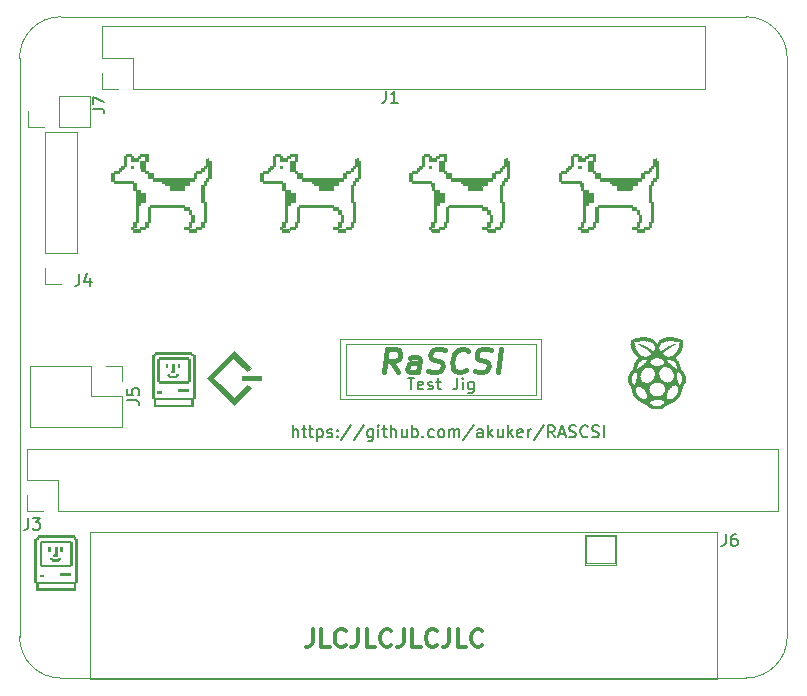
<source format=gbr>
%TF.GenerationSoftware,KiCad,Pcbnew,(5.1.9-16-g1737927814)-1*%
%TF.CreationDate,2021-07-29T14:55:12-05:00*%
%TF.ProjectId,rascsi_2p3,72617363-7369-45f3-9270-332e6b696361,rev?*%
%TF.SameCoordinates,PX59d60c0PY325aa00*%
%TF.FileFunction,Legend,Top*%
%TF.FilePolarity,Positive*%
%FSLAX46Y46*%
G04 Gerber Fmt 4.6, Leading zero omitted, Abs format (unit mm)*
G04 Created by KiCad (PCBNEW (5.1.9-16-g1737927814)-1) date 2021-07-29 14:55:12*
%MOMM*%
%LPD*%
G01*
G04 APERTURE LIST*
%ADD10C,0.300000*%
%ADD11C,0.150000*%
%ADD12C,0.120000*%
%ADD13C,0.400000*%
%TA.AperFunction,Profile*%
%ADD14C,0.050000*%
%TD*%
%ADD15C,0.010000*%
%ADD16C,0.100000*%
G04 APERTURE END LIST*
D10*
X105119428Y-41565071D02*
X105119428Y-42636500D01*
X105048000Y-42850785D01*
X104905142Y-42993642D01*
X104690857Y-43065071D01*
X104548000Y-43065071D01*
X106548000Y-43065071D02*
X105833714Y-43065071D01*
X105833714Y-41565071D01*
X107905142Y-42922214D02*
X107833714Y-42993642D01*
X107619428Y-43065071D01*
X107476571Y-43065071D01*
X107262285Y-42993642D01*
X107119428Y-42850785D01*
X107048000Y-42707928D01*
X106976571Y-42422214D01*
X106976571Y-42207928D01*
X107048000Y-41922214D01*
X107119428Y-41779357D01*
X107262285Y-41636500D01*
X107476571Y-41565071D01*
X107619428Y-41565071D01*
X107833714Y-41636500D01*
X107905142Y-41707928D01*
X108976571Y-41565071D02*
X108976571Y-42636500D01*
X108905142Y-42850785D01*
X108762285Y-42993642D01*
X108548000Y-43065071D01*
X108405142Y-43065071D01*
X110405142Y-43065071D02*
X109690857Y-43065071D01*
X109690857Y-41565071D01*
X111762285Y-42922214D02*
X111690857Y-42993642D01*
X111476571Y-43065071D01*
X111333714Y-43065071D01*
X111119428Y-42993642D01*
X110976571Y-42850785D01*
X110905142Y-42707928D01*
X110833714Y-42422214D01*
X110833714Y-42207928D01*
X110905142Y-41922214D01*
X110976571Y-41779357D01*
X111119428Y-41636500D01*
X111333714Y-41565071D01*
X111476571Y-41565071D01*
X111690857Y-41636500D01*
X111762285Y-41707928D01*
X112833714Y-41565071D02*
X112833714Y-42636500D01*
X112762285Y-42850785D01*
X112619428Y-42993642D01*
X112405142Y-43065071D01*
X112262285Y-43065071D01*
X114262285Y-43065071D02*
X113548000Y-43065071D01*
X113548000Y-41565071D01*
X115619428Y-42922214D02*
X115548000Y-42993642D01*
X115333714Y-43065071D01*
X115190857Y-43065071D01*
X114976571Y-42993642D01*
X114833714Y-42850785D01*
X114762285Y-42707928D01*
X114690857Y-42422214D01*
X114690857Y-42207928D01*
X114762285Y-41922214D01*
X114833714Y-41779357D01*
X114976571Y-41636500D01*
X115190857Y-41565071D01*
X115333714Y-41565071D01*
X115548000Y-41636500D01*
X115619428Y-41707928D01*
X116690857Y-41565071D02*
X116690857Y-42636500D01*
X116619428Y-42850785D01*
X116476571Y-42993642D01*
X116262285Y-43065071D01*
X116119428Y-43065071D01*
X118119428Y-43065071D02*
X117405142Y-43065071D01*
X117405142Y-41565071D01*
X119476571Y-42922214D02*
X119405142Y-42993642D01*
X119190857Y-43065071D01*
X119048000Y-43065071D01*
X118833714Y-42993642D01*
X118690857Y-42850785D01*
X118619428Y-42707928D01*
X118548000Y-42422214D01*
X118548000Y-42207928D01*
X118619428Y-41922214D01*
X118690857Y-41779357D01*
X118833714Y-41636500D01*
X119048000Y-41565071D01*
X119190857Y-41565071D01*
X119405142Y-41636500D01*
X119476571Y-41707928D01*
D11*
X111333666Y4008120D02*
X111333666Y3293834D01*
X111286047Y3150977D01*
X111190809Y3055739D01*
X111047952Y3008120D01*
X110952714Y3008120D01*
X112333666Y3008120D02*
X111762238Y3008120D01*
X112047952Y3008120D02*
X112047952Y4008120D01*
X111952714Y3865262D01*
X111857476Y3770024D01*
X111762238Y3722405D01*
X140099166Y-33520380D02*
X140099166Y-34234666D01*
X140051547Y-34377523D01*
X139956309Y-34472761D01*
X139813452Y-34520380D01*
X139718214Y-34520380D01*
X141003928Y-33520380D02*
X140813452Y-33520380D01*
X140718214Y-33568000D01*
X140670595Y-33615619D01*
X140575357Y-33758476D01*
X140527738Y-33948952D01*
X140527738Y-34329904D01*
X140575357Y-34425142D01*
X140622976Y-34472761D01*
X140718214Y-34520380D01*
X140908690Y-34520380D01*
X141003928Y-34472761D01*
X141051547Y-34425142D01*
X141099166Y-34329904D01*
X141099166Y-34091809D01*
X141051547Y-33996571D01*
X141003928Y-33948952D01*
X140908690Y-33901333D01*
X140718214Y-33901333D01*
X140622976Y-33948952D01*
X140575357Y-33996571D01*
X140527738Y-34091809D01*
X103453333Y-25312880D02*
X103453333Y-24312880D01*
X103881904Y-25312880D02*
X103881904Y-24789071D01*
X103834285Y-24693833D01*
X103739047Y-24646214D01*
X103596190Y-24646214D01*
X103500952Y-24693833D01*
X103453333Y-24741452D01*
X104215238Y-24646214D02*
X104596190Y-24646214D01*
X104358095Y-24312880D02*
X104358095Y-25170023D01*
X104405714Y-25265261D01*
X104500952Y-25312880D01*
X104596190Y-25312880D01*
X104786666Y-24646214D02*
X105167619Y-24646214D01*
X104929523Y-24312880D02*
X104929523Y-25170023D01*
X104977142Y-25265261D01*
X105072380Y-25312880D01*
X105167619Y-25312880D01*
X105500952Y-24646214D02*
X105500952Y-25646214D01*
X105500952Y-24693833D02*
X105596190Y-24646214D01*
X105786666Y-24646214D01*
X105881904Y-24693833D01*
X105929523Y-24741452D01*
X105977142Y-24836690D01*
X105977142Y-25122404D01*
X105929523Y-25217642D01*
X105881904Y-25265261D01*
X105786666Y-25312880D01*
X105596190Y-25312880D01*
X105500952Y-25265261D01*
X106358095Y-25265261D02*
X106453333Y-25312880D01*
X106643809Y-25312880D01*
X106739047Y-25265261D01*
X106786666Y-25170023D01*
X106786666Y-25122404D01*
X106739047Y-25027166D01*
X106643809Y-24979547D01*
X106500952Y-24979547D01*
X106405714Y-24931928D01*
X106358095Y-24836690D01*
X106358095Y-24789071D01*
X106405714Y-24693833D01*
X106500952Y-24646214D01*
X106643809Y-24646214D01*
X106739047Y-24693833D01*
X107215238Y-25217642D02*
X107262857Y-25265261D01*
X107215238Y-25312880D01*
X107167619Y-25265261D01*
X107215238Y-25217642D01*
X107215238Y-25312880D01*
X107215238Y-24693833D02*
X107262857Y-24741452D01*
X107215238Y-24789071D01*
X107167619Y-24741452D01*
X107215238Y-24693833D01*
X107215238Y-24789071D01*
X108405714Y-24265261D02*
X107548571Y-25550976D01*
X109453333Y-24265261D02*
X108596190Y-25550976D01*
X110215238Y-24646214D02*
X110215238Y-25455738D01*
X110167619Y-25550976D01*
X110120000Y-25598595D01*
X110024761Y-25646214D01*
X109881904Y-25646214D01*
X109786666Y-25598595D01*
X110215238Y-25265261D02*
X110120000Y-25312880D01*
X109929523Y-25312880D01*
X109834285Y-25265261D01*
X109786666Y-25217642D01*
X109739047Y-25122404D01*
X109739047Y-24836690D01*
X109786666Y-24741452D01*
X109834285Y-24693833D01*
X109929523Y-24646214D01*
X110120000Y-24646214D01*
X110215238Y-24693833D01*
X110691428Y-25312880D02*
X110691428Y-24646214D01*
X110691428Y-24312880D02*
X110643809Y-24360500D01*
X110691428Y-24408119D01*
X110739047Y-24360500D01*
X110691428Y-24312880D01*
X110691428Y-24408119D01*
X111024761Y-24646214D02*
X111405714Y-24646214D01*
X111167619Y-24312880D02*
X111167619Y-25170023D01*
X111215238Y-25265261D01*
X111310476Y-25312880D01*
X111405714Y-25312880D01*
X111739047Y-25312880D02*
X111739047Y-24312880D01*
X112167619Y-25312880D02*
X112167619Y-24789071D01*
X112120000Y-24693833D01*
X112024761Y-24646214D01*
X111881904Y-24646214D01*
X111786666Y-24693833D01*
X111739047Y-24741452D01*
X113072380Y-24646214D02*
X113072380Y-25312880D01*
X112643809Y-24646214D02*
X112643809Y-25170023D01*
X112691428Y-25265261D01*
X112786666Y-25312880D01*
X112929523Y-25312880D01*
X113024761Y-25265261D01*
X113072380Y-25217642D01*
X113548571Y-25312880D02*
X113548571Y-24312880D01*
X113548571Y-24693833D02*
X113643809Y-24646214D01*
X113834285Y-24646214D01*
X113929523Y-24693833D01*
X113977142Y-24741452D01*
X114024761Y-24836690D01*
X114024761Y-25122404D01*
X113977142Y-25217642D01*
X113929523Y-25265261D01*
X113834285Y-25312880D01*
X113643809Y-25312880D01*
X113548571Y-25265261D01*
X114453333Y-25217642D02*
X114500952Y-25265261D01*
X114453333Y-25312880D01*
X114405714Y-25265261D01*
X114453333Y-25217642D01*
X114453333Y-25312880D01*
X115358095Y-25265261D02*
X115262857Y-25312880D01*
X115072380Y-25312880D01*
X114977142Y-25265261D01*
X114929523Y-25217642D01*
X114881904Y-25122404D01*
X114881904Y-24836690D01*
X114929523Y-24741452D01*
X114977142Y-24693833D01*
X115072380Y-24646214D01*
X115262857Y-24646214D01*
X115358095Y-24693833D01*
X115929523Y-25312880D02*
X115834285Y-25265261D01*
X115786666Y-25217642D01*
X115739047Y-25122404D01*
X115739047Y-24836690D01*
X115786666Y-24741452D01*
X115834285Y-24693833D01*
X115929523Y-24646214D01*
X116072380Y-24646214D01*
X116167619Y-24693833D01*
X116215238Y-24741452D01*
X116262857Y-24836690D01*
X116262857Y-25122404D01*
X116215238Y-25217642D01*
X116167619Y-25265261D01*
X116072380Y-25312880D01*
X115929523Y-25312880D01*
X116691428Y-25312880D02*
X116691428Y-24646214D01*
X116691428Y-24741452D02*
X116739047Y-24693833D01*
X116834285Y-24646214D01*
X116977142Y-24646214D01*
X117072380Y-24693833D01*
X117120000Y-24789071D01*
X117120000Y-25312880D01*
X117120000Y-24789071D02*
X117167619Y-24693833D01*
X117262857Y-24646214D01*
X117405714Y-24646214D01*
X117500952Y-24693833D01*
X117548571Y-24789071D01*
X117548571Y-25312880D01*
X118739047Y-24265261D02*
X117881904Y-25550976D01*
X119500952Y-25312880D02*
X119500952Y-24789071D01*
X119453333Y-24693833D01*
X119358095Y-24646214D01*
X119167619Y-24646214D01*
X119072380Y-24693833D01*
X119500952Y-25265261D02*
X119405714Y-25312880D01*
X119167619Y-25312880D01*
X119072380Y-25265261D01*
X119024761Y-25170023D01*
X119024761Y-25074785D01*
X119072380Y-24979547D01*
X119167619Y-24931928D01*
X119405714Y-24931928D01*
X119500952Y-24884309D01*
X119977142Y-25312880D02*
X119977142Y-24312880D01*
X120072380Y-24931928D02*
X120358095Y-25312880D01*
X120358095Y-24646214D02*
X119977142Y-25027166D01*
X121215238Y-24646214D02*
X121215238Y-25312880D01*
X120786666Y-24646214D02*
X120786666Y-25170023D01*
X120834285Y-25265261D01*
X120929523Y-25312880D01*
X121072380Y-25312880D01*
X121167619Y-25265261D01*
X121215238Y-25217642D01*
X121691428Y-25312880D02*
X121691428Y-24312880D01*
X121786666Y-24931928D02*
X122072380Y-25312880D01*
X122072380Y-24646214D02*
X121691428Y-25027166D01*
X122881904Y-25265261D02*
X122786666Y-25312880D01*
X122596190Y-25312880D01*
X122500952Y-25265261D01*
X122453333Y-25170023D01*
X122453333Y-24789071D01*
X122500952Y-24693833D01*
X122596190Y-24646214D01*
X122786666Y-24646214D01*
X122881904Y-24693833D01*
X122929523Y-24789071D01*
X122929523Y-24884309D01*
X122453333Y-24979547D01*
X123358095Y-25312880D02*
X123358095Y-24646214D01*
X123358095Y-24836690D02*
X123405714Y-24741452D01*
X123453333Y-24693833D01*
X123548571Y-24646214D01*
X123643809Y-24646214D01*
X124691428Y-24265261D02*
X123834285Y-25550976D01*
X125596190Y-25312880D02*
X125262857Y-24836690D01*
X125024761Y-25312880D02*
X125024761Y-24312880D01*
X125405714Y-24312880D01*
X125500952Y-24360500D01*
X125548571Y-24408119D01*
X125596190Y-24503357D01*
X125596190Y-24646214D01*
X125548571Y-24741452D01*
X125500952Y-24789071D01*
X125405714Y-24836690D01*
X125024761Y-24836690D01*
X125977142Y-25027166D02*
X126453333Y-25027166D01*
X125881904Y-25312880D02*
X126215238Y-24312880D01*
X126548571Y-25312880D01*
X126834285Y-25265261D02*
X126977142Y-25312880D01*
X127215238Y-25312880D01*
X127310476Y-25265261D01*
X127358095Y-25217642D01*
X127405714Y-25122404D01*
X127405714Y-25027166D01*
X127358095Y-24931928D01*
X127310476Y-24884309D01*
X127215238Y-24836690D01*
X127024761Y-24789071D01*
X126929523Y-24741452D01*
X126881904Y-24693833D01*
X126834285Y-24598595D01*
X126834285Y-24503357D01*
X126881904Y-24408119D01*
X126929523Y-24360500D01*
X127024761Y-24312880D01*
X127262857Y-24312880D01*
X127405714Y-24360500D01*
X128405714Y-25217642D02*
X128358095Y-25265261D01*
X128215238Y-25312880D01*
X128120000Y-25312880D01*
X127977142Y-25265261D01*
X127881904Y-25170023D01*
X127834285Y-25074785D01*
X127786666Y-24884309D01*
X127786666Y-24741452D01*
X127834285Y-24550976D01*
X127881904Y-24455738D01*
X127977142Y-24360500D01*
X128120000Y-24312880D01*
X128215238Y-24312880D01*
X128358095Y-24360500D01*
X128405714Y-24408119D01*
X128786666Y-25265261D02*
X128929523Y-25312880D01*
X129167619Y-25312880D01*
X129262857Y-25265261D01*
X129310476Y-25217642D01*
X129358095Y-25122404D01*
X129358095Y-25027166D01*
X129310476Y-24931928D01*
X129262857Y-24884309D01*
X129167619Y-24836690D01*
X128977142Y-24789071D01*
X128881904Y-24741452D01*
X128834285Y-24693833D01*
X128786666Y-24598595D01*
X128786666Y-24503357D01*
X128834285Y-24408119D01*
X128881904Y-24360500D01*
X128977142Y-24312880D01*
X129215238Y-24312880D01*
X129358095Y-24360500D01*
X129786666Y-25312880D02*
X129786666Y-24312880D01*
D12*
X89950000Y6826000D02*
X87283000Y6826000D01*
X89950000Y4159000D02*
X89950000Y6826000D01*
X138337000Y4159000D02*
X89950000Y4159000D01*
X138337000Y9493000D02*
X138337000Y4159000D01*
X87283000Y9493000D02*
X138337000Y9493000D01*
X87283000Y6826000D02*
X87283000Y9493000D01*
X87283000Y4159000D02*
X87283000Y5556000D01*
X88680000Y4159000D02*
X87283000Y4159000D01*
X128304000Y-35973000D02*
X128304000Y-33687000D01*
X130717000Y-35973000D02*
X128304000Y-35973000D01*
X130717000Y-33687000D02*
X130717000Y-35973000D01*
X128304000Y-33687000D02*
X130717000Y-33687000D01*
X128177000Y-36100000D02*
X128177000Y-33560000D01*
X130844000Y-36100000D02*
X128177000Y-36100000D01*
X130844000Y-33560000D02*
X130844000Y-36100000D01*
X128177000Y-33560000D02*
X130844000Y-33560000D01*
X139353000Y-33306000D02*
X86267000Y-33306000D01*
X139353000Y-45752000D02*
X139353000Y-33306000D01*
X86267000Y-45752000D02*
X139353000Y-45752000D01*
X86267000Y-33306000D02*
X86267000Y-45752000D01*
X107452500Y-22079000D02*
X107452500Y-16999000D01*
X124407000Y-22079000D02*
X107452500Y-22079000D01*
X124470500Y-16999000D02*
X124470500Y-22079000D01*
X107960500Y-21698000D02*
X107960500Y-21444000D01*
X108024000Y-21698000D02*
X107960500Y-21698000D01*
X124470500Y-16999000D02*
X107452500Y-16999000D01*
X107960500Y-17380000D02*
X107960500Y-21634500D01*
X124026000Y-17380000D02*
X107960500Y-17380000D01*
X124026000Y-21698000D02*
X124026000Y-17380000D01*
X108024000Y-21698000D02*
X124026000Y-21698000D01*
D11*
X113167857Y-20261380D02*
X113739285Y-20261380D01*
X113453571Y-21261380D02*
X113453571Y-20261380D01*
X114453571Y-21213761D02*
X114358333Y-21261380D01*
X114167857Y-21261380D01*
X114072619Y-21213761D01*
X114025000Y-21118523D01*
X114025000Y-20737571D01*
X114072619Y-20642333D01*
X114167857Y-20594714D01*
X114358333Y-20594714D01*
X114453571Y-20642333D01*
X114501190Y-20737571D01*
X114501190Y-20832809D01*
X114025000Y-20928047D01*
X114882142Y-21213761D02*
X114977380Y-21261380D01*
X115167857Y-21261380D01*
X115263095Y-21213761D01*
X115310714Y-21118523D01*
X115310714Y-21070904D01*
X115263095Y-20975666D01*
X115167857Y-20928047D01*
X115025000Y-20928047D01*
X114929761Y-20880428D01*
X114882142Y-20785190D01*
X114882142Y-20737571D01*
X114929761Y-20642333D01*
X115025000Y-20594714D01*
X115167857Y-20594714D01*
X115263095Y-20642333D01*
X115596428Y-20594714D02*
X115977380Y-20594714D01*
X115739285Y-20261380D02*
X115739285Y-21118523D01*
X115786904Y-21213761D01*
X115882142Y-21261380D01*
X115977380Y-21261380D01*
X117358333Y-20261380D02*
X117358333Y-20975666D01*
X117310714Y-21118523D01*
X117215476Y-21213761D01*
X117072619Y-21261380D01*
X116977380Y-21261380D01*
X117834523Y-21261380D02*
X117834523Y-20594714D01*
X117834523Y-20261380D02*
X117786904Y-20309000D01*
X117834523Y-20356619D01*
X117882142Y-20309000D01*
X117834523Y-20261380D01*
X117834523Y-20356619D01*
X118739285Y-20594714D02*
X118739285Y-21404238D01*
X118691666Y-21499476D01*
X118644047Y-21547095D01*
X118548809Y-21594714D01*
X118405952Y-21594714D01*
X118310714Y-21547095D01*
X118739285Y-21213761D02*
X118644047Y-21261380D01*
X118453571Y-21261380D01*
X118358333Y-21213761D01*
X118310714Y-21166142D01*
X118263095Y-21070904D01*
X118263095Y-20785190D01*
X118310714Y-20689952D01*
X118358333Y-20642333D01*
X118453571Y-20594714D01*
X118644047Y-20594714D01*
X118739285Y-20642333D01*
D13*
X112340738Y-19808761D02*
X111793119Y-18856380D01*
X111197880Y-19808761D02*
X111447880Y-17808761D01*
X112209785Y-17808761D01*
X112388357Y-17904000D01*
X112471690Y-17999238D01*
X112543119Y-18189714D01*
X112507404Y-18475428D01*
X112388357Y-18665904D01*
X112281214Y-18761142D01*
X112078833Y-18856380D01*
X111316928Y-18856380D01*
X114055023Y-19808761D02*
X114185976Y-18761142D01*
X114114547Y-18570666D01*
X113935976Y-18475428D01*
X113555023Y-18475428D01*
X113352642Y-18570666D01*
X114066928Y-19713523D02*
X113864547Y-19808761D01*
X113388357Y-19808761D01*
X113209785Y-19713523D01*
X113138357Y-19523047D01*
X113162166Y-19332571D01*
X113281214Y-19142095D01*
X113483595Y-19046857D01*
X113959785Y-19046857D01*
X114162166Y-18951619D01*
X114924071Y-19713523D02*
X115197880Y-19808761D01*
X115674071Y-19808761D01*
X115876452Y-19713523D01*
X115983595Y-19618285D01*
X116102642Y-19427809D01*
X116126452Y-19237333D01*
X116055023Y-19046857D01*
X115971690Y-18951619D01*
X115793119Y-18856380D01*
X115424071Y-18761142D01*
X115245500Y-18665904D01*
X115162166Y-18570666D01*
X115090738Y-18380190D01*
X115114547Y-18189714D01*
X115233595Y-17999238D01*
X115340738Y-17904000D01*
X115543119Y-17808761D01*
X116019309Y-17808761D01*
X116293119Y-17904000D01*
X118078833Y-19618285D02*
X117971690Y-19713523D01*
X117674071Y-19808761D01*
X117483595Y-19808761D01*
X117209785Y-19713523D01*
X117043119Y-19523047D01*
X116971690Y-19332571D01*
X116924071Y-18951619D01*
X116959785Y-18665904D01*
X117102642Y-18284952D01*
X117221690Y-18094476D01*
X117435976Y-17904000D01*
X117733595Y-17808761D01*
X117924071Y-17808761D01*
X118197880Y-17904000D01*
X118281214Y-17999238D01*
X118828833Y-19713523D02*
X119102642Y-19808761D01*
X119578833Y-19808761D01*
X119781214Y-19713523D01*
X119888357Y-19618285D01*
X120007404Y-19427809D01*
X120031214Y-19237333D01*
X119959785Y-19046857D01*
X119876452Y-18951619D01*
X119697880Y-18856380D01*
X119328833Y-18761142D01*
X119150261Y-18665904D01*
X119066928Y-18570666D01*
X118995500Y-18380190D01*
X119019309Y-18189714D01*
X119138357Y-17999238D01*
X119245500Y-17904000D01*
X119447880Y-17808761D01*
X119924071Y-17808761D01*
X120197880Y-17904000D01*
X120816928Y-19808761D02*
X121066928Y-17808761D01*
D14*
X83800000Y-45696000D02*
X141800000Y-45696000D01*
X83800000Y-45696000D02*
G75*
G02*
X80300000Y-42196000I0J3500000D01*
G01*
X145300000Y-42196000D02*
G75*
G02*
X141800000Y-45696000I-3500000J0D01*
G01*
X80300000Y6800000D02*
X80300000Y-42196000D01*
X145300000Y6800000D02*
X145300000Y-42196000D01*
X83800000Y10300000D02*
X141800000Y10300000D01*
X80300000Y6800000D02*
G75*
G02*
X83800000Y10300000I3500000J0D01*
G01*
X141800000Y10300000D02*
G75*
G02*
X145300000Y6800000I0J-3500000D01*
G01*
D15*
%TO.C,X2*%
G36*
X96295766Y-2350934D02*
G01*
X96092566Y-2350934D01*
X96092566Y-2554134D01*
X95907916Y-2554134D01*
X95902875Y-2659967D01*
X95897833Y-2765801D01*
X95801323Y-2770853D01*
X95704813Y-2775906D01*
X95699723Y-2863987D01*
X95694633Y-2952067D01*
X95487200Y-2956822D01*
X95279766Y-2961576D01*
X95279766Y-3366934D01*
X95068100Y-3366872D01*
X95068100Y-3578601D01*
X94869133Y-3583371D01*
X94670166Y-3588142D01*
X94670166Y-3975491D01*
X94255300Y-3985001D01*
X94250545Y-4192434D01*
X94245791Y-4399867D01*
X93010700Y-4399867D01*
X93010700Y-3976534D01*
X92587367Y-3976534D01*
X92587367Y-3790267D01*
X92401100Y-3790267D01*
X92401100Y-3587067D01*
X91571366Y-3587067D01*
X91571366Y-3367092D01*
X93319733Y-3362780D01*
X95068100Y-3358467D01*
X95072871Y-3159500D01*
X95077641Y-2960534D01*
X95279766Y-2960534D01*
X95279766Y-2774267D01*
X95703100Y-2774267D01*
X95703100Y-2554134D01*
X95906300Y-2554134D01*
X95906300Y-2350934D01*
X96091819Y-2350934D01*
X96101033Y-1715934D01*
X96197571Y-1710880D01*
X96294108Y-1705827D01*
X96299171Y-1812480D01*
X96304233Y-1919134D01*
X96405833Y-1927601D01*
X96507433Y-1936067D01*
X96511850Y-2651501D01*
X96516267Y-3366934D01*
X96295766Y-3366934D01*
X96295766Y-2350934D01*
G37*
X96295766Y-2350934D02*
X96092566Y-2350934D01*
X96092566Y-2554134D01*
X95907916Y-2554134D01*
X95902875Y-2659967D01*
X95897833Y-2765801D01*
X95801323Y-2770853D01*
X95704813Y-2775906D01*
X95699723Y-2863987D01*
X95694633Y-2952067D01*
X95487200Y-2956822D01*
X95279766Y-2961576D01*
X95279766Y-3366934D01*
X95068100Y-3366872D01*
X95068100Y-3578601D01*
X94869133Y-3583371D01*
X94670166Y-3588142D01*
X94670166Y-3975491D01*
X94255300Y-3985001D01*
X94250545Y-4192434D01*
X94245791Y-4399867D01*
X93010700Y-4399867D01*
X93010700Y-3976534D01*
X92587367Y-3976534D01*
X92587367Y-3790267D01*
X92401100Y-3790267D01*
X92401100Y-3587067D01*
X91571366Y-3587067D01*
X91571366Y-3367092D01*
X93319733Y-3362780D01*
X95068100Y-3358467D01*
X95072871Y-3159500D01*
X95077641Y-2960534D01*
X95279766Y-2960534D01*
X95279766Y-2774267D01*
X95703100Y-2774267D01*
X95703100Y-2554134D01*
X95906300Y-2554134D01*
X95906300Y-2350934D01*
X96091819Y-2350934D01*
X96101033Y-1715934D01*
X96197571Y-1710880D01*
X96294108Y-1705827D01*
X96299171Y-1812480D01*
X96304233Y-1919134D01*
X96405833Y-1927601D01*
X96507433Y-1936067D01*
X96511850Y-2651501D01*
X96516267Y-3366934D01*
X96295766Y-3366934D01*
X96295766Y-2350934D01*
G36*
X90538433Y-1707467D02*
G01*
X90336849Y-1707467D01*
X90331808Y-1813300D01*
X90326767Y-1919134D01*
X89725633Y-1928382D01*
X89725633Y-1521201D01*
X89928833Y-1521201D01*
X89928833Y-1707467D01*
X90335233Y-1707467D01*
X90335233Y-1521201D01*
X90538433Y-1521201D01*
X90538433Y-1707467D01*
G37*
X90538433Y-1707467D02*
X90336849Y-1707467D01*
X90331808Y-1813300D01*
X90326767Y-1919134D01*
X89725633Y-1928382D01*
X89725633Y-1521201D01*
X89928833Y-1521201D01*
X89928833Y-1707467D01*
X90335233Y-1707467D01*
X90335233Y-1521201D01*
X90538433Y-1521201D01*
X90538433Y-1707467D01*
G36*
X88692700Y-2554134D02*
G01*
X88904366Y-2554196D01*
X88892892Y-2350934D01*
X89116033Y-2350934D01*
X89116033Y-1521201D01*
X89302300Y-1521201D01*
X89302300Y-1318001D01*
X89725633Y-1318001D01*
X89725633Y-1521201D01*
X89302902Y-1521201D01*
X89298368Y-1931834D01*
X89293833Y-2342467D01*
X89204933Y-2347585D01*
X89116033Y-2352704D01*
X89116033Y-2552518D01*
X89010200Y-2557559D01*
X88904366Y-2562601D01*
X88894284Y-2774267D01*
X88692700Y-2774267D01*
X88692700Y-2554134D01*
G37*
X88692700Y-2554134D02*
X88904366Y-2554196D01*
X88892892Y-2350934D01*
X89116033Y-2350934D01*
X89116033Y-1521201D01*
X89302300Y-1521201D01*
X89302300Y-1318001D01*
X89725633Y-1318001D01*
X89725633Y-1521201D01*
X89302902Y-1521201D01*
X89298368Y-1931834D01*
X89293833Y-2342467D01*
X89204933Y-2347585D01*
X89116033Y-2352704D01*
X89116033Y-2552518D01*
X89010200Y-2557559D01*
X88904366Y-2562601D01*
X88894284Y-2774267D01*
X88692700Y-2774267D01*
X88692700Y-2554134D01*
G36*
X94670166Y-7092267D02*
G01*
X94856433Y-7092267D01*
X94856433Y-6448801D01*
X94945333Y-6449060D01*
X95000104Y-6451687D01*
X95042256Y-6458114D01*
X95055803Y-6463008D01*
X95063865Y-6476604D01*
X95069437Y-6507999D01*
X95072718Y-6560950D01*
X95073909Y-6639218D01*
X95073211Y-6746561D01*
X95072736Y-6780249D01*
X95068100Y-7083801D01*
X94962266Y-7088842D01*
X94856433Y-7093883D01*
X94856433Y-7481734D01*
X94670166Y-7481734D01*
X94670166Y-7092267D01*
G37*
X94670166Y-7092267D02*
X94856433Y-7092267D01*
X94856433Y-6448801D01*
X94945333Y-6449060D01*
X95000104Y-6451687D01*
X95042256Y-6458114D01*
X95055803Y-6463008D01*
X95063865Y-6476604D01*
X95069437Y-6507999D01*
X95072718Y-6560950D01*
X95073909Y-6639218D01*
X95073211Y-6746561D01*
X95072736Y-6780249D01*
X95068100Y-7083801D01*
X94962266Y-7088842D01*
X94856433Y-7093883D01*
X94856433Y-7481734D01*
X94670166Y-7481734D01*
X94670166Y-7092267D01*
G36*
X95703100Y-7684934D02*
G01*
X95281383Y-7684934D01*
X95276341Y-7790767D01*
X95271300Y-7896600D01*
X94678633Y-7896600D01*
X94673592Y-7790767D01*
X94668550Y-7684934D01*
X94246833Y-7684934D01*
X94246833Y-7481734D01*
X94670166Y-7481734D01*
X94670166Y-7684934D01*
X95279766Y-7684934D01*
X95279766Y-7481734D01*
X95703100Y-7481734D01*
X95703100Y-7684934D01*
G37*
X95703100Y-7684934D02*
X95281383Y-7684934D01*
X95276341Y-7790767D01*
X95271300Y-7896600D01*
X94678633Y-7896600D01*
X94673592Y-7790767D01*
X94668550Y-7684934D01*
X94246833Y-7684934D01*
X94246833Y-7481734D01*
X94670166Y-7481734D01*
X94670166Y-7684934D01*
X95279766Y-7684934D01*
X95279766Y-7481734D01*
X95703100Y-7481734D01*
X95703100Y-7684934D01*
G36*
X95906300Y-7481734D02*
G01*
X95703100Y-7481734D01*
X95703100Y-7092267D01*
X95906300Y-7092267D01*
X95906300Y-7481734D01*
G37*
X95906300Y-7481734D02*
X95703100Y-7481734D01*
X95703100Y-7092267D01*
X95906300Y-7092267D01*
X95906300Y-7481734D01*
G36*
X96092566Y-5432800D02*
G01*
X96092566Y-7092267D01*
X95906300Y-7092267D01*
X95906300Y-5432800D01*
X96092566Y-5432800D01*
G37*
X96092566Y-5432800D02*
X96092566Y-7092267D01*
X95906300Y-7092267D01*
X95906300Y-5432800D01*
X96092566Y-5432800D01*
G36*
X95906300Y-5432800D02*
G01*
X95703100Y-5432800D01*
X95703100Y-3976534D01*
X95906300Y-3976534D01*
X95906300Y-5432800D01*
G37*
X95906300Y-5432800D02*
X95703100Y-5432800D01*
X95703100Y-3976534D01*
X95906300Y-3976534D01*
X95906300Y-5432800D01*
G36*
X96092566Y-3976534D02*
G01*
X95906300Y-3976534D01*
X95906300Y-3587067D01*
X96092566Y-3587067D01*
X96092566Y-3976534D01*
G37*
X96092566Y-3976534D02*
X95906300Y-3976534D01*
X95906300Y-3587067D01*
X96092566Y-3587067D01*
X96092566Y-3976534D01*
G36*
X96295766Y-3587067D02*
G01*
X96092566Y-3587067D01*
X96092566Y-3366934D01*
X96295766Y-3366934D01*
X96295766Y-3587067D01*
G37*
X96295766Y-3587067D02*
X96092566Y-3587067D01*
X96092566Y-3366934D01*
X96295766Y-3366934D01*
X96295766Y-3587067D01*
G36*
X91571366Y-2960534D02*
G01*
X91571366Y-3366934D01*
X91164967Y-3366934D01*
X91164967Y-2960534D01*
X91571366Y-2960534D01*
G37*
X91571366Y-2960534D02*
X91571366Y-3366934D01*
X91164967Y-3366934D01*
X91164967Y-2960534D01*
X91571366Y-2960534D01*
G36*
X91164967Y-5839201D02*
G01*
X91366476Y-5839201D01*
X91371555Y-5741834D01*
X91376633Y-5644467D01*
X94246833Y-5635809D01*
X94246833Y-5838158D01*
X94454267Y-5842913D01*
X94661700Y-5847667D01*
X94666741Y-5953501D01*
X94671783Y-6059334D01*
X94856433Y-6059334D01*
X94856433Y-6448801D01*
X94670166Y-6448801D01*
X94670166Y-6059334D01*
X94246833Y-6059334D01*
X94246833Y-5839201D01*
X91368166Y-5839201D01*
X91368166Y-7092267D01*
X91164967Y-7092267D01*
X91164967Y-5839201D01*
G37*
X91164967Y-5839201D02*
X91366476Y-5839201D01*
X91371555Y-5741834D01*
X91376633Y-5644467D01*
X94246833Y-5635809D01*
X94246833Y-5838158D01*
X94454267Y-5842913D01*
X94661700Y-5847667D01*
X94666741Y-5953501D01*
X94671783Y-6059334D01*
X94856433Y-6059334D01*
X94856433Y-6448801D01*
X94670166Y-6448801D01*
X94670166Y-6059334D01*
X94246833Y-6059334D01*
X94246833Y-5839201D01*
X91368166Y-5839201D01*
X91368166Y-7092267D01*
X91164967Y-7092267D01*
X91164967Y-5839201D01*
G36*
X90961767Y-7092267D02*
G01*
X91164967Y-7092267D01*
X91164967Y-7481734D01*
X90961767Y-7481734D01*
X90961767Y-7092267D01*
G37*
X90961767Y-7092267D02*
X91164967Y-7092267D01*
X91164967Y-7481734D01*
X90961767Y-7481734D01*
X90961767Y-7092267D01*
G36*
X90538433Y-7684934D02*
G01*
X90538433Y-7481734D01*
X90961767Y-7481734D01*
X90961767Y-7684934D01*
X90540049Y-7684934D01*
X90529967Y-7896600D01*
X90241075Y-7901220D01*
X90145387Y-7902087D01*
X90061696Y-7901587D01*
X89995787Y-7899857D01*
X89953445Y-7897033D01*
X89940508Y-7894164D01*
X89934202Y-7872101D01*
X89929963Y-7827102D01*
X89928833Y-7783712D01*
X89928833Y-7684934D01*
X90538433Y-7684934D01*
G37*
X90538433Y-7684934D02*
X90538433Y-7481734D01*
X90961767Y-7481734D01*
X90961767Y-7684934D01*
X90540049Y-7684934D01*
X90529967Y-7896600D01*
X90241075Y-7901220D01*
X90145387Y-7902087D01*
X90061696Y-7901587D01*
X89995787Y-7899857D01*
X89953445Y-7897033D01*
X89940508Y-7894164D01*
X89934202Y-7872101D01*
X89929963Y-7827102D01*
X89928833Y-7783712D01*
X89928833Y-7684934D01*
X90538433Y-7684934D01*
G36*
X89928833Y-7684934D02*
G01*
X89725633Y-7684934D01*
X89725633Y-7481734D01*
X89928833Y-7481734D01*
X89928833Y-7684934D01*
G37*
X89928833Y-7684934D02*
X89725633Y-7684934D01*
X89725633Y-7481734D01*
X89928833Y-7481734D01*
X89928833Y-7684934D01*
G36*
X89928833Y-3587067D02*
G01*
X89928833Y-3788651D01*
X90034666Y-3793692D01*
X90140500Y-3798734D01*
X90145124Y-4099301D01*
X90149748Y-4399867D01*
X90536817Y-4399867D01*
X90541858Y-4505701D01*
X90546900Y-4611534D01*
X90754333Y-4616288D01*
X90961767Y-4621043D01*
X90961767Y-5432800D01*
X90538433Y-5432800D01*
X90538433Y-5636001D01*
X90335597Y-5636001D01*
X90326767Y-7083801D01*
X90237867Y-7088919D01*
X90148966Y-7094037D01*
X90148966Y-7481734D01*
X89928833Y-7481734D01*
X89928833Y-7092267D01*
X90148966Y-7092267D01*
X90148966Y-4401483D01*
X89937300Y-4391401D01*
X89928052Y-3790267D01*
X88269367Y-3790267D01*
X88269367Y-3587067D01*
X89928833Y-3587067D01*
G37*
X89928833Y-3587067D02*
X89928833Y-3788651D01*
X90034666Y-3793692D01*
X90140500Y-3798734D01*
X90145124Y-4099301D01*
X90149748Y-4399867D01*
X90536817Y-4399867D01*
X90541858Y-4505701D01*
X90546900Y-4611534D01*
X90754333Y-4616288D01*
X90961767Y-4621043D01*
X90961767Y-5432800D01*
X90538433Y-5432800D01*
X90538433Y-5636001D01*
X90335597Y-5636001D01*
X90326767Y-7083801D01*
X90237867Y-7088919D01*
X90148966Y-7094037D01*
X90148966Y-7481734D01*
X89928833Y-7481734D01*
X89928833Y-7092267D01*
X90148966Y-7092267D01*
X90148966Y-4401483D01*
X89937300Y-4391401D01*
X89928052Y-3790267D01*
X88269367Y-3790267D01*
X88269367Y-3587067D01*
X89928833Y-3587067D01*
G36*
X88269367Y-3587067D02*
G01*
X88066167Y-3587067D01*
X88066167Y-2960534D01*
X88269367Y-2960534D01*
X88269367Y-3587067D01*
G37*
X88269367Y-3587067D02*
X88066167Y-3587067D01*
X88066167Y-2960534D01*
X88269367Y-2960534D01*
X88269367Y-3587067D01*
G36*
X88692700Y-2960534D02*
G01*
X88269367Y-2960534D01*
X88269367Y-2774267D01*
X88692700Y-2774267D01*
X88692700Y-2960534D01*
G37*
X88692700Y-2960534D02*
X88269367Y-2960534D01*
X88269367Y-2774267D01*
X88692700Y-2774267D01*
X88692700Y-2960534D01*
G36*
X90961767Y-1521201D02*
G01*
X90538433Y-1521201D01*
X90538433Y-1318001D01*
X91164967Y-1318001D01*
X91164967Y-1927601D01*
X90961767Y-1927601D01*
X90961767Y-1521201D01*
G37*
X90961767Y-1521201D02*
X90538433Y-1521201D01*
X90538433Y-1318001D01*
X91164967Y-1318001D01*
X91164967Y-1927601D01*
X90961767Y-1927601D01*
X90961767Y-1521201D01*
G36*
X90961767Y-2960534D02*
G01*
X90961767Y-2775310D01*
X90754333Y-2770555D01*
X90546900Y-2765801D01*
X90542371Y-2346700D01*
X90537842Y-1927601D01*
X90961767Y-1927601D01*
X90961767Y-2774267D01*
X91164967Y-2774267D01*
X91164967Y-2960534D01*
X90961767Y-2960534D01*
G37*
X90961767Y-2960534D02*
X90961767Y-2775310D01*
X90754333Y-2770555D01*
X90546900Y-2765801D01*
X90542371Y-2346700D01*
X90537842Y-1927601D01*
X90961767Y-1927601D01*
X90961767Y-2774267D01*
X91164967Y-2774267D01*
X91164967Y-2960534D01*
X90961767Y-2960534D01*
G36*
X89928833Y-2554134D02*
G01*
X89725633Y-2554134D01*
X89725633Y-2350934D01*
X89928833Y-2350934D01*
X89928833Y-2554134D01*
G37*
X89928833Y-2554134D02*
X89725633Y-2554134D01*
X89725633Y-2350934D01*
X89928833Y-2350934D01*
X89928833Y-2554134D01*
%TO.C,X6*%
G36*
X102551666Y-2554134D02*
G01*
X102348466Y-2554134D01*
X102348466Y-2350934D01*
X102551666Y-2350934D01*
X102551666Y-2554134D01*
G37*
X102551666Y-2554134D02*
X102348466Y-2554134D01*
X102348466Y-2350934D01*
X102551666Y-2350934D01*
X102551666Y-2554134D01*
G36*
X103584600Y-2960534D02*
G01*
X103584600Y-2775310D01*
X103377166Y-2770555D01*
X103169733Y-2765801D01*
X103165204Y-2346700D01*
X103160675Y-1927601D01*
X103584600Y-1927601D01*
X103584600Y-2774267D01*
X103787800Y-2774267D01*
X103787800Y-2960534D01*
X103584600Y-2960534D01*
G37*
X103584600Y-2960534D02*
X103584600Y-2775310D01*
X103377166Y-2770555D01*
X103169733Y-2765801D01*
X103165204Y-2346700D01*
X103160675Y-1927601D01*
X103584600Y-1927601D01*
X103584600Y-2774267D01*
X103787800Y-2774267D01*
X103787800Y-2960534D01*
X103584600Y-2960534D01*
G36*
X103584600Y-1521201D02*
G01*
X103161266Y-1521201D01*
X103161266Y-1318001D01*
X103787800Y-1318001D01*
X103787800Y-1927601D01*
X103584600Y-1927601D01*
X103584600Y-1521201D01*
G37*
X103584600Y-1521201D02*
X103161266Y-1521201D01*
X103161266Y-1318001D01*
X103787800Y-1318001D01*
X103787800Y-1927601D01*
X103584600Y-1927601D01*
X103584600Y-1521201D01*
G36*
X101315533Y-2960534D02*
G01*
X100892200Y-2960534D01*
X100892200Y-2774267D01*
X101315533Y-2774267D01*
X101315533Y-2960534D01*
G37*
X101315533Y-2960534D02*
X100892200Y-2960534D01*
X100892200Y-2774267D01*
X101315533Y-2774267D01*
X101315533Y-2960534D01*
G36*
X100892200Y-3587067D02*
G01*
X100689000Y-3587067D01*
X100689000Y-2960534D01*
X100892200Y-2960534D01*
X100892200Y-3587067D01*
G37*
X100892200Y-3587067D02*
X100689000Y-3587067D01*
X100689000Y-2960534D01*
X100892200Y-2960534D01*
X100892200Y-3587067D01*
G36*
X102551666Y-3587067D02*
G01*
X102551666Y-3788651D01*
X102657499Y-3793692D01*
X102763333Y-3798734D01*
X102767957Y-4099301D01*
X102772581Y-4399867D01*
X103159650Y-4399867D01*
X103164691Y-4505701D01*
X103169733Y-4611534D01*
X103377166Y-4616288D01*
X103584600Y-4621043D01*
X103584600Y-5432800D01*
X103161266Y-5432800D01*
X103161266Y-5636001D01*
X102958430Y-5636001D01*
X102949600Y-7083801D01*
X102860700Y-7088919D01*
X102771799Y-7094037D01*
X102771799Y-7481734D01*
X102551666Y-7481734D01*
X102551666Y-7092267D01*
X102771799Y-7092267D01*
X102771799Y-4401483D01*
X102560133Y-4391401D01*
X102550885Y-3790267D01*
X100892200Y-3790267D01*
X100892200Y-3587067D01*
X102551666Y-3587067D01*
G37*
X102551666Y-3587067D02*
X102551666Y-3788651D01*
X102657499Y-3793692D01*
X102763333Y-3798734D01*
X102767957Y-4099301D01*
X102772581Y-4399867D01*
X103159650Y-4399867D01*
X103164691Y-4505701D01*
X103169733Y-4611534D01*
X103377166Y-4616288D01*
X103584600Y-4621043D01*
X103584600Y-5432800D01*
X103161266Y-5432800D01*
X103161266Y-5636001D01*
X102958430Y-5636001D01*
X102949600Y-7083801D01*
X102860700Y-7088919D01*
X102771799Y-7094037D01*
X102771799Y-7481734D01*
X102551666Y-7481734D01*
X102551666Y-7092267D01*
X102771799Y-7092267D01*
X102771799Y-4401483D01*
X102560133Y-4391401D01*
X102550885Y-3790267D01*
X100892200Y-3790267D01*
X100892200Y-3587067D01*
X102551666Y-3587067D01*
G36*
X102551666Y-7684934D02*
G01*
X102348466Y-7684934D01*
X102348466Y-7481734D01*
X102551666Y-7481734D01*
X102551666Y-7684934D01*
G37*
X102551666Y-7684934D02*
X102348466Y-7684934D01*
X102348466Y-7481734D01*
X102551666Y-7481734D01*
X102551666Y-7684934D01*
G36*
X103161266Y-7684934D02*
G01*
X103161266Y-7481734D01*
X103584600Y-7481734D01*
X103584600Y-7684934D01*
X103162882Y-7684934D01*
X103152800Y-7896600D01*
X102863908Y-7901220D01*
X102768220Y-7902087D01*
X102684529Y-7901587D01*
X102618620Y-7899857D01*
X102576278Y-7897033D01*
X102563341Y-7894164D01*
X102557035Y-7872101D01*
X102552796Y-7827102D01*
X102551666Y-7783712D01*
X102551666Y-7684934D01*
X103161266Y-7684934D01*
G37*
X103161266Y-7684934D02*
X103161266Y-7481734D01*
X103584600Y-7481734D01*
X103584600Y-7684934D01*
X103162882Y-7684934D01*
X103152800Y-7896600D01*
X102863908Y-7901220D01*
X102768220Y-7902087D01*
X102684529Y-7901587D01*
X102618620Y-7899857D01*
X102576278Y-7897033D01*
X102563341Y-7894164D01*
X102557035Y-7872101D01*
X102552796Y-7827102D01*
X102551666Y-7783712D01*
X102551666Y-7684934D01*
X103161266Y-7684934D01*
G36*
X103584600Y-7092267D02*
G01*
X103787800Y-7092267D01*
X103787800Y-7481734D01*
X103584600Y-7481734D01*
X103584600Y-7092267D01*
G37*
X103584600Y-7092267D02*
X103787800Y-7092267D01*
X103787800Y-7481734D01*
X103584600Y-7481734D01*
X103584600Y-7092267D01*
G36*
X103787800Y-5839201D02*
G01*
X103989309Y-5839201D01*
X103994388Y-5741834D01*
X103999466Y-5644467D01*
X106869666Y-5635809D01*
X106869666Y-5838158D01*
X107077100Y-5842913D01*
X107284533Y-5847667D01*
X107289574Y-5953501D01*
X107294616Y-6059334D01*
X107479266Y-6059334D01*
X107479266Y-6448801D01*
X107292999Y-6448801D01*
X107292999Y-6059334D01*
X106869666Y-6059334D01*
X106869666Y-5839201D01*
X103990999Y-5839201D01*
X103990999Y-7092267D01*
X103787800Y-7092267D01*
X103787800Y-5839201D01*
G37*
X103787800Y-5839201D02*
X103989309Y-5839201D01*
X103994388Y-5741834D01*
X103999466Y-5644467D01*
X106869666Y-5635809D01*
X106869666Y-5838158D01*
X107077100Y-5842913D01*
X107284533Y-5847667D01*
X107289574Y-5953501D01*
X107294616Y-6059334D01*
X107479266Y-6059334D01*
X107479266Y-6448801D01*
X107292999Y-6448801D01*
X107292999Y-6059334D01*
X106869666Y-6059334D01*
X106869666Y-5839201D01*
X103990999Y-5839201D01*
X103990999Y-7092267D01*
X103787800Y-7092267D01*
X103787800Y-5839201D01*
G36*
X104194199Y-2960534D02*
G01*
X104194199Y-3366934D01*
X103787800Y-3366934D01*
X103787800Y-2960534D01*
X104194199Y-2960534D01*
G37*
X104194199Y-2960534D02*
X104194199Y-3366934D01*
X103787800Y-3366934D01*
X103787800Y-2960534D01*
X104194199Y-2960534D01*
G36*
X108918599Y-3587067D02*
G01*
X108715399Y-3587067D01*
X108715399Y-3366934D01*
X108918599Y-3366934D01*
X108918599Y-3587067D01*
G37*
X108918599Y-3587067D02*
X108715399Y-3587067D01*
X108715399Y-3366934D01*
X108918599Y-3366934D01*
X108918599Y-3587067D01*
G36*
X108715399Y-3976534D02*
G01*
X108529133Y-3976534D01*
X108529133Y-3587067D01*
X108715399Y-3587067D01*
X108715399Y-3976534D01*
G37*
X108715399Y-3976534D02*
X108529133Y-3976534D01*
X108529133Y-3587067D01*
X108715399Y-3587067D01*
X108715399Y-3976534D01*
G36*
X108529133Y-5432800D02*
G01*
X108325933Y-5432800D01*
X108325933Y-3976534D01*
X108529133Y-3976534D01*
X108529133Y-5432800D01*
G37*
X108529133Y-5432800D02*
X108325933Y-5432800D01*
X108325933Y-3976534D01*
X108529133Y-3976534D01*
X108529133Y-5432800D01*
G36*
X108715399Y-5432800D02*
G01*
X108715399Y-7092267D01*
X108529133Y-7092267D01*
X108529133Y-5432800D01*
X108715399Y-5432800D01*
G37*
X108715399Y-5432800D02*
X108715399Y-7092267D01*
X108529133Y-7092267D01*
X108529133Y-5432800D01*
X108715399Y-5432800D01*
G36*
X108529133Y-7481734D02*
G01*
X108325933Y-7481734D01*
X108325933Y-7092267D01*
X108529133Y-7092267D01*
X108529133Y-7481734D01*
G37*
X108529133Y-7481734D02*
X108325933Y-7481734D01*
X108325933Y-7092267D01*
X108529133Y-7092267D01*
X108529133Y-7481734D01*
G36*
X108325933Y-7684934D02*
G01*
X107904216Y-7684934D01*
X107899174Y-7790767D01*
X107894133Y-7896600D01*
X107301466Y-7896600D01*
X107296425Y-7790767D01*
X107291383Y-7684934D01*
X106869666Y-7684934D01*
X106869666Y-7481734D01*
X107292999Y-7481734D01*
X107292999Y-7684934D01*
X107902599Y-7684934D01*
X107902599Y-7481734D01*
X108325933Y-7481734D01*
X108325933Y-7684934D01*
G37*
X108325933Y-7684934D02*
X107904216Y-7684934D01*
X107899174Y-7790767D01*
X107894133Y-7896600D01*
X107301466Y-7896600D01*
X107296425Y-7790767D01*
X107291383Y-7684934D01*
X106869666Y-7684934D01*
X106869666Y-7481734D01*
X107292999Y-7481734D01*
X107292999Y-7684934D01*
X107902599Y-7684934D01*
X107902599Y-7481734D01*
X108325933Y-7481734D01*
X108325933Y-7684934D01*
G36*
X107292999Y-7092267D02*
G01*
X107479266Y-7092267D01*
X107479266Y-6448801D01*
X107568166Y-6449060D01*
X107622937Y-6451687D01*
X107665089Y-6458114D01*
X107678636Y-6463008D01*
X107686698Y-6476604D01*
X107692270Y-6507999D01*
X107695551Y-6560950D01*
X107696742Y-6639218D01*
X107696044Y-6746561D01*
X107695569Y-6780249D01*
X107690933Y-7083801D01*
X107585099Y-7088842D01*
X107479266Y-7093883D01*
X107479266Y-7481734D01*
X107292999Y-7481734D01*
X107292999Y-7092267D01*
G37*
X107292999Y-7092267D02*
X107479266Y-7092267D01*
X107479266Y-6448801D01*
X107568166Y-6449060D01*
X107622937Y-6451687D01*
X107665089Y-6458114D01*
X107678636Y-6463008D01*
X107686698Y-6476604D01*
X107692270Y-6507999D01*
X107695551Y-6560950D01*
X107696742Y-6639218D01*
X107696044Y-6746561D01*
X107695569Y-6780249D01*
X107690933Y-7083801D01*
X107585099Y-7088842D01*
X107479266Y-7093883D01*
X107479266Y-7481734D01*
X107292999Y-7481734D01*
X107292999Y-7092267D01*
G36*
X101315533Y-2554134D02*
G01*
X101527199Y-2554196D01*
X101515725Y-2350934D01*
X101738866Y-2350934D01*
X101738866Y-1521201D01*
X101925133Y-1521201D01*
X101925133Y-1318001D01*
X102348466Y-1318001D01*
X102348466Y-1521201D01*
X101925735Y-1521201D01*
X101921201Y-1931834D01*
X101916666Y-2342467D01*
X101827766Y-2347585D01*
X101738866Y-2352704D01*
X101738866Y-2552518D01*
X101633033Y-2557559D01*
X101527199Y-2562601D01*
X101517117Y-2774267D01*
X101315533Y-2774267D01*
X101315533Y-2554134D01*
G37*
X101315533Y-2554134D02*
X101527199Y-2554196D01*
X101515725Y-2350934D01*
X101738866Y-2350934D01*
X101738866Y-1521201D01*
X101925133Y-1521201D01*
X101925133Y-1318001D01*
X102348466Y-1318001D01*
X102348466Y-1521201D01*
X101925735Y-1521201D01*
X101921201Y-1931834D01*
X101916666Y-2342467D01*
X101827766Y-2347585D01*
X101738866Y-2352704D01*
X101738866Y-2552518D01*
X101633033Y-2557559D01*
X101527199Y-2562601D01*
X101517117Y-2774267D01*
X101315533Y-2774267D01*
X101315533Y-2554134D01*
G36*
X103161266Y-1707467D02*
G01*
X102959682Y-1707467D01*
X102954641Y-1813300D01*
X102949600Y-1919134D01*
X102348466Y-1928382D01*
X102348466Y-1521201D01*
X102551666Y-1521201D01*
X102551666Y-1707467D01*
X102958066Y-1707467D01*
X102958066Y-1521201D01*
X103161266Y-1521201D01*
X103161266Y-1707467D01*
G37*
X103161266Y-1707467D02*
X102959682Y-1707467D01*
X102954641Y-1813300D01*
X102949600Y-1919134D01*
X102348466Y-1928382D01*
X102348466Y-1521201D01*
X102551666Y-1521201D01*
X102551666Y-1707467D01*
X102958066Y-1707467D01*
X102958066Y-1521201D01*
X103161266Y-1521201D01*
X103161266Y-1707467D01*
G36*
X108918599Y-2350934D02*
G01*
X108715399Y-2350934D01*
X108715399Y-2554134D01*
X108530749Y-2554134D01*
X108525708Y-2659967D01*
X108520666Y-2765801D01*
X108424156Y-2770853D01*
X108327646Y-2775906D01*
X108322556Y-2863987D01*
X108317466Y-2952067D01*
X108110033Y-2956822D01*
X107902599Y-2961576D01*
X107902599Y-3366934D01*
X107690933Y-3366872D01*
X107690933Y-3578601D01*
X107491966Y-3583371D01*
X107292999Y-3588142D01*
X107292999Y-3975491D01*
X106878133Y-3985001D01*
X106873378Y-4192434D01*
X106868624Y-4399867D01*
X105633533Y-4399867D01*
X105633533Y-3976534D01*
X105210200Y-3976534D01*
X105210200Y-3790267D01*
X105023933Y-3790267D01*
X105023933Y-3587067D01*
X104194199Y-3587067D01*
X104194199Y-3367092D01*
X105942566Y-3362780D01*
X107690933Y-3358467D01*
X107695704Y-3159500D01*
X107700474Y-2960534D01*
X107902599Y-2960534D01*
X107902599Y-2774267D01*
X108325933Y-2774267D01*
X108325933Y-2554134D01*
X108529133Y-2554134D01*
X108529133Y-2350934D01*
X108714652Y-2350934D01*
X108723866Y-1715934D01*
X108820404Y-1710880D01*
X108916941Y-1705827D01*
X108922004Y-1812480D01*
X108927066Y-1919134D01*
X109028666Y-1927601D01*
X109130266Y-1936067D01*
X109134683Y-2651501D01*
X109139100Y-3366934D01*
X108918599Y-3366934D01*
X108918599Y-2350934D01*
G37*
X108918599Y-2350934D02*
X108715399Y-2350934D01*
X108715399Y-2554134D01*
X108530749Y-2554134D01*
X108525708Y-2659967D01*
X108520666Y-2765801D01*
X108424156Y-2770853D01*
X108327646Y-2775906D01*
X108322556Y-2863987D01*
X108317466Y-2952067D01*
X108110033Y-2956822D01*
X107902599Y-2961576D01*
X107902599Y-3366934D01*
X107690933Y-3366872D01*
X107690933Y-3578601D01*
X107491966Y-3583371D01*
X107292999Y-3588142D01*
X107292999Y-3975491D01*
X106878133Y-3985001D01*
X106873378Y-4192434D01*
X106868624Y-4399867D01*
X105633533Y-4399867D01*
X105633533Y-3976534D01*
X105210200Y-3976534D01*
X105210200Y-3790267D01*
X105023933Y-3790267D01*
X105023933Y-3587067D01*
X104194199Y-3587067D01*
X104194199Y-3367092D01*
X105942566Y-3362780D01*
X107690933Y-3358467D01*
X107695704Y-3159500D01*
X107700474Y-2960534D01*
X107902599Y-2960534D01*
X107902599Y-2774267D01*
X108325933Y-2774267D01*
X108325933Y-2554134D01*
X108529133Y-2554134D01*
X108529133Y-2350934D01*
X108714652Y-2350934D01*
X108723866Y-1715934D01*
X108820404Y-1710880D01*
X108916941Y-1705827D01*
X108922004Y-1812480D01*
X108927066Y-1919134D01*
X109028666Y-1927601D01*
X109130266Y-1936067D01*
X109134683Y-2651501D01*
X109139100Y-3366934D01*
X108918599Y-3366934D01*
X108918599Y-2350934D01*
%TO.C,X5*%
G36*
X121541432Y-2350934D02*
G01*
X121338232Y-2350934D01*
X121338232Y-2554134D01*
X121153582Y-2554134D01*
X121148541Y-2659967D01*
X121143499Y-2765801D01*
X121046989Y-2770853D01*
X120950479Y-2775906D01*
X120945389Y-2863987D01*
X120940299Y-2952067D01*
X120732866Y-2956822D01*
X120525432Y-2961576D01*
X120525432Y-3366934D01*
X120313766Y-3366872D01*
X120313766Y-3578601D01*
X120114799Y-3583371D01*
X119915832Y-3588142D01*
X119915832Y-3975491D01*
X119500966Y-3985001D01*
X119496211Y-4192434D01*
X119491457Y-4399867D01*
X118256366Y-4399867D01*
X118256366Y-3976534D01*
X117833033Y-3976534D01*
X117833033Y-3790267D01*
X117646766Y-3790267D01*
X117646766Y-3587067D01*
X116817032Y-3587067D01*
X116817032Y-3367092D01*
X118565399Y-3362780D01*
X120313766Y-3358467D01*
X120318537Y-3159500D01*
X120323307Y-2960534D01*
X120525432Y-2960534D01*
X120525432Y-2774267D01*
X120948766Y-2774267D01*
X120948766Y-2554134D01*
X121151966Y-2554134D01*
X121151966Y-2350934D01*
X121337485Y-2350934D01*
X121346699Y-1715934D01*
X121443237Y-1710880D01*
X121539774Y-1705827D01*
X121544837Y-1812480D01*
X121549899Y-1919134D01*
X121651499Y-1927601D01*
X121753099Y-1936067D01*
X121757516Y-2651501D01*
X121761933Y-3366934D01*
X121541432Y-3366934D01*
X121541432Y-2350934D01*
G37*
X121541432Y-2350934D02*
X121338232Y-2350934D01*
X121338232Y-2554134D01*
X121153582Y-2554134D01*
X121148541Y-2659967D01*
X121143499Y-2765801D01*
X121046989Y-2770853D01*
X120950479Y-2775906D01*
X120945389Y-2863987D01*
X120940299Y-2952067D01*
X120732866Y-2956822D01*
X120525432Y-2961576D01*
X120525432Y-3366934D01*
X120313766Y-3366872D01*
X120313766Y-3578601D01*
X120114799Y-3583371D01*
X119915832Y-3588142D01*
X119915832Y-3975491D01*
X119500966Y-3985001D01*
X119496211Y-4192434D01*
X119491457Y-4399867D01*
X118256366Y-4399867D01*
X118256366Y-3976534D01*
X117833033Y-3976534D01*
X117833033Y-3790267D01*
X117646766Y-3790267D01*
X117646766Y-3587067D01*
X116817032Y-3587067D01*
X116817032Y-3367092D01*
X118565399Y-3362780D01*
X120313766Y-3358467D01*
X120318537Y-3159500D01*
X120323307Y-2960534D01*
X120525432Y-2960534D01*
X120525432Y-2774267D01*
X120948766Y-2774267D01*
X120948766Y-2554134D01*
X121151966Y-2554134D01*
X121151966Y-2350934D01*
X121337485Y-2350934D01*
X121346699Y-1715934D01*
X121443237Y-1710880D01*
X121539774Y-1705827D01*
X121544837Y-1812480D01*
X121549899Y-1919134D01*
X121651499Y-1927601D01*
X121753099Y-1936067D01*
X121757516Y-2651501D01*
X121761933Y-3366934D01*
X121541432Y-3366934D01*
X121541432Y-2350934D01*
G36*
X115784099Y-1707467D02*
G01*
X115582515Y-1707467D01*
X115577474Y-1813300D01*
X115572433Y-1919134D01*
X114971299Y-1928382D01*
X114971299Y-1521201D01*
X115174499Y-1521201D01*
X115174499Y-1707467D01*
X115580899Y-1707467D01*
X115580899Y-1521201D01*
X115784099Y-1521201D01*
X115784099Y-1707467D01*
G37*
X115784099Y-1707467D02*
X115582515Y-1707467D01*
X115577474Y-1813300D01*
X115572433Y-1919134D01*
X114971299Y-1928382D01*
X114971299Y-1521201D01*
X115174499Y-1521201D01*
X115174499Y-1707467D01*
X115580899Y-1707467D01*
X115580899Y-1521201D01*
X115784099Y-1521201D01*
X115784099Y-1707467D01*
G36*
X113938366Y-2554134D02*
G01*
X114150032Y-2554196D01*
X114138558Y-2350934D01*
X114361699Y-2350934D01*
X114361699Y-1521201D01*
X114547966Y-1521201D01*
X114547966Y-1318001D01*
X114971299Y-1318001D01*
X114971299Y-1521201D01*
X114548568Y-1521201D01*
X114544034Y-1931834D01*
X114539499Y-2342467D01*
X114450599Y-2347585D01*
X114361699Y-2352704D01*
X114361699Y-2552518D01*
X114255866Y-2557559D01*
X114150032Y-2562601D01*
X114139950Y-2774267D01*
X113938366Y-2774267D01*
X113938366Y-2554134D01*
G37*
X113938366Y-2554134D02*
X114150032Y-2554196D01*
X114138558Y-2350934D01*
X114361699Y-2350934D01*
X114361699Y-1521201D01*
X114547966Y-1521201D01*
X114547966Y-1318001D01*
X114971299Y-1318001D01*
X114971299Y-1521201D01*
X114548568Y-1521201D01*
X114544034Y-1931834D01*
X114539499Y-2342467D01*
X114450599Y-2347585D01*
X114361699Y-2352704D01*
X114361699Y-2552518D01*
X114255866Y-2557559D01*
X114150032Y-2562601D01*
X114139950Y-2774267D01*
X113938366Y-2774267D01*
X113938366Y-2554134D01*
G36*
X119915832Y-7092267D02*
G01*
X120102099Y-7092267D01*
X120102099Y-6448801D01*
X120190999Y-6449060D01*
X120245770Y-6451687D01*
X120287922Y-6458114D01*
X120301469Y-6463008D01*
X120309531Y-6476604D01*
X120315103Y-6507999D01*
X120318384Y-6560950D01*
X120319575Y-6639218D01*
X120318877Y-6746561D01*
X120318402Y-6780249D01*
X120313766Y-7083801D01*
X120207932Y-7088842D01*
X120102099Y-7093883D01*
X120102099Y-7481734D01*
X119915832Y-7481734D01*
X119915832Y-7092267D01*
G37*
X119915832Y-7092267D02*
X120102099Y-7092267D01*
X120102099Y-6448801D01*
X120190999Y-6449060D01*
X120245770Y-6451687D01*
X120287922Y-6458114D01*
X120301469Y-6463008D01*
X120309531Y-6476604D01*
X120315103Y-6507999D01*
X120318384Y-6560950D01*
X120319575Y-6639218D01*
X120318877Y-6746561D01*
X120318402Y-6780249D01*
X120313766Y-7083801D01*
X120207932Y-7088842D01*
X120102099Y-7093883D01*
X120102099Y-7481734D01*
X119915832Y-7481734D01*
X119915832Y-7092267D01*
G36*
X120948766Y-7684934D02*
G01*
X120527049Y-7684934D01*
X120522007Y-7790767D01*
X120516966Y-7896600D01*
X119924299Y-7896600D01*
X119919258Y-7790767D01*
X119914216Y-7684934D01*
X119492499Y-7684934D01*
X119492499Y-7481734D01*
X119915832Y-7481734D01*
X119915832Y-7684934D01*
X120525432Y-7684934D01*
X120525432Y-7481734D01*
X120948766Y-7481734D01*
X120948766Y-7684934D01*
G37*
X120948766Y-7684934D02*
X120527049Y-7684934D01*
X120522007Y-7790767D01*
X120516966Y-7896600D01*
X119924299Y-7896600D01*
X119919258Y-7790767D01*
X119914216Y-7684934D01*
X119492499Y-7684934D01*
X119492499Y-7481734D01*
X119915832Y-7481734D01*
X119915832Y-7684934D01*
X120525432Y-7684934D01*
X120525432Y-7481734D01*
X120948766Y-7481734D01*
X120948766Y-7684934D01*
G36*
X121151966Y-7481734D02*
G01*
X120948766Y-7481734D01*
X120948766Y-7092267D01*
X121151966Y-7092267D01*
X121151966Y-7481734D01*
G37*
X121151966Y-7481734D02*
X120948766Y-7481734D01*
X120948766Y-7092267D01*
X121151966Y-7092267D01*
X121151966Y-7481734D01*
G36*
X121338232Y-5432800D02*
G01*
X121338232Y-7092267D01*
X121151966Y-7092267D01*
X121151966Y-5432800D01*
X121338232Y-5432800D01*
G37*
X121338232Y-5432800D02*
X121338232Y-7092267D01*
X121151966Y-7092267D01*
X121151966Y-5432800D01*
X121338232Y-5432800D01*
G36*
X121151966Y-5432800D02*
G01*
X120948766Y-5432800D01*
X120948766Y-3976534D01*
X121151966Y-3976534D01*
X121151966Y-5432800D01*
G37*
X121151966Y-5432800D02*
X120948766Y-5432800D01*
X120948766Y-3976534D01*
X121151966Y-3976534D01*
X121151966Y-5432800D01*
G36*
X121338232Y-3976534D02*
G01*
X121151966Y-3976534D01*
X121151966Y-3587067D01*
X121338232Y-3587067D01*
X121338232Y-3976534D01*
G37*
X121338232Y-3976534D02*
X121151966Y-3976534D01*
X121151966Y-3587067D01*
X121338232Y-3587067D01*
X121338232Y-3976534D01*
G36*
X121541432Y-3587067D02*
G01*
X121338232Y-3587067D01*
X121338232Y-3366934D01*
X121541432Y-3366934D01*
X121541432Y-3587067D01*
G37*
X121541432Y-3587067D02*
X121338232Y-3587067D01*
X121338232Y-3366934D01*
X121541432Y-3366934D01*
X121541432Y-3587067D01*
G36*
X116817032Y-2960534D02*
G01*
X116817032Y-3366934D01*
X116410633Y-3366934D01*
X116410633Y-2960534D01*
X116817032Y-2960534D01*
G37*
X116817032Y-2960534D02*
X116817032Y-3366934D01*
X116410633Y-3366934D01*
X116410633Y-2960534D01*
X116817032Y-2960534D01*
G36*
X116410633Y-5839201D02*
G01*
X116612142Y-5839201D01*
X116617221Y-5741834D01*
X116622299Y-5644467D01*
X119492499Y-5635809D01*
X119492499Y-5838158D01*
X119699933Y-5842913D01*
X119907366Y-5847667D01*
X119912407Y-5953501D01*
X119917449Y-6059334D01*
X120102099Y-6059334D01*
X120102099Y-6448801D01*
X119915832Y-6448801D01*
X119915832Y-6059334D01*
X119492499Y-6059334D01*
X119492499Y-5839201D01*
X116613832Y-5839201D01*
X116613832Y-7092267D01*
X116410633Y-7092267D01*
X116410633Y-5839201D01*
G37*
X116410633Y-5839201D02*
X116612142Y-5839201D01*
X116617221Y-5741834D01*
X116622299Y-5644467D01*
X119492499Y-5635809D01*
X119492499Y-5838158D01*
X119699933Y-5842913D01*
X119907366Y-5847667D01*
X119912407Y-5953501D01*
X119917449Y-6059334D01*
X120102099Y-6059334D01*
X120102099Y-6448801D01*
X119915832Y-6448801D01*
X119915832Y-6059334D01*
X119492499Y-6059334D01*
X119492499Y-5839201D01*
X116613832Y-5839201D01*
X116613832Y-7092267D01*
X116410633Y-7092267D01*
X116410633Y-5839201D01*
G36*
X116207433Y-7092267D02*
G01*
X116410633Y-7092267D01*
X116410633Y-7481734D01*
X116207433Y-7481734D01*
X116207433Y-7092267D01*
G37*
X116207433Y-7092267D02*
X116410633Y-7092267D01*
X116410633Y-7481734D01*
X116207433Y-7481734D01*
X116207433Y-7092267D01*
G36*
X115784099Y-7684934D02*
G01*
X115784099Y-7481734D01*
X116207433Y-7481734D01*
X116207433Y-7684934D01*
X115785715Y-7684934D01*
X115775633Y-7896600D01*
X115486741Y-7901220D01*
X115391053Y-7902087D01*
X115307362Y-7901587D01*
X115241453Y-7899857D01*
X115199111Y-7897033D01*
X115186174Y-7894164D01*
X115179868Y-7872101D01*
X115175629Y-7827102D01*
X115174499Y-7783712D01*
X115174499Y-7684934D01*
X115784099Y-7684934D01*
G37*
X115784099Y-7684934D02*
X115784099Y-7481734D01*
X116207433Y-7481734D01*
X116207433Y-7684934D01*
X115785715Y-7684934D01*
X115775633Y-7896600D01*
X115486741Y-7901220D01*
X115391053Y-7902087D01*
X115307362Y-7901587D01*
X115241453Y-7899857D01*
X115199111Y-7897033D01*
X115186174Y-7894164D01*
X115179868Y-7872101D01*
X115175629Y-7827102D01*
X115174499Y-7783712D01*
X115174499Y-7684934D01*
X115784099Y-7684934D01*
G36*
X115174499Y-7684934D02*
G01*
X114971299Y-7684934D01*
X114971299Y-7481734D01*
X115174499Y-7481734D01*
X115174499Y-7684934D01*
G37*
X115174499Y-7684934D02*
X114971299Y-7684934D01*
X114971299Y-7481734D01*
X115174499Y-7481734D01*
X115174499Y-7684934D01*
G36*
X115174499Y-3587067D02*
G01*
X115174499Y-3788651D01*
X115280332Y-3793692D01*
X115386166Y-3798734D01*
X115390790Y-4099301D01*
X115395414Y-4399867D01*
X115782483Y-4399867D01*
X115787524Y-4505701D01*
X115792566Y-4611534D01*
X115999999Y-4616288D01*
X116207433Y-4621043D01*
X116207433Y-5432800D01*
X115784099Y-5432800D01*
X115784099Y-5636001D01*
X115581263Y-5636001D01*
X115572433Y-7083801D01*
X115483533Y-7088919D01*
X115394632Y-7094037D01*
X115394632Y-7481734D01*
X115174499Y-7481734D01*
X115174499Y-7092267D01*
X115394632Y-7092267D01*
X115394632Y-4401483D01*
X115182966Y-4391401D01*
X115173718Y-3790267D01*
X113515033Y-3790267D01*
X113515033Y-3587067D01*
X115174499Y-3587067D01*
G37*
X115174499Y-3587067D02*
X115174499Y-3788651D01*
X115280332Y-3793692D01*
X115386166Y-3798734D01*
X115390790Y-4099301D01*
X115395414Y-4399867D01*
X115782483Y-4399867D01*
X115787524Y-4505701D01*
X115792566Y-4611534D01*
X115999999Y-4616288D01*
X116207433Y-4621043D01*
X116207433Y-5432800D01*
X115784099Y-5432800D01*
X115784099Y-5636001D01*
X115581263Y-5636001D01*
X115572433Y-7083801D01*
X115483533Y-7088919D01*
X115394632Y-7094037D01*
X115394632Y-7481734D01*
X115174499Y-7481734D01*
X115174499Y-7092267D01*
X115394632Y-7092267D01*
X115394632Y-4401483D01*
X115182966Y-4391401D01*
X115173718Y-3790267D01*
X113515033Y-3790267D01*
X113515033Y-3587067D01*
X115174499Y-3587067D01*
G36*
X113515033Y-3587067D02*
G01*
X113311833Y-3587067D01*
X113311833Y-2960534D01*
X113515033Y-2960534D01*
X113515033Y-3587067D01*
G37*
X113515033Y-3587067D02*
X113311833Y-3587067D01*
X113311833Y-2960534D01*
X113515033Y-2960534D01*
X113515033Y-3587067D01*
G36*
X113938366Y-2960534D02*
G01*
X113515033Y-2960534D01*
X113515033Y-2774267D01*
X113938366Y-2774267D01*
X113938366Y-2960534D01*
G37*
X113938366Y-2960534D02*
X113515033Y-2960534D01*
X113515033Y-2774267D01*
X113938366Y-2774267D01*
X113938366Y-2960534D01*
G36*
X116207433Y-1521201D02*
G01*
X115784099Y-1521201D01*
X115784099Y-1318001D01*
X116410633Y-1318001D01*
X116410633Y-1927601D01*
X116207433Y-1927601D01*
X116207433Y-1521201D01*
G37*
X116207433Y-1521201D02*
X115784099Y-1521201D01*
X115784099Y-1318001D01*
X116410633Y-1318001D01*
X116410633Y-1927601D01*
X116207433Y-1927601D01*
X116207433Y-1521201D01*
G36*
X116207433Y-2960534D02*
G01*
X116207433Y-2775310D01*
X115999999Y-2770555D01*
X115792566Y-2765801D01*
X115788037Y-2346700D01*
X115783508Y-1927601D01*
X116207433Y-1927601D01*
X116207433Y-2774267D01*
X116410633Y-2774267D01*
X116410633Y-2960534D01*
X116207433Y-2960534D01*
G37*
X116207433Y-2960534D02*
X116207433Y-2775310D01*
X115999999Y-2770555D01*
X115792566Y-2765801D01*
X115788037Y-2346700D01*
X115783508Y-1927601D01*
X116207433Y-1927601D01*
X116207433Y-2774267D01*
X116410633Y-2774267D01*
X116410633Y-2960534D01*
X116207433Y-2960534D01*
G36*
X115174499Y-2554134D02*
G01*
X114971299Y-2554134D01*
X114971299Y-2350934D01*
X115174499Y-2350934D01*
X115174499Y-2554134D01*
G37*
X115174499Y-2554134D02*
X114971299Y-2554134D01*
X114971299Y-2350934D01*
X115174499Y-2350934D01*
X115174499Y-2554134D01*
D16*
%TO.C,X8*%
G36*
X98430000Y-22590000D02*
G01*
X96140000Y-20300000D01*
X98420000Y-18020000D01*
X99860000Y-19460000D01*
X99580000Y-19740000D01*
X98410000Y-18570000D01*
X96700000Y-20280000D01*
X98430000Y-22010000D01*
X99570000Y-20870000D01*
X99860000Y-21160000D01*
X98430000Y-22590000D01*
G37*
X98430000Y-22590000D02*
X96140000Y-20300000D01*
X98420000Y-18020000D01*
X99860000Y-19460000D01*
X99580000Y-19740000D01*
X98410000Y-18570000D01*
X96700000Y-20280000D01*
X98430000Y-22010000D01*
X99570000Y-20870000D01*
X99860000Y-21160000D01*
X98430000Y-22590000D01*
G36*
X99140000Y-20110000D02*
G01*
X100740000Y-20110000D01*
X100740000Y-20490000D01*
X99140000Y-20490000D01*
X99140000Y-20110000D01*
G37*
X99140000Y-20110000D02*
X100740000Y-20110000D01*
X100740000Y-20490000D01*
X99140000Y-20490000D01*
X99140000Y-20110000D01*
D15*
%TO.C,X4*%
G36*
X127797333Y-2554134D02*
G01*
X127594133Y-2554134D01*
X127594133Y-2350934D01*
X127797333Y-2350934D01*
X127797333Y-2554134D01*
G37*
X127797333Y-2554134D02*
X127594133Y-2554134D01*
X127594133Y-2350934D01*
X127797333Y-2350934D01*
X127797333Y-2554134D01*
G36*
X128830267Y-2960534D02*
G01*
X128830267Y-2775310D01*
X128622833Y-2770555D01*
X128415400Y-2765801D01*
X128410871Y-2346700D01*
X128406342Y-1927601D01*
X128830267Y-1927601D01*
X128830267Y-2774267D01*
X129033467Y-2774267D01*
X129033467Y-2960534D01*
X128830267Y-2960534D01*
G37*
X128830267Y-2960534D02*
X128830267Y-2775310D01*
X128622833Y-2770555D01*
X128415400Y-2765801D01*
X128410871Y-2346700D01*
X128406342Y-1927601D01*
X128830267Y-1927601D01*
X128830267Y-2774267D01*
X129033467Y-2774267D01*
X129033467Y-2960534D01*
X128830267Y-2960534D01*
G36*
X128830267Y-1521201D02*
G01*
X128406933Y-1521201D01*
X128406933Y-1318001D01*
X129033467Y-1318001D01*
X129033467Y-1927601D01*
X128830267Y-1927601D01*
X128830267Y-1521201D01*
G37*
X128830267Y-1521201D02*
X128406933Y-1521201D01*
X128406933Y-1318001D01*
X129033467Y-1318001D01*
X129033467Y-1927601D01*
X128830267Y-1927601D01*
X128830267Y-1521201D01*
G36*
X126561200Y-2960534D02*
G01*
X126137867Y-2960534D01*
X126137867Y-2774267D01*
X126561200Y-2774267D01*
X126561200Y-2960534D01*
G37*
X126561200Y-2960534D02*
X126137867Y-2960534D01*
X126137867Y-2774267D01*
X126561200Y-2774267D01*
X126561200Y-2960534D01*
G36*
X126137867Y-3587067D02*
G01*
X125934667Y-3587067D01*
X125934667Y-2960534D01*
X126137867Y-2960534D01*
X126137867Y-3587067D01*
G37*
X126137867Y-3587067D02*
X125934667Y-3587067D01*
X125934667Y-2960534D01*
X126137867Y-2960534D01*
X126137867Y-3587067D01*
G36*
X127797333Y-3587067D02*
G01*
X127797333Y-3788651D01*
X127903166Y-3793692D01*
X128009000Y-3798734D01*
X128013624Y-4099301D01*
X128018248Y-4399867D01*
X128405317Y-4399867D01*
X128410358Y-4505701D01*
X128415400Y-4611534D01*
X128622833Y-4616288D01*
X128830267Y-4621043D01*
X128830267Y-5432800D01*
X128406933Y-5432800D01*
X128406933Y-5636001D01*
X128204097Y-5636001D01*
X128195267Y-7083801D01*
X128106367Y-7088919D01*
X128017466Y-7094037D01*
X128017466Y-7481734D01*
X127797333Y-7481734D01*
X127797333Y-7092267D01*
X128017466Y-7092267D01*
X128017466Y-4401483D01*
X127805800Y-4391401D01*
X127796552Y-3790267D01*
X126137867Y-3790267D01*
X126137867Y-3587067D01*
X127797333Y-3587067D01*
G37*
X127797333Y-3587067D02*
X127797333Y-3788651D01*
X127903166Y-3793692D01*
X128009000Y-3798734D01*
X128013624Y-4099301D01*
X128018248Y-4399867D01*
X128405317Y-4399867D01*
X128410358Y-4505701D01*
X128415400Y-4611534D01*
X128622833Y-4616288D01*
X128830267Y-4621043D01*
X128830267Y-5432800D01*
X128406933Y-5432800D01*
X128406933Y-5636001D01*
X128204097Y-5636001D01*
X128195267Y-7083801D01*
X128106367Y-7088919D01*
X128017466Y-7094037D01*
X128017466Y-7481734D01*
X127797333Y-7481734D01*
X127797333Y-7092267D01*
X128017466Y-7092267D01*
X128017466Y-4401483D01*
X127805800Y-4391401D01*
X127796552Y-3790267D01*
X126137867Y-3790267D01*
X126137867Y-3587067D01*
X127797333Y-3587067D01*
G36*
X127797333Y-7684934D02*
G01*
X127594133Y-7684934D01*
X127594133Y-7481734D01*
X127797333Y-7481734D01*
X127797333Y-7684934D01*
G37*
X127797333Y-7684934D02*
X127594133Y-7684934D01*
X127594133Y-7481734D01*
X127797333Y-7481734D01*
X127797333Y-7684934D01*
G36*
X128406933Y-7684934D02*
G01*
X128406933Y-7481734D01*
X128830267Y-7481734D01*
X128830267Y-7684934D01*
X128408549Y-7684934D01*
X128398467Y-7896600D01*
X128109575Y-7901220D01*
X128013887Y-7902087D01*
X127930196Y-7901587D01*
X127864287Y-7899857D01*
X127821945Y-7897033D01*
X127809008Y-7894164D01*
X127802702Y-7872101D01*
X127798463Y-7827102D01*
X127797333Y-7783712D01*
X127797333Y-7684934D01*
X128406933Y-7684934D01*
G37*
X128406933Y-7684934D02*
X128406933Y-7481734D01*
X128830267Y-7481734D01*
X128830267Y-7684934D01*
X128408549Y-7684934D01*
X128398467Y-7896600D01*
X128109575Y-7901220D01*
X128013887Y-7902087D01*
X127930196Y-7901587D01*
X127864287Y-7899857D01*
X127821945Y-7897033D01*
X127809008Y-7894164D01*
X127802702Y-7872101D01*
X127798463Y-7827102D01*
X127797333Y-7783712D01*
X127797333Y-7684934D01*
X128406933Y-7684934D01*
G36*
X128830267Y-7092267D02*
G01*
X129033467Y-7092267D01*
X129033467Y-7481734D01*
X128830267Y-7481734D01*
X128830267Y-7092267D01*
G37*
X128830267Y-7092267D02*
X129033467Y-7092267D01*
X129033467Y-7481734D01*
X128830267Y-7481734D01*
X128830267Y-7092267D01*
G36*
X129033467Y-5839201D02*
G01*
X129234976Y-5839201D01*
X129240055Y-5741834D01*
X129245133Y-5644467D01*
X132115333Y-5635809D01*
X132115333Y-5838158D01*
X132322767Y-5842913D01*
X132530200Y-5847667D01*
X132535241Y-5953501D01*
X132540283Y-6059334D01*
X132724933Y-6059334D01*
X132724933Y-6448801D01*
X132538666Y-6448801D01*
X132538666Y-6059334D01*
X132115333Y-6059334D01*
X132115333Y-5839201D01*
X129236666Y-5839201D01*
X129236666Y-7092267D01*
X129033467Y-7092267D01*
X129033467Y-5839201D01*
G37*
X129033467Y-5839201D02*
X129234976Y-5839201D01*
X129240055Y-5741834D01*
X129245133Y-5644467D01*
X132115333Y-5635809D01*
X132115333Y-5838158D01*
X132322767Y-5842913D01*
X132530200Y-5847667D01*
X132535241Y-5953501D01*
X132540283Y-6059334D01*
X132724933Y-6059334D01*
X132724933Y-6448801D01*
X132538666Y-6448801D01*
X132538666Y-6059334D01*
X132115333Y-6059334D01*
X132115333Y-5839201D01*
X129236666Y-5839201D01*
X129236666Y-7092267D01*
X129033467Y-7092267D01*
X129033467Y-5839201D01*
G36*
X129439866Y-2960534D02*
G01*
X129439866Y-3366934D01*
X129033467Y-3366934D01*
X129033467Y-2960534D01*
X129439866Y-2960534D01*
G37*
X129439866Y-2960534D02*
X129439866Y-3366934D01*
X129033467Y-3366934D01*
X129033467Y-2960534D01*
X129439866Y-2960534D01*
G36*
X134164266Y-3587067D02*
G01*
X133961066Y-3587067D01*
X133961066Y-3366934D01*
X134164266Y-3366934D01*
X134164266Y-3587067D01*
G37*
X134164266Y-3587067D02*
X133961066Y-3587067D01*
X133961066Y-3366934D01*
X134164266Y-3366934D01*
X134164266Y-3587067D01*
G36*
X133961066Y-3976534D02*
G01*
X133774800Y-3976534D01*
X133774800Y-3587067D01*
X133961066Y-3587067D01*
X133961066Y-3976534D01*
G37*
X133961066Y-3976534D02*
X133774800Y-3976534D01*
X133774800Y-3587067D01*
X133961066Y-3587067D01*
X133961066Y-3976534D01*
G36*
X133774800Y-5432800D02*
G01*
X133571600Y-5432800D01*
X133571600Y-3976534D01*
X133774800Y-3976534D01*
X133774800Y-5432800D01*
G37*
X133774800Y-5432800D02*
X133571600Y-5432800D01*
X133571600Y-3976534D01*
X133774800Y-3976534D01*
X133774800Y-5432800D01*
G36*
X133961066Y-5432800D02*
G01*
X133961066Y-7092267D01*
X133774800Y-7092267D01*
X133774800Y-5432800D01*
X133961066Y-5432800D01*
G37*
X133961066Y-5432800D02*
X133961066Y-7092267D01*
X133774800Y-7092267D01*
X133774800Y-5432800D01*
X133961066Y-5432800D01*
G36*
X133774800Y-7481734D02*
G01*
X133571600Y-7481734D01*
X133571600Y-7092267D01*
X133774800Y-7092267D01*
X133774800Y-7481734D01*
G37*
X133774800Y-7481734D02*
X133571600Y-7481734D01*
X133571600Y-7092267D01*
X133774800Y-7092267D01*
X133774800Y-7481734D01*
G36*
X133571600Y-7684934D02*
G01*
X133149883Y-7684934D01*
X133144841Y-7790767D01*
X133139800Y-7896600D01*
X132547133Y-7896600D01*
X132542092Y-7790767D01*
X132537050Y-7684934D01*
X132115333Y-7684934D01*
X132115333Y-7481734D01*
X132538666Y-7481734D01*
X132538666Y-7684934D01*
X133148266Y-7684934D01*
X133148266Y-7481734D01*
X133571600Y-7481734D01*
X133571600Y-7684934D01*
G37*
X133571600Y-7684934D02*
X133149883Y-7684934D01*
X133144841Y-7790767D01*
X133139800Y-7896600D01*
X132547133Y-7896600D01*
X132542092Y-7790767D01*
X132537050Y-7684934D01*
X132115333Y-7684934D01*
X132115333Y-7481734D01*
X132538666Y-7481734D01*
X132538666Y-7684934D01*
X133148266Y-7684934D01*
X133148266Y-7481734D01*
X133571600Y-7481734D01*
X133571600Y-7684934D01*
G36*
X132538666Y-7092267D02*
G01*
X132724933Y-7092267D01*
X132724933Y-6448801D01*
X132813833Y-6449060D01*
X132868604Y-6451687D01*
X132910756Y-6458114D01*
X132924303Y-6463008D01*
X132932365Y-6476604D01*
X132937937Y-6507999D01*
X132941218Y-6560950D01*
X132942409Y-6639218D01*
X132941711Y-6746561D01*
X132941236Y-6780249D01*
X132936600Y-7083801D01*
X132830766Y-7088842D01*
X132724933Y-7093883D01*
X132724933Y-7481734D01*
X132538666Y-7481734D01*
X132538666Y-7092267D01*
G37*
X132538666Y-7092267D02*
X132724933Y-7092267D01*
X132724933Y-6448801D01*
X132813833Y-6449060D01*
X132868604Y-6451687D01*
X132910756Y-6458114D01*
X132924303Y-6463008D01*
X132932365Y-6476604D01*
X132937937Y-6507999D01*
X132941218Y-6560950D01*
X132942409Y-6639218D01*
X132941711Y-6746561D01*
X132941236Y-6780249D01*
X132936600Y-7083801D01*
X132830766Y-7088842D01*
X132724933Y-7093883D01*
X132724933Y-7481734D01*
X132538666Y-7481734D01*
X132538666Y-7092267D01*
G36*
X126561200Y-2554134D02*
G01*
X126772866Y-2554196D01*
X126761392Y-2350934D01*
X126984533Y-2350934D01*
X126984533Y-1521201D01*
X127170800Y-1521201D01*
X127170800Y-1318001D01*
X127594133Y-1318001D01*
X127594133Y-1521201D01*
X127171402Y-1521201D01*
X127166868Y-1931834D01*
X127162333Y-2342467D01*
X127073433Y-2347585D01*
X126984533Y-2352704D01*
X126984533Y-2552518D01*
X126878700Y-2557559D01*
X126772866Y-2562601D01*
X126762784Y-2774267D01*
X126561200Y-2774267D01*
X126561200Y-2554134D01*
G37*
X126561200Y-2554134D02*
X126772866Y-2554196D01*
X126761392Y-2350934D01*
X126984533Y-2350934D01*
X126984533Y-1521201D01*
X127170800Y-1521201D01*
X127170800Y-1318001D01*
X127594133Y-1318001D01*
X127594133Y-1521201D01*
X127171402Y-1521201D01*
X127166868Y-1931834D01*
X127162333Y-2342467D01*
X127073433Y-2347585D01*
X126984533Y-2352704D01*
X126984533Y-2552518D01*
X126878700Y-2557559D01*
X126772866Y-2562601D01*
X126762784Y-2774267D01*
X126561200Y-2774267D01*
X126561200Y-2554134D01*
G36*
X128406933Y-1707467D02*
G01*
X128205349Y-1707467D01*
X128200308Y-1813300D01*
X128195267Y-1919134D01*
X127594133Y-1928382D01*
X127594133Y-1521201D01*
X127797333Y-1521201D01*
X127797333Y-1707467D01*
X128203733Y-1707467D01*
X128203733Y-1521201D01*
X128406933Y-1521201D01*
X128406933Y-1707467D01*
G37*
X128406933Y-1707467D02*
X128205349Y-1707467D01*
X128200308Y-1813300D01*
X128195267Y-1919134D01*
X127594133Y-1928382D01*
X127594133Y-1521201D01*
X127797333Y-1521201D01*
X127797333Y-1707467D01*
X128203733Y-1707467D01*
X128203733Y-1521201D01*
X128406933Y-1521201D01*
X128406933Y-1707467D01*
G36*
X134164266Y-2350934D02*
G01*
X133961066Y-2350934D01*
X133961066Y-2554134D01*
X133776416Y-2554134D01*
X133771375Y-2659967D01*
X133766333Y-2765801D01*
X133669823Y-2770853D01*
X133573313Y-2775906D01*
X133568223Y-2863987D01*
X133563133Y-2952067D01*
X133355700Y-2956822D01*
X133148266Y-2961576D01*
X133148266Y-3366934D01*
X132936600Y-3366872D01*
X132936600Y-3578601D01*
X132737633Y-3583371D01*
X132538666Y-3588142D01*
X132538666Y-3975491D01*
X132123800Y-3985001D01*
X132119045Y-4192434D01*
X132114291Y-4399867D01*
X130879200Y-4399867D01*
X130879200Y-3976534D01*
X130455867Y-3976534D01*
X130455867Y-3790267D01*
X130269600Y-3790267D01*
X130269600Y-3587067D01*
X129439866Y-3587067D01*
X129439866Y-3367092D01*
X131188233Y-3362780D01*
X132936600Y-3358467D01*
X132941371Y-3159500D01*
X132946141Y-2960534D01*
X133148266Y-2960534D01*
X133148266Y-2774267D01*
X133571600Y-2774267D01*
X133571600Y-2554134D01*
X133774800Y-2554134D01*
X133774800Y-2350934D01*
X133960319Y-2350934D01*
X133969533Y-1715934D01*
X134066071Y-1710880D01*
X134162608Y-1705827D01*
X134167671Y-1812480D01*
X134172733Y-1919134D01*
X134274333Y-1927601D01*
X134375933Y-1936067D01*
X134380350Y-2651501D01*
X134384767Y-3366934D01*
X134164266Y-3366934D01*
X134164266Y-2350934D01*
G37*
X134164266Y-2350934D02*
X133961066Y-2350934D01*
X133961066Y-2554134D01*
X133776416Y-2554134D01*
X133771375Y-2659967D01*
X133766333Y-2765801D01*
X133669823Y-2770853D01*
X133573313Y-2775906D01*
X133568223Y-2863987D01*
X133563133Y-2952067D01*
X133355700Y-2956822D01*
X133148266Y-2961576D01*
X133148266Y-3366934D01*
X132936600Y-3366872D01*
X132936600Y-3578601D01*
X132737633Y-3583371D01*
X132538666Y-3588142D01*
X132538666Y-3975491D01*
X132123800Y-3985001D01*
X132119045Y-4192434D01*
X132114291Y-4399867D01*
X130879200Y-4399867D01*
X130879200Y-3976534D01*
X130455867Y-3976534D01*
X130455867Y-3790267D01*
X130269600Y-3790267D01*
X130269600Y-3587067D01*
X129439866Y-3587067D01*
X129439866Y-3367092D01*
X131188233Y-3362780D01*
X132936600Y-3358467D01*
X132941371Y-3159500D01*
X132946141Y-2960534D01*
X133148266Y-2960534D01*
X133148266Y-2774267D01*
X133571600Y-2774267D01*
X133571600Y-2554134D01*
X133774800Y-2554134D01*
X133774800Y-2350934D01*
X133960319Y-2350934D01*
X133969533Y-1715934D01*
X134066071Y-1710880D01*
X134162608Y-1705827D01*
X134167671Y-1812480D01*
X134172733Y-1919134D01*
X134274333Y-1927601D01*
X134375933Y-1936067D01*
X134380350Y-2651501D01*
X134384767Y-3366934D01*
X134164266Y-3366934D01*
X134164266Y-2350934D01*
%TO.C,X1*%
G36*
X83871318Y-34939682D02*
G01*
X83732773Y-34939682D01*
X83732773Y-34639500D01*
X83871318Y-34639500D01*
X83871318Y-34939682D01*
G37*
X83871318Y-34939682D02*
X83732773Y-34939682D01*
X83732773Y-34639500D01*
X83871318Y-34639500D01*
X83871318Y-34939682D01*
G36*
X82878409Y-34939682D02*
G01*
X82716773Y-34939682D01*
X82716773Y-34639500D01*
X82878409Y-34639500D01*
X82878409Y-34939682D01*
G37*
X82878409Y-34939682D02*
X82716773Y-34939682D01*
X82716773Y-34639500D01*
X82878409Y-34639500D01*
X82878409Y-34939682D01*
G36*
X83455682Y-35355318D02*
G01*
X83155500Y-35355318D01*
X83155500Y-35286046D01*
X83161222Y-35236980D01*
X83188211Y-35218895D01*
X83224773Y-35216773D01*
X83294046Y-35216773D01*
X83294046Y-34639500D01*
X83455682Y-34639500D01*
X83455682Y-35355318D01*
G37*
X83455682Y-35355318D02*
X83155500Y-35355318D01*
X83155500Y-35286046D01*
X83161222Y-35236980D01*
X83188211Y-35218895D01*
X83224773Y-35216773D01*
X83294046Y-35216773D01*
X83294046Y-34639500D01*
X83455682Y-34639500D01*
X83455682Y-35355318D01*
G36*
X83712566Y-35522676D02*
G01*
X83730651Y-35549665D01*
X83732773Y-35586227D01*
X83727051Y-35635293D01*
X83700062Y-35653378D01*
X83663500Y-35655500D01*
X83614434Y-35661222D01*
X83596350Y-35688211D01*
X83594227Y-35724773D01*
X83594227Y-35794046D01*
X83016955Y-35794046D01*
X83016955Y-35724773D01*
X83011233Y-35675707D01*
X82984244Y-35657622D01*
X82947682Y-35655500D01*
X82898616Y-35649778D01*
X82880531Y-35622789D01*
X82878409Y-35586227D01*
X82884131Y-35537161D01*
X82911120Y-35519077D01*
X82947682Y-35516955D01*
X82996748Y-35522676D01*
X83014832Y-35549665D01*
X83016955Y-35586227D01*
X83016955Y-35655500D01*
X83594227Y-35655500D01*
X83594227Y-35586227D01*
X83599949Y-35537161D01*
X83626938Y-35519077D01*
X83663500Y-35516955D01*
X83712566Y-35522676D01*
G37*
X83712566Y-35522676D02*
X83730651Y-35549665D01*
X83732773Y-35586227D01*
X83727051Y-35635293D01*
X83700062Y-35653378D01*
X83663500Y-35655500D01*
X83614434Y-35661222D01*
X83596350Y-35688211D01*
X83594227Y-35724773D01*
X83594227Y-35794046D01*
X83016955Y-35794046D01*
X83016955Y-35724773D01*
X83011233Y-35675707D01*
X82984244Y-35657622D01*
X82947682Y-35655500D01*
X82898616Y-35649778D01*
X82880531Y-35622789D01*
X82878409Y-35586227D01*
X82884131Y-35537161D01*
X82911120Y-35519077D01*
X82947682Y-35516955D01*
X82996748Y-35522676D01*
X83014832Y-35549665D01*
X83016955Y-35586227D01*
X83016955Y-35655500D01*
X83594227Y-35655500D01*
X83594227Y-35586227D01*
X83599949Y-35537161D01*
X83626938Y-35519077D01*
X83663500Y-35516955D01*
X83712566Y-35522676D01*
G36*
X84610227Y-34131500D02*
G01*
X84615949Y-34180566D01*
X84642938Y-34198651D01*
X84679500Y-34200773D01*
X84748773Y-34200773D01*
X84748773Y-36094227D01*
X84679500Y-36094227D01*
X84630434Y-36099949D01*
X84612350Y-36126938D01*
X84610227Y-36163500D01*
X84610227Y-36232773D01*
X82139500Y-36232773D01*
X82139500Y-36163500D01*
X82133778Y-36114434D01*
X82106789Y-36096350D01*
X82070227Y-36094227D01*
X82000955Y-36094227D01*
X82000955Y-34200773D01*
X82070227Y-34200773D01*
X82139500Y-34200773D01*
X82139500Y-36094227D01*
X84610227Y-36094227D01*
X84610227Y-34200773D01*
X82139500Y-34200773D01*
X82070227Y-34200773D01*
X82119293Y-34195051D01*
X82137378Y-34168062D01*
X82139500Y-34131500D01*
X82139500Y-34062227D01*
X84610227Y-34062227D01*
X84610227Y-34131500D01*
G37*
X84610227Y-34131500D02*
X84615949Y-34180566D01*
X84642938Y-34198651D01*
X84679500Y-34200773D01*
X84748773Y-34200773D01*
X84748773Y-36094227D01*
X84679500Y-36094227D01*
X84630434Y-36099949D01*
X84612350Y-36126938D01*
X84610227Y-36163500D01*
X84610227Y-36232773D01*
X82139500Y-36232773D01*
X82139500Y-36163500D01*
X82133778Y-36114434D01*
X82106789Y-36096350D01*
X82070227Y-36094227D01*
X82000955Y-36094227D01*
X82000955Y-34200773D01*
X82070227Y-34200773D01*
X82139500Y-34200773D01*
X82139500Y-36094227D01*
X84610227Y-36094227D01*
X84610227Y-34200773D01*
X82139500Y-34200773D01*
X82070227Y-34200773D01*
X82119293Y-34195051D01*
X82137378Y-34168062D01*
X82139500Y-34131500D01*
X82139500Y-34062227D01*
X84610227Y-34062227D01*
X84610227Y-34131500D01*
G36*
X84610227Y-36948591D02*
G01*
X83732773Y-36948591D01*
X83732773Y-36810046D01*
X84610227Y-36810046D01*
X84610227Y-36948591D01*
G37*
X84610227Y-36948591D02*
X83732773Y-36948591D01*
X83732773Y-36810046D01*
X84610227Y-36810046D01*
X84610227Y-36948591D01*
G36*
X82301136Y-37087136D02*
G01*
X82000955Y-37087136D01*
X82000955Y-36948591D01*
X82301136Y-36948591D01*
X82301136Y-37087136D01*
G37*
X82301136Y-37087136D02*
X82000955Y-37087136D01*
X82000955Y-36948591D01*
X82301136Y-36948591D01*
X82301136Y-37087136D01*
G36*
X84887318Y-33704318D02*
G01*
X84891180Y-33758617D01*
X84910767Y-33780888D01*
X84956591Y-33785136D01*
X85005657Y-33790858D01*
X85023741Y-33817847D01*
X85025864Y-33854409D01*
X85030369Y-33900951D01*
X85053221Y-33920040D01*
X85106682Y-33923682D01*
X85187500Y-33923682D01*
X85187500Y-37525864D01*
X85025864Y-37525864D01*
X85025864Y-38241682D01*
X81723864Y-38241682D01*
X81723864Y-37664409D01*
X81862409Y-37664409D01*
X81862409Y-38103136D01*
X84887318Y-38103136D01*
X84887318Y-37664409D01*
X81862409Y-37664409D01*
X81723864Y-37664409D01*
X81723864Y-37525864D01*
X81562227Y-37525864D01*
X81562227Y-33923682D01*
X81643046Y-33923682D01*
X81723864Y-33923682D01*
X81723864Y-37525864D01*
X85025864Y-37525864D01*
X85025864Y-33923682D01*
X84956591Y-33923682D01*
X84907525Y-33917960D01*
X84889440Y-33890971D01*
X84887318Y-33854409D01*
X84887318Y-33785136D01*
X81862409Y-33785136D01*
X81862409Y-33854409D01*
X81856688Y-33903475D01*
X81829698Y-33921560D01*
X81793136Y-33923682D01*
X81723864Y-33923682D01*
X81643046Y-33923682D01*
X81697344Y-33919820D01*
X81719615Y-33900233D01*
X81723864Y-33854409D01*
X81729585Y-33805343D01*
X81756575Y-33787259D01*
X81793136Y-33785136D01*
X81839678Y-33780631D01*
X81858768Y-33757779D01*
X81862409Y-33704318D01*
X81862409Y-33623500D01*
X84887318Y-33623500D01*
X84887318Y-33704318D01*
G37*
X84887318Y-33704318D02*
X84891180Y-33758617D01*
X84910767Y-33780888D01*
X84956591Y-33785136D01*
X85005657Y-33790858D01*
X85023741Y-33817847D01*
X85025864Y-33854409D01*
X85030369Y-33900951D01*
X85053221Y-33920040D01*
X85106682Y-33923682D01*
X85187500Y-33923682D01*
X85187500Y-37525864D01*
X85025864Y-37525864D01*
X85025864Y-38241682D01*
X81723864Y-38241682D01*
X81723864Y-37664409D01*
X81862409Y-37664409D01*
X81862409Y-38103136D01*
X84887318Y-38103136D01*
X84887318Y-37664409D01*
X81862409Y-37664409D01*
X81723864Y-37664409D01*
X81723864Y-37525864D01*
X81562227Y-37525864D01*
X81562227Y-33923682D01*
X81643046Y-33923682D01*
X81723864Y-33923682D01*
X81723864Y-37525864D01*
X85025864Y-37525864D01*
X85025864Y-33923682D01*
X84956591Y-33923682D01*
X84907525Y-33917960D01*
X84889440Y-33890971D01*
X84887318Y-33854409D01*
X84887318Y-33785136D01*
X81862409Y-33785136D01*
X81862409Y-33854409D01*
X81856688Y-33903475D01*
X81829698Y-33921560D01*
X81793136Y-33923682D01*
X81723864Y-33923682D01*
X81643046Y-33923682D01*
X81697344Y-33919820D01*
X81719615Y-33900233D01*
X81723864Y-33854409D01*
X81729585Y-33805343D01*
X81756575Y-33787259D01*
X81793136Y-33785136D01*
X81839678Y-33780631D01*
X81858768Y-33757779D01*
X81862409Y-33704318D01*
X81862409Y-33623500D01*
X84887318Y-33623500D01*
X84887318Y-33704318D01*
D12*
%TO.C,J7*%
X86250000Y950000D02*
X86250000Y3610000D01*
X83650000Y950000D02*
X86250000Y950000D01*
X83650000Y3610000D02*
X86250000Y3610000D01*
X83650000Y950000D02*
X83650000Y3610000D01*
X82380000Y950000D02*
X81050000Y950000D01*
X81050000Y950000D02*
X81050000Y2280000D01*
%TO.C,J5*%
X81230000Y-19240000D02*
X81230000Y-24440000D01*
X86370000Y-19240000D02*
X81230000Y-19240000D01*
X88970000Y-24440000D02*
X81230000Y-24440000D01*
X86370000Y-19240000D02*
X86370000Y-21840000D01*
X86370000Y-21840000D02*
X88970000Y-21840000D01*
X88970000Y-21840000D02*
X88970000Y-24440000D01*
X87640000Y-19240000D02*
X88970000Y-19240000D01*
X88970000Y-19240000D02*
X88970000Y-20570000D01*
%TO.C,J3*%
X144556500Y-31524500D02*
X144556500Y-26324500D01*
X83536500Y-31524500D02*
X144556500Y-31524500D01*
X80936500Y-26324500D02*
X144556500Y-26324500D01*
X83536500Y-31524500D02*
X83536500Y-28924500D01*
X83536500Y-28924500D02*
X80936500Y-28924500D01*
X80936500Y-28924500D02*
X80936500Y-26324500D01*
X82266500Y-31524500D02*
X80936500Y-31524500D01*
X80936500Y-31524500D02*
X80936500Y-30194500D01*
D15*
%TO.C,X3*%
G36*
X93821818Y-19380182D02*
G01*
X93683273Y-19380182D01*
X93683273Y-19080000D01*
X93821818Y-19080000D01*
X93821818Y-19380182D01*
G37*
X93821818Y-19380182D02*
X93683273Y-19380182D01*
X93683273Y-19080000D01*
X93821818Y-19080000D01*
X93821818Y-19380182D01*
G36*
X92828909Y-19380182D02*
G01*
X92667273Y-19380182D01*
X92667273Y-19080000D01*
X92828909Y-19080000D01*
X92828909Y-19380182D01*
G37*
X92828909Y-19380182D02*
X92667273Y-19380182D01*
X92667273Y-19080000D01*
X92828909Y-19080000D01*
X92828909Y-19380182D01*
G36*
X93406182Y-19795818D02*
G01*
X93106000Y-19795818D01*
X93106000Y-19726546D01*
X93111722Y-19677480D01*
X93138711Y-19659395D01*
X93175273Y-19657273D01*
X93244546Y-19657273D01*
X93244546Y-19080000D01*
X93406182Y-19080000D01*
X93406182Y-19795818D01*
G37*
X93406182Y-19795818D02*
X93106000Y-19795818D01*
X93106000Y-19726546D01*
X93111722Y-19677480D01*
X93138711Y-19659395D01*
X93175273Y-19657273D01*
X93244546Y-19657273D01*
X93244546Y-19080000D01*
X93406182Y-19080000D01*
X93406182Y-19795818D01*
G36*
X93663066Y-19963176D02*
G01*
X93681151Y-19990165D01*
X93683273Y-20026727D01*
X93677551Y-20075793D01*
X93650562Y-20093878D01*
X93614000Y-20096000D01*
X93564934Y-20101722D01*
X93546850Y-20128711D01*
X93544727Y-20165273D01*
X93544727Y-20234546D01*
X92967455Y-20234546D01*
X92967455Y-20165273D01*
X92961733Y-20116207D01*
X92934744Y-20098122D01*
X92898182Y-20096000D01*
X92849116Y-20090278D01*
X92831031Y-20063289D01*
X92828909Y-20026727D01*
X92834631Y-19977661D01*
X92861620Y-19959577D01*
X92898182Y-19957455D01*
X92947248Y-19963176D01*
X92965332Y-19990165D01*
X92967455Y-20026727D01*
X92967455Y-20096000D01*
X93544727Y-20096000D01*
X93544727Y-20026727D01*
X93550449Y-19977661D01*
X93577438Y-19959577D01*
X93614000Y-19957455D01*
X93663066Y-19963176D01*
G37*
X93663066Y-19963176D02*
X93681151Y-19990165D01*
X93683273Y-20026727D01*
X93677551Y-20075793D01*
X93650562Y-20093878D01*
X93614000Y-20096000D01*
X93564934Y-20101722D01*
X93546850Y-20128711D01*
X93544727Y-20165273D01*
X93544727Y-20234546D01*
X92967455Y-20234546D01*
X92967455Y-20165273D01*
X92961733Y-20116207D01*
X92934744Y-20098122D01*
X92898182Y-20096000D01*
X92849116Y-20090278D01*
X92831031Y-20063289D01*
X92828909Y-20026727D01*
X92834631Y-19977661D01*
X92861620Y-19959577D01*
X92898182Y-19957455D01*
X92947248Y-19963176D01*
X92965332Y-19990165D01*
X92967455Y-20026727D01*
X92967455Y-20096000D01*
X93544727Y-20096000D01*
X93544727Y-20026727D01*
X93550449Y-19977661D01*
X93577438Y-19959577D01*
X93614000Y-19957455D01*
X93663066Y-19963176D01*
G36*
X94560727Y-18572000D02*
G01*
X94566449Y-18621066D01*
X94593438Y-18639151D01*
X94630000Y-18641273D01*
X94699273Y-18641273D01*
X94699273Y-20534727D01*
X94630000Y-20534727D01*
X94580934Y-20540449D01*
X94562850Y-20567438D01*
X94560727Y-20604000D01*
X94560727Y-20673273D01*
X92090000Y-20673273D01*
X92090000Y-20604000D01*
X92084278Y-20554934D01*
X92057289Y-20536850D01*
X92020727Y-20534727D01*
X91951455Y-20534727D01*
X91951455Y-18641273D01*
X92020727Y-18641273D01*
X92090000Y-18641273D01*
X92090000Y-20534727D01*
X94560727Y-20534727D01*
X94560727Y-18641273D01*
X92090000Y-18641273D01*
X92020727Y-18641273D01*
X92069793Y-18635551D01*
X92087878Y-18608562D01*
X92090000Y-18572000D01*
X92090000Y-18502727D01*
X94560727Y-18502727D01*
X94560727Y-18572000D01*
G37*
X94560727Y-18572000D02*
X94566449Y-18621066D01*
X94593438Y-18639151D01*
X94630000Y-18641273D01*
X94699273Y-18641273D01*
X94699273Y-20534727D01*
X94630000Y-20534727D01*
X94580934Y-20540449D01*
X94562850Y-20567438D01*
X94560727Y-20604000D01*
X94560727Y-20673273D01*
X92090000Y-20673273D01*
X92090000Y-20604000D01*
X92084278Y-20554934D01*
X92057289Y-20536850D01*
X92020727Y-20534727D01*
X91951455Y-20534727D01*
X91951455Y-18641273D01*
X92020727Y-18641273D01*
X92090000Y-18641273D01*
X92090000Y-20534727D01*
X94560727Y-20534727D01*
X94560727Y-18641273D01*
X92090000Y-18641273D01*
X92020727Y-18641273D01*
X92069793Y-18635551D01*
X92087878Y-18608562D01*
X92090000Y-18572000D01*
X92090000Y-18502727D01*
X94560727Y-18502727D01*
X94560727Y-18572000D01*
G36*
X94560727Y-21389091D02*
G01*
X93683273Y-21389091D01*
X93683273Y-21250546D01*
X94560727Y-21250546D01*
X94560727Y-21389091D01*
G37*
X94560727Y-21389091D02*
X93683273Y-21389091D01*
X93683273Y-21250546D01*
X94560727Y-21250546D01*
X94560727Y-21389091D01*
G36*
X92251636Y-21527636D02*
G01*
X91951455Y-21527636D01*
X91951455Y-21389091D01*
X92251636Y-21389091D01*
X92251636Y-21527636D01*
G37*
X92251636Y-21527636D02*
X91951455Y-21527636D01*
X91951455Y-21389091D01*
X92251636Y-21389091D01*
X92251636Y-21527636D01*
G36*
X94837818Y-18144818D02*
G01*
X94841680Y-18199117D01*
X94861267Y-18221388D01*
X94907091Y-18225636D01*
X94956157Y-18231358D01*
X94974241Y-18258347D01*
X94976364Y-18294909D01*
X94980869Y-18341451D01*
X95003721Y-18360540D01*
X95057182Y-18364182D01*
X95138000Y-18364182D01*
X95138000Y-21966364D01*
X94976364Y-21966364D01*
X94976364Y-22682182D01*
X91674364Y-22682182D01*
X91674364Y-22104909D01*
X91812909Y-22104909D01*
X91812909Y-22543636D01*
X94837818Y-22543636D01*
X94837818Y-22104909D01*
X91812909Y-22104909D01*
X91674364Y-22104909D01*
X91674364Y-21966364D01*
X91512727Y-21966364D01*
X91512727Y-18364182D01*
X91593546Y-18364182D01*
X91674364Y-18364182D01*
X91674364Y-21966364D01*
X94976364Y-21966364D01*
X94976364Y-18364182D01*
X94907091Y-18364182D01*
X94858025Y-18358460D01*
X94839940Y-18331471D01*
X94837818Y-18294909D01*
X94837818Y-18225636D01*
X91812909Y-18225636D01*
X91812909Y-18294909D01*
X91807188Y-18343975D01*
X91780198Y-18362060D01*
X91743636Y-18364182D01*
X91674364Y-18364182D01*
X91593546Y-18364182D01*
X91647844Y-18360320D01*
X91670115Y-18340733D01*
X91674364Y-18294909D01*
X91680085Y-18245843D01*
X91707075Y-18227759D01*
X91743636Y-18225636D01*
X91790178Y-18221131D01*
X91809268Y-18198279D01*
X91812909Y-18144818D01*
X91812909Y-18064000D01*
X94837818Y-18064000D01*
X94837818Y-18144818D01*
G37*
X94837818Y-18144818D02*
X94841680Y-18199117D01*
X94861267Y-18221388D01*
X94907091Y-18225636D01*
X94956157Y-18231358D01*
X94974241Y-18258347D01*
X94976364Y-18294909D01*
X94980869Y-18341451D01*
X95003721Y-18360540D01*
X95057182Y-18364182D01*
X95138000Y-18364182D01*
X95138000Y-21966364D01*
X94976364Y-21966364D01*
X94976364Y-22682182D01*
X91674364Y-22682182D01*
X91674364Y-22104909D01*
X91812909Y-22104909D01*
X91812909Y-22543636D01*
X94837818Y-22543636D01*
X94837818Y-22104909D01*
X91812909Y-22104909D01*
X91674364Y-22104909D01*
X91674364Y-21966364D01*
X91512727Y-21966364D01*
X91512727Y-18364182D01*
X91593546Y-18364182D01*
X91674364Y-18364182D01*
X91674364Y-21966364D01*
X94976364Y-21966364D01*
X94976364Y-18364182D01*
X94907091Y-18364182D01*
X94858025Y-18358460D01*
X94839940Y-18331471D01*
X94837818Y-18294909D01*
X94837818Y-18225636D01*
X91812909Y-18225636D01*
X91812909Y-18294909D01*
X91807188Y-18343975D01*
X91780198Y-18362060D01*
X91743636Y-18364182D01*
X91674364Y-18364182D01*
X91593546Y-18364182D01*
X91647844Y-18360320D01*
X91670115Y-18340733D01*
X91674364Y-18294909D01*
X91680085Y-18245843D01*
X91707075Y-18227759D01*
X91743636Y-18225636D01*
X91790178Y-18221131D01*
X91809268Y-18198279D01*
X91812909Y-18144818D01*
X91812909Y-18064000D01*
X94837818Y-18064000D01*
X94837818Y-18144818D01*
%TO.C,X7*%
G36*
X133157857Y-16829226D02*
G01*
X133176047Y-16830167D01*
X133187809Y-16831847D01*
X133194152Y-16834361D01*
X133194499Y-16834638D01*
X133202786Y-16839759D01*
X133216632Y-16846427D01*
X133233733Y-16853732D01*
X133251782Y-16860764D01*
X133268474Y-16866614D01*
X133281502Y-16870371D01*
X133287331Y-16871269D01*
X133296637Y-16870457D01*
X133311456Y-16868295D01*
X133329023Y-16865201D01*
X133334233Y-16864190D01*
X133360414Y-16860250D01*
X133383948Y-16859901D01*
X133406964Y-16863542D01*
X133431591Y-16871572D01*
X133459958Y-16884393D01*
X133470685Y-16889838D01*
X133515821Y-16913219D01*
X133566222Y-16910685D01*
X133596857Y-16909936D01*
X133622771Y-16911507D01*
X133645579Y-16916063D01*
X133666897Y-16924273D01*
X133688342Y-16936802D01*
X133711529Y-16954318D01*
X133738074Y-16977488D01*
X133746193Y-16984954D01*
X133761732Y-16998743D01*
X133776100Y-17010392D01*
X133787622Y-17018611D01*
X133794284Y-17022037D01*
X133803988Y-17023107D01*
X133818939Y-17023273D01*
X133835965Y-17022503D01*
X133836574Y-17022457D01*
X133867783Y-17020097D01*
X133904643Y-17046223D01*
X133959212Y-17089622D01*
X134011362Y-17140551D01*
X134060450Y-17198265D01*
X134105833Y-17262016D01*
X134142057Y-17322266D01*
X134153933Y-17344801D01*
X134167078Y-17371552D01*
X134180549Y-17400426D01*
X134193407Y-17429330D01*
X134204711Y-17456171D01*
X134213520Y-17478856D01*
X134217131Y-17489333D01*
X134221644Y-17502525D01*
X134225533Y-17512297D01*
X134227400Y-17515751D01*
X134229826Y-17513156D01*
X134234624Y-17503920D01*
X134241197Y-17489330D01*
X134248948Y-17470675D01*
X134252888Y-17460718D01*
X134290655Y-17373887D01*
X134333880Y-17293191D01*
X134382421Y-17218885D01*
X134403465Y-17190788D01*
X134423884Y-17166516D01*
X134448900Y-17139799D01*
X134476616Y-17112435D01*
X134505137Y-17086225D01*
X134532566Y-17062967D01*
X134557007Y-17044460D01*
X134559534Y-17042721D01*
X134595721Y-17018141D01*
X134672683Y-17023603D01*
X134716946Y-16981507D01*
X134741675Y-16958974D01*
X134762643Y-16942147D01*
X134781204Y-16929986D01*
X134789763Y-16925447D01*
X134800973Y-16920085D01*
X134810289Y-16916300D01*
X134819545Y-16913805D01*
X134830576Y-16912316D01*
X134845215Y-16911547D01*
X134865298Y-16911213D01*
X134882090Y-16911095D01*
X134945863Y-16910708D01*
X134989099Y-16889146D01*
X135016646Y-16876057D01*
X135039422Y-16867154D01*
X135059769Y-16862030D01*
X135080029Y-16860278D01*
X135102544Y-16861492D01*
X135128115Y-16865016D01*
X135147803Y-16868068D01*
X135163158Y-16869729D01*
X135176142Y-16869638D01*
X135188722Y-16867431D01*
X135202860Y-16862746D01*
X135220522Y-16855219D01*
X135243671Y-16844488D01*
X135246535Y-16843145D01*
X135259289Y-16837321D01*
X135269700Y-16833355D01*
X135279907Y-16830889D01*
X135292053Y-16829567D01*
X135308279Y-16829034D01*
X135330726Y-16828933D01*
X135332010Y-16828933D01*
X135352786Y-16829222D01*
X135370379Y-16830011D01*
X135383124Y-16831187D01*
X135389358Y-16832634D01*
X135389656Y-16832907D01*
X135394431Y-16837006D01*
X135404290Y-16843559D01*
X135414247Y-16849496D01*
X135436383Y-16862112D01*
X135480833Y-16851967D01*
X135515391Y-16844701D01*
X135543667Y-16840262D01*
X135567304Y-16838504D01*
X135587948Y-16839277D01*
X135601035Y-16841158D01*
X135629459Y-16848913D01*
X135659191Y-16861160D01*
X135685897Y-16876079D01*
X135688732Y-16877990D01*
X135695402Y-16882222D01*
X135702160Y-16885178D01*
X135710695Y-16887117D01*
X135722693Y-16888299D01*
X135739844Y-16888986D01*
X135762815Y-16889423D01*
X135786994Y-16889921D01*
X135804637Y-16890747D01*
X135817677Y-16892182D01*
X135828045Y-16894505D01*
X135837671Y-16897996D01*
X135845140Y-16901349D01*
X135862171Y-16911003D01*
X135879481Y-16923371D01*
X135887383Y-16930190D01*
X135906103Y-16947998D01*
X135931593Y-16943563D01*
X135947374Y-16941673D01*
X135964988Y-16941488D01*
X135986821Y-16943061D01*
X136005766Y-16945222D01*
X136046517Y-16951750D01*
X136080760Y-16960681D01*
X136110294Y-16972783D01*
X136136919Y-16988827D01*
X136162433Y-17009581D01*
X136167628Y-17014429D01*
X136180013Y-17025956D01*
X136188608Y-17032642D01*
X136195673Y-17035569D01*
X136203471Y-17035817D01*
X136210602Y-17034972D01*
X136227622Y-17034452D01*
X136249843Y-17036279D01*
X136274483Y-17039982D01*
X136298759Y-17045089D01*
X136319886Y-17051131D01*
X136330358Y-17055219D01*
X136360028Y-17073221D01*
X136384086Y-17097052D01*
X136401791Y-17125679D01*
X136412397Y-17158068D01*
X136414527Y-17172250D01*
X136414883Y-17202296D01*
X136410711Y-17233694D01*
X136402628Y-17262575D01*
X136398552Y-17272316D01*
X136389805Y-17290924D01*
X136410288Y-17333631D01*
X136422812Y-17362233D01*
X136430315Y-17386419D01*
X136433074Y-17408375D01*
X136431365Y-17430291D01*
X136425526Y-17454151D01*
X136418525Y-17472541D01*
X136408547Y-17493255D01*
X136397728Y-17511867D01*
X136397519Y-17512186D01*
X136388608Y-17526322D01*
X136381892Y-17538114D01*
X136378500Y-17545539D01*
X136378299Y-17546594D01*
X136379844Y-17553559D01*
X136383695Y-17564557D01*
X136385166Y-17568191D01*
X136388981Y-17580459D01*
X136390353Y-17594786D01*
X136389544Y-17614138D01*
X136389377Y-17616174D01*
X136386116Y-17638648D01*
X136379770Y-17660363D01*
X136369593Y-17682963D01*
X136354842Y-17708091D01*
X136334770Y-17737393D01*
X136333905Y-17738593D01*
X136305245Y-17778302D01*
X136310465Y-17800059D01*
X136313034Y-17813494D01*
X136313289Y-17825524D01*
X136311083Y-17839737D01*
X136308380Y-17851366D01*
X136299960Y-17880158D01*
X136289489Y-17904527D01*
X136275650Y-17926529D01*
X136257126Y-17948221D01*
X136232599Y-17971660D01*
X136229691Y-17974245D01*
X136219759Y-17983375D01*
X136213799Y-17990812D01*
X136210557Y-17999347D01*
X136208783Y-18011769D01*
X136207849Y-18022928D01*
X136205617Y-18041230D01*
X136202158Y-18058648D01*
X136198306Y-18071179D01*
X136182443Y-18100533D01*
X136159851Y-18130743D01*
X136131919Y-18160259D01*
X136100038Y-18187532D01*
X136082758Y-18200041D01*
X136065846Y-18212110D01*
X136054489Y-18222198D01*
X136046917Y-18232565D01*
X136041358Y-18245472D01*
X136037599Y-18257629D01*
X136031700Y-18274984D01*
X136024395Y-18292155D01*
X136019877Y-18300838D01*
X136002470Y-18324063D01*
X135978484Y-18346795D01*
X135949766Y-18367730D01*
X135918165Y-18385568D01*
X135885529Y-18399006D01*
X135876649Y-18401748D01*
X135859588Y-18407017D01*
X135848944Y-18411845D01*
X135842869Y-18417618D01*
X135839515Y-18425727D01*
X135838407Y-18430484D01*
X135828866Y-18456322D01*
X135811698Y-18481018D01*
X135787730Y-18503883D01*
X135757789Y-18524230D01*
X135722702Y-18541369D01*
X135692350Y-18552051D01*
X135676917Y-18556887D01*
X135664708Y-18561156D01*
X135657961Y-18564064D01*
X135657466Y-18564411D01*
X135659743Y-18567584D01*
X135668055Y-18574634D01*
X135681370Y-18584776D01*
X135698654Y-18597222D01*
X135718849Y-18611168D01*
X135759640Y-18639103D01*
X135794277Y-18663532D01*
X135823868Y-18685306D01*
X135849521Y-18705272D01*
X135872343Y-18724280D01*
X135893442Y-18743180D01*
X135903743Y-18752904D01*
X135962178Y-18813836D01*
X136013156Y-18877559D01*
X136057035Y-18944734D01*
X136094178Y-19016021D01*
X136124945Y-19092079D01*
X136149696Y-19173570D01*
X136161829Y-19225438D01*
X136168201Y-19258015D01*
X136173448Y-19290267D01*
X136177771Y-19323979D01*
X136181372Y-19360934D01*
X136184454Y-19402918D01*
X136187021Y-19447822D01*
X136190316Y-19511895D01*
X136209591Y-19545189D01*
X136219252Y-19561101D01*
X136228106Y-19573113D01*
X136238258Y-19583425D01*
X136251812Y-19594238D01*
X136266541Y-19604743D01*
X136292341Y-19624221D01*
X136321278Y-19648553D01*
X136351350Y-19675863D01*
X136380558Y-19704275D01*
X136406900Y-19731912D01*
X136427213Y-19755447D01*
X136465653Y-19806844D01*
X136501714Y-19862371D01*
X136534734Y-19920618D01*
X136564047Y-19980179D01*
X136588992Y-20039646D01*
X136608905Y-20097611D01*
X136623122Y-20152667D01*
X136628452Y-20182409D01*
X136631231Y-20199083D01*
X136634102Y-20212580D01*
X136636565Y-20220654D01*
X136637196Y-20221738D01*
X136638151Y-20226893D01*
X136638953Y-20239224D01*
X136639602Y-20257519D01*
X136640100Y-20280563D01*
X136640447Y-20307144D01*
X136640644Y-20336048D01*
X136640692Y-20366062D01*
X136640591Y-20395971D01*
X136640342Y-20424564D01*
X136639946Y-20450626D01*
X136639404Y-20472944D01*
X136638717Y-20490305D01*
X136637884Y-20501494D01*
X136637021Y-20505281D01*
X136634278Y-20510517D01*
X136631555Y-20521189D01*
X136630456Y-20527756D01*
X136627405Y-20543811D01*
X136622142Y-20565684D01*
X136615290Y-20591213D01*
X136607469Y-20618236D01*
X136599301Y-20644591D01*
X136591407Y-20668118D01*
X136585696Y-20683475D01*
X136554350Y-20753107D01*
X136515926Y-20822684D01*
X136471601Y-20890272D01*
X136422553Y-20953934D01*
X136417906Y-20959454D01*
X136406630Y-20973924D01*
X136398683Y-20986483D01*
X136395278Y-20995177D01*
X136395233Y-20995893D01*
X136394125Y-21003197D01*
X136391055Y-21017194D01*
X136386405Y-21036444D01*
X136380557Y-21059504D01*
X136373893Y-21084934D01*
X136366794Y-21111291D01*
X136359642Y-21137133D01*
X136352819Y-21161019D01*
X136346707Y-21181507D01*
X136342910Y-21193500D01*
X136338265Y-21207193D01*
X136331326Y-21227086D01*
X136322714Y-21251428D01*
X136313047Y-21278469D01*
X136302946Y-21306460D01*
X136300593Y-21312941D01*
X136286445Y-21353081D01*
X136275481Y-21387093D01*
X136267252Y-21416497D01*
X136261308Y-21442814D01*
X136259868Y-21450525D01*
X136240033Y-21538269D01*
X136212092Y-21623796D01*
X136176192Y-21706794D01*
X136132478Y-21786948D01*
X136081094Y-21863943D01*
X136049759Y-21904655D01*
X136030047Y-21927709D01*
X136005567Y-21954266D01*
X135978140Y-21982511D01*
X135949586Y-22010630D01*
X135921728Y-22036809D01*
X135896386Y-22059234D01*
X135885752Y-22068050D01*
X135846397Y-22097844D01*
X135803359Y-22127056D01*
X135758629Y-22154509D01*
X135714201Y-22179026D01*
X135672068Y-22199430D01*
X135643009Y-22211387D01*
X135625462Y-22218800D01*
X135608729Y-22227311D01*
X135596443Y-22235071D01*
X135566333Y-22257335D01*
X135530556Y-22282564D01*
X135490849Y-22309622D01*
X135448951Y-22337370D01*
X135406599Y-22364670D01*
X135365532Y-22390383D01*
X135327486Y-22413373D01*
X135299325Y-22429639D01*
X135270755Y-22445119D01*
X135237678Y-22462096D01*
X135201915Y-22479715D01*
X135165284Y-22497120D01*
X135129603Y-22513455D01*
X135096694Y-22527864D01*
X135068373Y-22539491D01*
X135055469Y-22544370D01*
X135035409Y-22551747D01*
X135020271Y-22557928D01*
X135008009Y-22564183D01*
X134996574Y-22571781D01*
X134983919Y-22581991D01*
X134967996Y-22596083D01*
X134959194Y-22604051D01*
X134904074Y-22652149D01*
X134851444Y-22694019D01*
X134799714Y-22730849D01*
X134747291Y-22763830D01*
X134738392Y-22769026D01*
X134695685Y-22793700D01*
X134229951Y-22793690D01*
X133764216Y-22793680D01*
X133727073Y-22772846D01*
X133680847Y-22745523D01*
X133637090Y-22716581D01*
X133593943Y-22684649D01*
X133549541Y-22648355D01*
X133506687Y-22610572D01*
X133488792Y-22594888D01*
X133471503Y-22580727D01*
X133456494Y-22569393D01*
X133445437Y-22562191D01*
X133443107Y-22561015D01*
X133431842Y-22556162D01*
X133415229Y-22549179D01*
X133395765Y-22541111D01*
X133381099Y-22535097D01*
X133288809Y-22494912D01*
X133199022Y-22450526D01*
X133110254Y-22401105D01*
X133021017Y-22345814D01*
X132996665Y-22329259D01*
X133568202Y-22329259D01*
X133573448Y-22349747D01*
X133580298Y-22364456D01*
X133601202Y-22397549D01*
X133629382Y-22431902D01*
X133663882Y-22466788D01*
X133703747Y-22501478D01*
X133748022Y-22535245D01*
X133795752Y-22567361D01*
X133845983Y-22597099D01*
X133897760Y-22623731D01*
X133950127Y-22646528D01*
X133950739Y-22646769D01*
X134003688Y-22665989D01*
X134053531Y-22680436D01*
X134102784Y-22690581D01*
X134153965Y-22696898D01*
X134209592Y-22699861D01*
X134235147Y-22700220D01*
X134265958Y-22700207D01*
X134290467Y-22699763D01*
X134310837Y-22698726D01*
X134329227Y-22696929D01*
X134347800Y-22694210D01*
X134368716Y-22690404D01*
X134371495Y-22689865D01*
X134449329Y-22670647D01*
X134526044Y-22643821D01*
X134600541Y-22609988D01*
X134671717Y-22569748D01*
X134738473Y-22523702D01*
X134799707Y-22472450D01*
X134836343Y-22436296D01*
X134865005Y-22403908D01*
X134886996Y-22374092D01*
X134903171Y-22345547D01*
X134913772Y-22318927D01*
X134918688Y-22302388D01*
X134920775Y-22290796D01*
X134920319Y-22281225D01*
X134918285Y-22272950D01*
X134906492Y-22247877D01*
X134886503Y-22223567D01*
X134858564Y-22200168D01*
X134822925Y-22177824D01*
X134779831Y-22156682D01*
X134729532Y-22136888D01*
X134672273Y-22118586D01*
X134642146Y-22110311D01*
X134595598Y-22098818D01*
X134551623Y-22089514D01*
X134508668Y-22082242D01*
X134465178Y-22076846D01*
X134419598Y-22073168D01*
X134370374Y-22071054D01*
X134315950Y-22070346D01*
X134254772Y-22070887D01*
X134251050Y-22070953D01*
X134212078Y-22071750D01*
X134179894Y-22072679D01*
X134152819Y-22073854D01*
X134129176Y-22075393D01*
X134107285Y-22077410D01*
X134085467Y-22080021D01*
X134062045Y-22083342D01*
X134054304Y-22084518D01*
X134030270Y-22088264D01*
X134009244Y-22091645D01*
X133992612Y-22094432D01*
X133981760Y-22096390D01*
X133978104Y-22097240D01*
X133973433Y-22098607D01*
X133961934Y-22101517D01*
X133945029Y-22105623D01*
X133924144Y-22110578D01*
X133908150Y-22114311D01*
X133847551Y-22129983D01*
X133791471Y-22147733D01*
X133740454Y-22167276D01*
X133695047Y-22188326D01*
X133655793Y-22210597D01*
X133623238Y-22233803D01*
X133597926Y-22257659D01*
X133580403Y-22281878D01*
X133577368Y-22287816D01*
X133569543Y-22309504D01*
X133568202Y-22329259D01*
X132996665Y-22329259D01*
X132929827Y-22283822D01*
X132917591Y-22275113D01*
X132892688Y-22257318D01*
X132873413Y-22243679D01*
X132858508Y-22233428D01*
X132846713Y-22225799D01*
X132836769Y-22220024D01*
X132827416Y-22215336D01*
X132817394Y-22210967D01*
X132805445Y-22206151D01*
X132802400Y-22204943D01*
X132735898Y-22174521D01*
X132669484Y-22136260D01*
X132603942Y-22090758D01*
X132540055Y-22038615D01*
X132478609Y-21980429D01*
X132420386Y-21916799D01*
X132411974Y-21906816D01*
X132364913Y-21845202D01*
X132322160Y-21778855D01*
X132284348Y-21709139D01*
X132252107Y-21637417D01*
X132226071Y-21565054D01*
X132206871Y-21493413D01*
X132197924Y-21445004D01*
X132192626Y-21416727D01*
X132184710Y-21387134D01*
X132173463Y-21353683D01*
X132168562Y-21340474D01*
X132152266Y-21296323D01*
X132138766Y-21258037D01*
X132407934Y-21258037D01*
X132408004Y-21282900D01*
X132408942Y-21304591D01*
X132410890Y-21325750D01*
X132413990Y-21349014D01*
X132415774Y-21360716D01*
X132426013Y-21414310D01*
X132439994Y-21469542D01*
X132457152Y-21524990D01*
X132476923Y-21579229D01*
X132498746Y-21630837D01*
X132522056Y-21678391D01*
X132546290Y-21720467D01*
X132570884Y-21755643D01*
X132573281Y-21758650D01*
X132592397Y-21781194D01*
X132615300Y-21806391D01*
X132640541Y-21832800D01*
X132666670Y-21858978D01*
X132692237Y-21883485D01*
X132715793Y-21904878D01*
X132735887Y-21921716D01*
X132741866Y-21926290D01*
X132810719Y-21972771D01*
X132881040Y-22011531D01*
X132952360Y-22042350D01*
X133024206Y-22065007D01*
X133051245Y-22071366D01*
X133069441Y-22075163D01*
X133084232Y-22077884D01*
X133097607Y-22079673D01*
X133111553Y-22080676D01*
X133128058Y-22081037D01*
X133149110Y-22080900D01*
X133175783Y-22080427D01*
X133204917Y-22079614D01*
X133227579Y-22078325D01*
X133245759Y-22076352D01*
X133261445Y-22073484D01*
X133275236Y-22069917D01*
X133309637Y-22057762D01*
X133339230Y-22042861D01*
X133362562Y-22026010D01*
X133371360Y-22017180D01*
X133388936Y-21992174D01*
X133404387Y-21960493D01*
X133416988Y-21923811D01*
X133423689Y-21896233D01*
X133427604Y-21875485D01*
X133429999Y-21857717D01*
X133431053Y-21840027D01*
X133430947Y-21819515D01*
X133429962Y-21795304D01*
X133428617Y-21773360D01*
X133426940Y-21753685D01*
X133425130Y-21738240D01*
X133423387Y-21728988D01*
X133423134Y-21728231D01*
X133420650Y-21719327D01*
X133417478Y-21704662D01*
X133414169Y-21686856D01*
X133412952Y-21679583D01*
X133406142Y-21645015D01*
X133396398Y-21608305D01*
X133383236Y-21567841D01*
X133366170Y-21522011D01*
X133363504Y-21515233D01*
X133332393Y-21444343D01*
X133297082Y-21379095D01*
X133256492Y-21317848D01*
X133209546Y-21258961D01*
X133178207Y-21225250D01*
X133550470Y-21225250D01*
X133550807Y-21254440D01*
X133552035Y-21279233D01*
X133554503Y-21302165D01*
X133558560Y-21325775D01*
X133564553Y-21352599D01*
X133571968Y-21381883D01*
X133593314Y-21447060D01*
X133622185Y-21509067D01*
X133658095Y-21567474D01*
X133700557Y-21621847D01*
X133749084Y-21671756D01*
X133803190Y-21716768D01*
X133862388Y-21756451D01*
X133926192Y-21790375D01*
X133994115Y-21818107D01*
X134065670Y-21839215D01*
X134094545Y-21845576D01*
X134121996Y-21850248D01*
X134153313Y-21854267D01*
X134185978Y-21857419D01*
X134217473Y-21859495D01*
X134245278Y-21860281D01*
X134263750Y-21859803D01*
X134278384Y-21858825D01*
X134297668Y-21857507D01*
X134300102Y-21857338D01*
X134998486Y-21857338D01*
X134998910Y-21874880D01*
X134999996Y-21889212D01*
X135001854Y-21902083D01*
X135004599Y-21915244D01*
X135006754Y-21924156D01*
X135019211Y-21965658D01*
X135033891Y-21999071D01*
X135050836Y-22024485D01*
X135056907Y-22031107D01*
X135078623Y-22048568D01*
X135106671Y-22064656D01*
X135138930Y-22078456D01*
X135173277Y-22089052D01*
X135205666Y-22095285D01*
X135228505Y-22097335D01*
X135256705Y-22098481D01*
X135287362Y-22098732D01*
X135317574Y-22098095D01*
X135344440Y-22096578D01*
X135360622Y-22094870D01*
X135378578Y-22091705D01*
X135401318Y-22086736D01*
X135425557Y-22080721D01*
X135442547Y-22076033D01*
X135504878Y-22055811D01*
X135561898Y-22032612D01*
X135615029Y-22005566D01*
X135665696Y-21973804D01*
X135715320Y-21936457D01*
X135765326Y-21892654D01*
X135803476Y-21855509D01*
X135849944Y-21806781D01*
X135889756Y-21761003D01*
X135923646Y-21716985D01*
X135952343Y-21673536D01*
X135976577Y-21629466D01*
X135997081Y-21583585D01*
X136014585Y-21534702D01*
X136027432Y-21490717D01*
X136039512Y-21434584D01*
X136047470Y-21373395D01*
X136051184Y-21309554D01*
X136050533Y-21245468D01*
X136045393Y-21183542D01*
X136043645Y-21170422D01*
X136033114Y-21107662D01*
X136020462Y-21052365D01*
X136005436Y-21003732D01*
X135987778Y-20960968D01*
X135967233Y-20923275D01*
X135961659Y-20914615D01*
X135940564Y-20888067D01*
X135915858Y-20867156D01*
X135886413Y-20851233D01*
X135851103Y-20839651D01*
X135820294Y-20833456D01*
X135794636Y-20832128D01*
X135763670Y-20835013D01*
X135729158Y-20841666D01*
X135692864Y-20851643D01*
X135656551Y-20864500D01*
X135621982Y-20879793D01*
X135608389Y-20886845D01*
X135547358Y-20923750D01*
X135484575Y-20968868D01*
X135420105Y-21022141D01*
X135354014Y-21083514D01*
X135286371Y-21152929D01*
X135257005Y-21185033D01*
X135208213Y-21244787D01*
X135162753Y-21311386D01*
X135121206Y-21383669D01*
X135084152Y-21460474D01*
X135052170Y-21540640D01*
X135025840Y-21623005D01*
X135012654Y-21674468D01*
X135008271Y-21694483D01*
X135005028Y-21712562D01*
X135002709Y-21730811D01*
X135001097Y-21751332D01*
X134999977Y-21776231D01*
X134999176Y-21805623D01*
X134998612Y-21834836D01*
X134998486Y-21857338D01*
X134300102Y-21857338D01*
X134317808Y-21856109D01*
X134320900Y-21855892D01*
X134380999Y-21848187D01*
X134443378Y-21833699D01*
X134506240Y-21813066D01*
X134567790Y-21786928D01*
X134626232Y-21755922D01*
X134657830Y-21736072D01*
X134717767Y-21691175D01*
X134770957Y-21641215D01*
X134817316Y-21586302D01*
X134856763Y-21526543D01*
X134889213Y-21462048D01*
X134911055Y-21404132D01*
X134923798Y-21360628D01*
X134932300Y-21320523D01*
X134937018Y-21280561D01*
X134938412Y-21237484D01*
X134937983Y-21213011D01*
X134931973Y-21141237D01*
X134918427Y-21073093D01*
X134897227Y-21008312D01*
X134868255Y-20946624D01*
X134831392Y-20887760D01*
X134786521Y-20831451D01*
X134756920Y-20799996D01*
X134701057Y-20749809D01*
X134640315Y-20706242D01*
X134575320Y-20669480D01*
X134506694Y-20639708D01*
X134435064Y-20617111D01*
X134361052Y-20601875D01*
X134285284Y-20594184D01*
X134208383Y-20594224D01*
X134130974Y-20602180D01*
X134105000Y-20606655D01*
X134031017Y-20624499D01*
X133960877Y-20648953D01*
X133894957Y-20679596D01*
X133833631Y-20716009D01*
X133777276Y-20757773D01*
X133726269Y-20804468D01*
X133680985Y-20855675D01*
X133641801Y-20910973D01*
X133609092Y-20969943D01*
X133583236Y-21032166D01*
X133564607Y-21097222D01*
X133553583Y-21164691D01*
X133550470Y-21225250D01*
X133178207Y-21225250D01*
X133159735Y-21205381D01*
X133101458Y-21149888D01*
X133042571Y-21100179D01*
X132983510Y-21056452D01*
X132924714Y-21018909D01*
X132866620Y-20987750D01*
X132809664Y-20963174D01*
X132754286Y-20945382D01*
X132700921Y-20934574D01*
X132650008Y-20930950D01*
X132601983Y-20934710D01*
X132578665Y-20939555D01*
X132544161Y-20950044D01*
X132516453Y-20962711D01*
X132493915Y-20978858D01*
X132474921Y-20999782D01*
X132457846Y-21026783D01*
X132449664Y-21042673D01*
X132436469Y-21071227D01*
X132426466Y-21097011D01*
X132419186Y-21122133D01*
X132414161Y-21148702D01*
X132410921Y-21178829D01*
X132408997Y-21214621D01*
X132408589Y-21227366D01*
X132407934Y-21258037D01*
X132138766Y-21258037D01*
X132136164Y-21250658D01*
X132120732Y-21204960D01*
X132106444Y-21160712D01*
X132093775Y-21119395D01*
X132083199Y-21082492D01*
X132075193Y-21051485D01*
X132073288Y-21043216D01*
X132066787Y-21016063D01*
X132060633Y-20994521D01*
X132055139Y-20979598D01*
X132051647Y-20973366D01*
X132034081Y-20950976D01*
X132014785Y-20925542D01*
X131995146Y-20898965D01*
X131976545Y-20873142D01*
X131960369Y-20849972D01*
X131948001Y-20831354D01*
X131947225Y-20830130D01*
X131920202Y-20783751D01*
X131895088Y-20733745D01*
X131872615Y-20681977D01*
X131853514Y-20630308D01*
X131838520Y-20580603D01*
X131828364Y-20534725D01*
X131826536Y-20523166D01*
X131823339Y-20505408D01*
X131819744Y-20493123D01*
X131816186Y-20487796D01*
X131816166Y-20487789D01*
X131814545Y-20483113D01*
X131813166Y-20471286D01*
X131812036Y-20453605D01*
X131811156Y-20431367D01*
X131810533Y-20405868D01*
X131810169Y-20378406D01*
X131810070Y-20350277D01*
X131810228Y-20324853D01*
X132052266Y-20324853D01*
X132052705Y-20353061D01*
X132052994Y-20365883D01*
X132053858Y-20396906D01*
X132054937Y-20421548D01*
X132056452Y-20441892D01*
X132058623Y-20460023D01*
X132061670Y-20478025D01*
X132065815Y-20497983D01*
X132067993Y-20507699D01*
X132087086Y-20580227D01*
X132109928Y-20645710D01*
X132136868Y-20704854D01*
X132168253Y-20758370D01*
X132204432Y-20806965D01*
X132228534Y-20834000D01*
X132251899Y-20857127D01*
X132271235Y-20873102D01*
X132286768Y-20882094D01*
X132296550Y-20884370D01*
X132303819Y-20883446D01*
X132315603Y-20881007D01*
X132320856Y-20879739D01*
X132341901Y-20870435D01*
X132363494Y-20853312D01*
X132385233Y-20828966D01*
X132406721Y-20797990D01*
X132427555Y-20760980D01*
X132447337Y-20718532D01*
X132465667Y-20671238D01*
X132470443Y-20657331D01*
X132493773Y-20582137D01*
X132514307Y-20504171D01*
X132532373Y-20421975D01*
X132548296Y-20334092D01*
X132559819Y-20257933D01*
X132565910Y-20204004D01*
X132569920Y-20145928D01*
X132570726Y-20120349D01*
X132786695Y-20120349D01*
X132786755Y-20150228D01*
X132787192Y-20173738D01*
X132788182Y-20192974D01*
X132789902Y-20210031D01*
X132792529Y-20227004D01*
X132796239Y-20245988D01*
X132797961Y-20254129D01*
X132815135Y-20320753D01*
X132836925Y-20380955D01*
X132863850Y-20435719D01*
X132896425Y-20486033D01*
X132935166Y-20532879D01*
X132954541Y-20552887D01*
X132995569Y-20590096D01*
X133037756Y-20621437D01*
X133082577Y-20647692D01*
X133131503Y-20669639D01*
X133186007Y-20688060D01*
X133232933Y-20700387D01*
X133250694Y-20704383D01*
X133265858Y-20707146D01*
X133280587Y-20708840D01*
X133297044Y-20709629D01*
X133317391Y-20709677D01*
X133343790Y-20709148D01*
X133347233Y-20709059D01*
X133381947Y-20707726D01*
X133411087Y-20705525D01*
X133437528Y-20702160D01*
X133464144Y-20697332D01*
X133468177Y-20696495D01*
X133546193Y-20675839D01*
X133620829Y-20647457D01*
X133691905Y-20611459D01*
X133759244Y-20567956D01*
X133822667Y-20517058D01*
X133881995Y-20458877D01*
X133918706Y-20416683D01*
X133961824Y-20358512D01*
X133999923Y-20296002D01*
X134032643Y-20230234D01*
X134059625Y-20162289D01*
X134080509Y-20093246D01*
X134094935Y-20024188D01*
X134102543Y-19956193D01*
X134102834Y-19911606D01*
X134385189Y-19911606D01*
X134392712Y-19986517D01*
X134408381Y-20061893D01*
X134432160Y-20137424D01*
X134464012Y-20212799D01*
X134475869Y-20236766D01*
X134518186Y-20310444D01*
X134566623Y-20378329D01*
X134621033Y-20440274D01*
X134681267Y-20496131D01*
X134747178Y-20545753D01*
X134818615Y-20588993D01*
X134843716Y-20602005D01*
X134909452Y-20630742D01*
X134977109Y-20652695D01*
X135045571Y-20667667D01*
X135113722Y-20675462D01*
X135180443Y-20675881D01*
X135232631Y-20670685D01*
X135264331Y-20664441D01*
X135299858Y-20655022D01*
X135336368Y-20643361D01*
X135371021Y-20630387D01*
X135400972Y-20617032D01*
X135408866Y-20612956D01*
X135462605Y-20579513D01*
X135513055Y-20539218D01*
X135559043Y-20493277D01*
X135599399Y-20442896D01*
X135632950Y-20389280D01*
X135640718Y-20374349D01*
X135648877Y-20355699D01*
X135658106Y-20330936D01*
X135667743Y-20302233D01*
X135677127Y-20271765D01*
X135685598Y-20241707D01*
X135692493Y-20214232D01*
X135697151Y-20191516D01*
X135698012Y-20185966D01*
X135700271Y-20162973D01*
X135701718Y-20134031D01*
X135702359Y-20101617D01*
X135702199Y-20068210D01*
X135701242Y-20036288D01*
X135699492Y-20008327D01*
X135698450Y-19998741D01*
X135890250Y-19998741D01*
X135890331Y-20036519D01*
X135894936Y-20156651D01*
X135906078Y-20272510D01*
X135923980Y-20385461D01*
X135948862Y-20496869D01*
X135980946Y-20608100D01*
X135985023Y-20620685D01*
X135998060Y-20657573D01*
X136012887Y-20694586D01*
X136028705Y-20730012D01*
X136044711Y-20762134D01*
X136060104Y-20789238D01*
X136072204Y-20807180D01*
X136092248Y-20830099D01*
X136113423Y-20847851D01*
X136134540Y-20859716D01*
X136154410Y-20864974D01*
X136166633Y-20864401D01*
X136177971Y-20861080D01*
X136190738Y-20856043D01*
X136191124Y-20855867D01*
X136204121Y-20847232D01*
X136220198Y-20832355D01*
X136238424Y-20812454D01*
X136257870Y-20788746D01*
X136277608Y-20762448D01*
X136296708Y-20734777D01*
X136314241Y-20706949D01*
X136329278Y-20680183D01*
X136336677Y-20665222D01*
X136367411Y-20589373D01*
X136389816Y-20512039D01*
X136403884Y-20433249D01*
X136408016Y-20390040D01*
X136409406Y-20310072D01*
X136402821Y-20232188D01*
X136388403Y-20156773D01*
X136366292Y-20084212D01*
X136336630Y-20014888D01*
X136299556Y-19949187D01*
X136255212Y-19887492D01*
X136203739Y-19830188D01*
X136202303Y-19828756D01*
X136175052Y-19803165D01*
X136145889Y-19778423D01*
X136116219Y-19755539D01*
X136087448Y-19735526D01*
X136060982Y-19719394D01*
X136038227Y-19708154D01*
X136030708Y-19705331D01*
X136018685Y-19701615D01*
X136010167Y-19700607D01*
X136001685Y-19702638D01*
X135989772Y-19708038D01*
X135986720Y-19709529D01*
X135968936Y-19719830D01*
X135954309Y-19732372D01*
X135941998Y-19748447D01*
X135931158Y-19769346D01*
X135920946Y-19796361D01*
X135912823Y-19822684D01*
X135904517Y-19854592D01*
X135898294Y-19886373D01*
X135893966Y-19919806D01*
X135891347Y-19956669D01*
X135890250Y-19998741D01*
X135698450Y-19998741D01*
X135697633Y-19991233D01*
X135684329Y-19922225D01*
X135663868Y-19851824D01*
X135636929Y-19781853D01*
X135604186Y-19714136D01*
X135578003Y-19668774D01*
X135535704Y-19607638D01*
X135486462Y-19548913D01*
X135431762Y-19494213D01*
X135373092Y-19445147D01*
X135368858Y-19441953D01*
X135335958Y-19419091D01*
X135298927Y-19396394D01*
X135259659Y-19374818D01*
X135220046Y-19355317D01*
X135181982Y-19338844D01*
X135147360Y-19326354D01*
X135129466Y-19321278D01*
X135097474Y-19313365D01*
X135072142Y-19307213D01*
X135051897Y-19302603D01*
X135035166Y-19299319D01*
X135020377Y-19297143D01*
X135005957Y-19295856D01*
X134990333Y-19295240D01*
X134971933Y-19295079D01*
X134949184Y-19295155D01*
X134941083Y-19295192D01*
X134912690Y-19295371D01*
X134890761Y-19295784D01*
X134873297Y-19296658D01*
X134858294Y-19298219D01*
X134843751Y-19300692D01*
X134827667Y-19304306D01*
X134808041Y-19309285D01*
X134801612Y-19310962D01*
X134739211Y-19330600D01*
X134682613Y-19355632D01*
X134630577Y-19386753D01*
X134581865Y-19424657D01*
X134556351Y-19448342D01*
X134515631Y-19492341D01*
X134481391Y-19538400D01*
X134452726Y-19588049D01*
X134428733Y-19642818D01*
X134411867Y-19692768D01*
X134394730Y-19764421D01*
X134385850Y-19837470D01*
X134385189Y-19911606D01*
X134102834Y-19911606D01*
X134102973Y-19890343D01*
X134101374Y-19868139D01*
X134094818Y-19812388D01*
X134085954Y-19762864D01*
X134074259Y-19717514D01*
X134059208Y-19674287D01*
X134041417Y-19633516D01*
X134009992Y-19577150D01*
X133971622Y-19524780D01*
X133927144Y-19477149D01*
X133877396Y-19435000D01*
X133823213Y-19399074D01*
X133765434Y-19370115D01*
X133728697Y-19356160D01*
X133714482Y-19352070D01*
X133695296Y-19347496D01*
X133672635Y-19342694D01*
X133647995Y-19337923D01*
X133622869Y-19333440D01*
X133598754Y-19329502D01*
X133577144Y-19326367D01*
X133559535Y-19324291D01*
X133547422Y-19323532D01*
X133542544Y-19324126D01*
X133537400Y-19325204D01*
X133525580Y-19326790D01*
X133508840Y-19328671D01*
X133488939Y-19330633D01*
X133488920Y-19330635D01*
X133413072Y-19341851D01*
X133339232Y-19361214D01*
X133267696Y-19388579D01*
X133198759Y-19423800D01*
X133132717Y-19466734D01*
X133069868Y-19517235D01*
X133029194Y-19555733D01*
X132971790Y-19619302D01*
X132921967Y-19686596D01*
X132879624Y-19757802D01*
X132844660Y-19833106D01*
X132816973Y-19912695D01*
X132800488Y-19977295D01*
X132795595Y-20000380D01*
X132792027Y-20019379D01*
X132789575Y-20036486D01*
X132788025Y-20053892D01*
X132787167Y-20073791D01*
X132786789Y-20098375D01*
X132786695Y-20120349D01*
X132570726Y-20120349D01*
X132571799Y-20086342D01*
X132571496Y-20027881D01*
X132568958Y-19973181D01*
X132566020Y-19940292D01*
X132558752Y-19887897D01*
X132549278Y-19843192D01*
X132537425Y-19805648D01*
X132523022Y-19774736D01*
X132505896Y-19749927D01*
X132502877Y-19746472D01*
X132484383Y-19730418D01*
X132464432Y-19722001D01*
X132442446Y-19721203D01*
X132417850Y-19728008D01*
X132390067Y-19742401D01*
X132388657Y-19743275D01*
X132331505Y-19782780D01*
X132278210Y-19827358D01*
X132229783Y-19875942D01*
X132187232Y-19927465D01*
X132151570Y-19980860D01*
X132134997Y-20011157D01*
X132100944Y-20087611D01*
X132075288Y-20164931D01*
X132060140Y-20231060D01*
X132056878Y-20250026D01*
X132054563Y-20266936D01*
X132053092Y-20283743D01*
X132052361Y-20302397D01*
X132052266Y-20324853D01*
X131810228Y-20324853D01*
X131810241Y-20322779D01*
X131810684Y-20297207D01*
X131811404Y-20274860D01*
X131812407Y-20257034D01*
X131813695Y-20245025D01*
X131815274Y-20240131D01*
X131815341Y-20240102D01*
X131817842Y-20235592D01*
X131821463Y-20224274D01*
X131825790Y-20207669D01*
X131830405Y-20187293D01*
X131832254Y-20178354D01*
X131847775Y-20112591D01*
X131867463Y-20050308D01*
X131892386Y-19988398D01*
X131911950Y-19946783D01*
X131953482Y-19870490D01*
X131999710Y-19799919D01*
X132050219Y-19735574D01*
X132104596Y-19677962D01*
X132162428Y-19627588D01*
X132189416Y-19607454D01*
X132208199Y-19593825D01*
X132221601Y-19583035D01*
X132231355Y-19573335D01*
X132239196Y-19562975D01*
X132246859Y-19550206D01*
X132247733Y-19548637D01*
X132255663Y-19533633D01*
X132261899Y-19520514D01*
X132265251Y-19511811D01*
X132265429Y-19511055D01*
X132268081Y-19494529D01*
X132270985Y-19471423D01*
X132273951Y-19443613D01*
X132276607Y-19414901D01*
X132530200Y-19414901D01*
X132530295Y-19439615D01*
X132530703Y-19457374D01*
X132531600Y-19469689D01*
X132533166Y-19478069D01*
X132535579Y-19484026D01*
X132538973Y-19489012D01*
X132549626Y-19497334D01*
X132564598Y-19500107D01*
X132584603Y-19497340D01*
X132608488Y-19489747D01*
X132633476Y-19479555D01*
X132659608Y-19467242D01*
X132687660Y-19452336D01*
X132718407Y-19434368D01*
X132752625Y-19412867D01*
X132791089Y-19387364D01*
X132834575Y-19357387D01*
X132881047Y-19324479D01*
X132929448Y-19288746D01*
X132981305Y-19248444D01*
X133035477Y-19204579D01*
X133090826Y-19158156D01*
X133146213Y-19110181D01*
X133200497Y-19061660D01*
X133252541Y-19013599D01*
X133301205Y-18967003D01*
X133345349Y-18922879D01*
X133360756Y-18906606D01*
X133615260Y-18906606D01*
X133616674Y-18939835D01*
X133625726Y-18974235D01*
X133642188Y-19009163D01*
X133665826Y-19043973D01*
X133693525Y-19075153D01*
X133736739Y-19112961D01*
X133787122Y-19146911D01*
X133844214Y-19176830D01*
X133907561Y-19202542D01*
X133976704Y-19223871D01*
X134051188Y-19240643D01*
X134130555Y-19252683D01*
X134166383Y-19256389D01*
X134189891Y-19258369D01*
X134210501Y-19259736D01*
X134229873Y-19260478D01*
X134249669Y-19260580D01*
X134271550Y-19260030D01*
X134297178Y-19258814D01*
X134328215Y-19256919D01*
X134359000Y-19254840D01*
X134426666Y-19247952D01*
X134493785Y-19236887D01*
X134558519Y-19222073D01*
X134619031Y-19203938D01*
X134673484Y-19182909D01*
X134679488Y-19180228D01*
X134720458Y-19158954D01*
X134758440Y-19134003D01*
X134792383Y-19106341D01*
X134821236Y-19076936D01*
X134843949Y-19046756D01*
X134859471Y-19016768D01*
X134860828Y-19013152D01*
X134870903Y-18973990D01*
X134872852Y-18935086D01*
X134866621Y-18896288D01*
X134852156Y-18857446D01*
X134829402Y-18818410D01*
X134798306Y-18779029D01*
X134764380Y-18744327D01*
X134728937Y-18714082D01*
X134974675Y-18714082D01*
X134977039Y-18725363D01*
X134977174Y-18725866D01*
X134985701Y-18747538D01*
X135000665Y-18773795D01*
X135021675Y-18804209D01*
X135048343Y-18838355D01*
X135080280Y-18875805D01*
X135117097Y-18916132D01*
X135158405Y-18958911D01*
X135203816Y-19003715D01*
X135252940Y-19050116D01*
X135305388Y-19097689D01*
X135358066Y-19143690D01*
X135428009Y-19202678D01*
X135495110Y-19257296D01*
X135559043Y-19307315D01*
X135619479Y-19352506D01*
X135676090Y-19392640D01*
X135728549Y-19427488D01*
X135776528Y-19456821D01*
X135819699Y-19480411D01*
X135857733Y-19498029D01*
X135875352Y-19504747D01*
X135899723Y-19512423D01*
X135918122Y-19516126D01*
X135932011Y-19515944D01*
X135942848Y-19511960D01*
X135947089Y-19508975D01*
X135950892Y-19505577D01*
X135953564Y-19501644D01*
X135955283Y-19495767D01*
X135956227Y-19486535D01*
X135956576Y-19472540D01*
X135956507Y-19452372D01*
X135956331Y-19435950D01*
X135955027Y-19391197D01*
X135951960Y-19350460D01*
X135946748Y-19311491D01*
X135939008Y-19272042D01*
X135928357Y-19229868D01*
X135914413Y-19182721D01*
X135911734Y-19174200D01*
X135885120Y-19103577D01*
X135851268Y-19037166D01*
X135810034Y-18974736D01*
X135761273Y-18916059D01*
X135726376Y-18880681D01*
X135677677Y-18839295D01*
X135622446Y-18801141D01*
X135562261Y-18767020D01*
X135498698Y-18737735D01*
X135433338Y-18714086D01*
X135367756Y-18696876D01*
X135362507Y-18695794D01*
X135301688Y-18685977D01*
X135236153Y-18679817D01*
X135168880Y-18677435D01*
X135102845Y-18678949D01*
X135051149Y-18683248D01*
X135022850Y-18686743D01*
X135002041Y-18690164D01*
X134987772Y-18694060D01*
X134979089Y-18698979D01*
X134975041Y-18705470D01*
X134974675Y-18714082D01*
X134728937Y-18714082D01*
X134717771Y-18704554D01*
X134666662Y-18668913D01*
X134610244Y-18636973D01*
X134547710Y-18608302D01*
X134478249Y-18582469D01*
X134436139Y-18569115D01*
X134403960Y-18559924D01*
X134375475Y-18553001D01*
X134348447Y-18548040D01*
X134320637Y-18544733D01*
X134289809Y-18542775D01*
X134253726Y-18541857D01*
X134236233Y-18541708D01*
X134206783Y-18541686D01*
X134183537Y-18542081D01*
X134164232Y-18543089D01*
X134146607Y-18544901D01*
X134128403Y-18547712D01*
X134107357Y-18551715D01*
X134098650Y-18553485D01*
X134035596Y-18568342D01*
X133978434Y-18586132D01*
X133924821Y-18607820D01*
X133872413Y-18634370D01*
X133818868Y-18666745D01*
X133811231Y-18671742D01*
X133762164Y-18706671D01*
X133719275Y-18742496D01*
X133683023Y-18778724D01*
X133653868Y-18814861D01*
X133632270Y-18850413D01*
X133621718Y-18875191D01*
X133615260Y-18906606D01*
X133360756Y-18906606D01*
X133383834Y-18882231D01*
X133391266Y-18874036D01*
X133418984Y-18842720D01*
X133441525Y-18816060D01*
X133459804Y-18792832D01*
X133474736Y-18771813D01*
X133487236Y-18751777D01*
X133498218Y-18731501D01*
X133499133Y-18729682D01*
X133507119Y-18712919D01*
X133511757Y-18699876D01*
X133512338Y-18689949D01*
X133508150Y-18682534D01*
X133498483Y-18677025D01*
X133482626Y-18672818D01*
X133459869Y-18669308D01*
X133429501Y-18665891D01*
X133423433Y-18665265D01*
X133340916Y-18660287D01*
X133259134Y-18662137D01*
X133178949Y-18670629D01*
X133101220Y-18685581D01*
X133026808Y-18706806D01*
X132956573Y-18734120D01*
X132891377Y-18767339D01*
X132861194Y-18785936D01*
X132798128Y-18831705D01*
X132742027Y-18881859D01*
X132692659Y-18936729D01*
X132649787Y-18996649D01*
X132613177Y-19061948D01*
X132582596Y-19132959D01*
X132557807Y-19210013D01*
X132555796Y-19217466D01*
X132542562Y-19275034D01*
X132534321Y-19330638D01*
X132530563Y-19388200D01*
X132530200Y-19414901D01*
X132276607Y-19414901D01*
X132276786Y-19412974D01*
X132279299Y-19381380D01*
X132280584Y-19362583D01*
X132282887Y-19329077D01*
X132285271Y-19301640D01*
X132288073Y-19277878D01*
X132291630Y-19255397D01*
X132296280Y-19231802D01*
X132302359Y-19204701D01*
X132303553Y-19199600D01*
X132326501Y-19116525D01*
X132355170Y-19038899D01*
X132389901Y-18966240D01*
X132431033Y-18898066D01*
X132478908Y-18833895D01*
X132533866Y-18773244D01*
X132596247Y-18715632D01*
X132666392Y-18660576D01*
X132701649Y-18635778D01*
X132722098Y-18622065D01*
X132742998Y-18608391D01*
X132761851Y-18596372D01*
X132775733Y-18587872D01*
X132789204Y-18579874D01*
X132799605Y-18573591D01*
X132804978Y-18570208D01*
X132805244Y-18570012D01*
X132804547Y-18567003D01*
X132796622Y-18562472D01*
X132781123Y-18556258D01*
X132760916Y-18549259D01*
X132720972Y-18534160D01*
X132688459Y-18517896D01*
X132670198Y-18505791D01*
X132658888Y-18494906D01*
X132646521Y-18479510D01*
X132634902Y-18462264D01*
X132625833Y-18445828D01*
X132621267Y-18433599D01*
X132618125Y-18424370D01*
X132612324Y-18416982D01*
X132602391Y-18410389D01*
X132586848Y-18403544D01*
X132570416Y-18397544D01*
X132526808Y-18379158D01*
X132490543Y-18356893D01*
X132461280Y-18330430D01*
X132438681Y-18299452D01*
X132422407Y-18263640D01*
X132420084Y-18256529D01*
X132415059Y-18241591D01*
X132410250Y-18229506D01*
X132406805Y-18223060D01*
X132401396Y-18218223D01*
X132390851Y-18210019D01*
X132377022Y-18199863D01*
X132369851Y-18194775D01*
X132341797Y-18172867D01*
X132315487Y-18148150D01*
X132292610Y-18122438D01*
X132274852Y-18097544D01*
X132268236Y-18085597D01*
X132256870Y-18055418D01*
X132250511Y-18025236D01*
X132245929Y-17991755D01*
X132213139Y-17959619D01*
X132191826Y-17937040D01*
X132176172Y-17916249D01*
X132166088Y-17898457D01*
X132159809Y-17885057D01*
X132155587Y-17873659D01*
X132152916Y-17861815D01*
X132151293Y-17847075D01*
X132150212Y-17826991D01*
X132149942Y-17820197D01*
X132148057Y-17770964D01*
X132121421Y-17733868D01*
X132108846Y-17715565D01*
X132096905Y-17696810D01*
X132087341Y-17680404D01*
X132083619Y-17673171D01*
X132073135Y-17641963D01*
X132069456Y-17608598D01*
X132072816Y-17575904D01*
X132074854Y-17567924D01*
X132082030Y-17543241D01*
X132066705Y-17519462D01*
X132045727Y-17482629D01*
X132032357Y-17448489D01*
X132027977Y-17424111D01*
X132212694Y-17424111D01*
X132215476Y-17431730D01*
X132223002Y-17443848D01*
X132234061Y-17458943D01*
X132247441Y-17475495D01*
X132261930Y-17491985D01*
X132276317Y-17506893D01*
X132285405Y-17515334D01*
X132316940Y-17543371D01*
X132341728Y-17566470D01*
X132359845Y-17584707D01*
X132371365Y-17598159D01*
X132376363Y-17606905D01*
X132376416Y-17609599D01*
X132368430Y-17619011D01*
X132352904Y-17625121D01*
X132329745Y-17627952D01*
X132298858Y-17627524D01*
X132298241Y-17627487D01*
X132254666Y-17624858D01*
X132268390Y-17644937D01*
X132277942Y-17657414D01*
X132291907Y-17673217D01*
X132310716Y-17692786D01*
X132334804Y-17716561D01*
X132364602Y-17744982D01*
X132392777Y-17771297D01*
X132408620Y-17786223D01*
X132421956Y-17799234D01*
X132431670Y-17809208D01*
X132436648Y-17815022D01*
X132437066Y-17815893D01*
X132433106Y-17821220D01*
X132422315Y-17826108D01*
X132406329Y-17830129D01*
X132386786Y-17832855D01*
X132368481Y-17833835D01*
X132331645Y-17834350D01*
X132345197Y-17848516D01*
X132361603Y-17864332D01*
X132383661Y-17883618D01*
X132409936Y-17905212D01*
X132438992Y-17927951D01*
X132469395Y-17950676D01*
X132487700Y-17963830D01*
X132508378Y-17978501D01*
X132522982Y-17989147D01*
X132532360Y-17996618D01*
X132537361Y-18001765D01*
X132538830Y-18005440D01*
X132537617Y-18008494D01*
X132535013Y-18011334D01*
X132528576Y-18015696D01*
X132518187Y-18019044D01*
X132502215Y-18021784D01*
X132485099Y-18023732D01*
X132467043Y-18025800D01*
X132452202Y-18027989D01*
X132442570Y-18029980D01*
X132440087Y-18030974D01*
X132441408Y-18034968D01*
X132449350Y-18042381D01*
X132463057Y-18052667D01*
X132481670Y-18065277D01*
X132504331Y-18079665D01*
X132530183Y-18095283D01*
X132558367Y-18111584D01*
X132588026Y-18128022D01*
X132613354Y-18141484D01*
X132705095Y-18189243D01*
X132693778Y-18198978D01*
X132682157Y-18206215D01*
X132665674Y-18213290D01*
X132647864Y-18218929D01*
X132632258Y-18221857D01*
X132629973Y-18221997D01*
X132618412Y-18223855D01*
X132612749Y-18225623D01*
X132610987Y-18229035D01*
X132616581Y-18234583D01*
X132628782Y-18241951D01*
X132646844Y-18250819D01*
X132670020Y-18260870D01*
X132697561Y-18271785D01*
X132728721Y-18283247D01*
X132762752Y-18294936D01*
X132798906Y-18306536D01*
X132812775Y-18310773D01*
X132833869Y-18317284D01*
X132851743Y-18323100D01*
X132864987Y-18327740D01*
X132872188Y-18330718D01*
X132873084Y-18331414D01*
X132871069Y-18336317D01*
X132866121Y-18345248D01*
X132864911Y-18347260D01*
X132853604Y-18359267D01*
X132834750Y-18371114D01*
X132830067Y-18373446D01*
X132803381Y-18386254D01*
X132816015Y-18391183D01*
X132854209Y-18403492D01*
X132898447Y-18413259D01*
X132946581Y-18420067D01*
X132979121Y-18422720D01*
X133002427Y-18424491D01*
X133026964Y-18427069D01*
X133050979Y-18430192D01*
X133072718Y-18433597D01*
X133090426Y-18437023D01*
X133102349Y-18440205D01*
X133105656Y-18441662D01*
X133109172Y-18445551D01*
X133108433Y-18452167D01*
X133106035Y-18458520D01*
X133100677Y-18467144D01*
X133091599Y-18477993D01*
X133080772Y-18489117D01*
X133070165Y-18498565D01*
X133061748Y-18504385D01*
X133058770Y-18505333D01*
X133055205Y-18508539D01*
X133055133Y-18509334D01*
X133058974Y-18512012D01*
X133068940Y-18514183D01*
X133082689Y-18515593D01*
X133097883Y-18515987D01*
X133110166Y-18515335D01*
X133119642Y-18514552D01*
X133135622Y-18513420D01*
X133156154Y-18512068D01*
X133179288Y-18510629D01*
X133188483Y-18510078D01*
X133217531Y-18508173D01*
X133242601Y-18506005D01*
X133265965Y-18503249D01*
X133289897Y-18499584D01*
X133316671Y-18494685D01*
X133348561Y-18488229D01*
X133362049Y-18485394D01*
X133434254Y-18467071D01*
X133500725Y-18443952D01*
X133561169Y-18416229D01*
X133615293Y-18384092D01*
X133662807Y-18347731D01*
X133703417Y-18307337D01*
X133736830Y-18263100D01*
X133756729Y-18228050D01*
X133769292Y-18201283D01*
X133779216Y-18177354D01*
X133786115Y-18157382D01*
X133789605Y-18142488D01*
X133789299Y-18133792D01*
X133789216Y-18133616D01*
X133784102Y-18126837D01*
X133773528Y-18115399D01*
X133758437Y-18100180D01*
X133739773Y-18082059D01*
X133718481Y-18061915D01*
X133695504Y-18040627D01*
X133671787Y-18019072D01*
X133648273Y-17998131D01*
X133625906Y-17978682D01*
X133605631Y-17961602D01*
X133596007Y-17953773D01*
X133536930Y-17907958D01*
X133471487Y-17859928D01*
X133401140Y-17810688D01*
X133327352Y-17761247D01*
X133251585Y-17712611D01*
X133194833Y-17677566D01*
X133164724Y-17659568D01*
X133129034Y-17638689D01*
X133089044Y-17615644D01*
X133046031Y-17591147D01*
X133001275Y-17565913D01*
X132956055Y-17540655D01*
X132911650Y-17516087D01*
X132869338Y-17492924D01*
X132830399Y-17471880D01*
X132796112Y-17453670D01*
X132767756Y-17439006D01*
X132766208Y-17438223D01*
X132735871Y-17422703D01*
X132712799Y-17410426D01*
X132696557Y-17401110D01*
X132686713Y-17394473D01*
X132682832Y-17390234D01*
X132684480Y-17388111D01*
X132688426Y-17387733D01*
X132693734Y-17389130D01*
X132705850Y-17393053D01*
X132723640Y-17399093D01*
X132745968Y-17406846D01*
X132771701Y-17415904D01*
X132799702Y-17425863D01*
X132828838Y-17436315D01*
X132857973Y-17446854D01*
X132885973Y-17457075D01*
X132911702Y-17466572D01*
X132934026Y-17474937D01*
X132951810Y-17481765D01*
X132957920Y-17484184D01*
X132977902Y-17492420D01*
X133004080Y-17503531D01*
X133034957Y-17516854D01*
X133069036Y-17531726D01*
X133104821Y-17547488D01*
X133140814Y-17563475D01*
X133175520Y-17579027D01*
X133207440Y-17593482D01*
X133235079Y-17606177D01*
X133256216Y-17616104D01*
X133374938Y-17676239D01*
X133494619Y-17743488D01*
X133613703Y-17816882D01*
X133730632Y-17895450D01*
X133843851Y-17978222D01*
X133871323Y-17999404D01*
X133883742Y-18008835D01*
X133893509Y-18014664D01*
X133902380Y-18016703D01*
X133912112Y-18014764D01*
X133924461Y-18008657D01*
X133941182Y-17998193D01*
X133952649Y-17990665D01*
X133995562Y-17958113D01*
X134030916Y-17921861D01*
X134058891Y-17881645D01*
X134079665Y-17837202D01*
X134093417Y-17788267D01*
X134094722Y-17781433D01*
X134097870Y-17759445D01*
X134380225Y-17759445D01*
X134380464Y-17774838D01*
X134381414Y-17786884D01*
X134383234Y-17797288D01*
X134386085Y-17807756D01*
X134390128Y-17819994D01*
X134391880Y-17825086D01*
X134405810Y-17860376D01*
X134421985Y-17890281D01*
X134442318Y-17917877D01*
X134464833Y-17942354D01*
X134482246Y-17958590D01*
X134501690Y-17974560D01*
X134521636Y-17989224D01*
X134540555Y-18001543D01*
X134556916Y-18010476D01*
X134569189Y-18014984D01*
X134572201Y-18015325D01*
X134578732Y-18012749D01*
X134591242Y-18005305D01*
X134609103Y-17993416D01*
X134631686Y-17977506D01*
X134658360Y-17957999D01*
X134668363Y-17950538D01*
X134757712Y-17885604D01*
X134845027Y-17826442D01*
X134932668Y-17771587D01*
X135022995Y-17719574D01*
X135118368Y-17668938D01*
X135137933Y-17659010D01*
X135219793Y-17618327D01*
X135296238Y-17581591D01*
X135368929Y-17548095D01*
X135439526Y-17517135D01*
X135509688Y-17488004D01*
X135581076Y-17459997D01*
X135655349Y-17432409D01*
X135734167Y-17404534D01*
X135747269Y-17400015D01*
X135765086Y-17393876D01*
X135776350Y-17390152D01*
X135782549Y-17388611D01*
X135785172Y-17389021D01*
X135785708Y-17391150D01*
X135785633Y-17394036D01*
X135781985Y-17398815D01*
X135771992Y-17405981D01*
X135757082Y-17414562D01*
X135750708Y-17417849D01*
X135719183Y-17433956D01*
X135681607Y-17453659D01*
X135639228Y-17476269D01*
X135593298Y-17501095D01*
X135545067Y-17527448D01*
X135495783Y-17554637D01*
X135446698Y-17581974D01*
X135399061Y-17608767D01*
X135354122Y-17634328D01*
X135313132Y-17657967D01*
X135277340Y-17678993D01*
X135275516Y-17680078D01*
X135213124Y-17718364D01*
X135148544Y-17760091D01*
X135083217Y-17804226D01*
X135018587Y-17849736D01*
X134956094Y-17895590D01*
X134897181Y-17940754D01*
X134843291Y-17984194D01*
X134803507Y-18018116D01*
X134785991Y-18033795D01*
X134767027Y-18051245D01*
X134747721Y-18069395D01*
X134729180Y-18087175D01*
X134712509Y-18103512D01*
X134698813Y-18117336D01*
X134689200Y-18127576D01*
X134684817Y-18133078D01*
X134684249Y-18141521D01*
X134687676Y-18156492D01*
X134691832Y-18168950D01*
X134716279Y-18224728D01*
X134747322Y-18275438D01*
X134785048Y-18321157D01*
X134829540Y-18361962D01*
X134880881Y-18397929D01*
X134939157Y-18429136D01*
X135004450Y-18455658D01*
X135006864Y-18456503D01*
X135049186Y-18470394D01*
X135089436Y-18481675D01*
X135129497Y-18490685D01*
X135171250Y-18497764D01*
X135216577Y-18503253D01*
X135267360Y-18507492D01*
X135300283Y-18509523D01*
X135323291Y-18510955D01*
X135343251Y-18512497D01*
X135358665Y-18514008D01*
X135368032Y-18515350D01*
X135370133Y-18516023D01*
X135375455Y-18516991D01*
X135385928Y-18516689D01*
X135398391Y-18515452D01*
X135409682Y-18513612D01*
X135416640Y-18511502D01*
X135417249Y-18511061D01*
X135415984Y-18507316D01*
X135410976Y-18502787D01*
X135394079Y-18488954D01*
X135380746Y-18474780D01*
X135371765Y-18461494D01*
X135367923Y-18450325D01*
X135370004Y-18442503D01*
X135371579Y-18441191D01*
X135379538Y-18437288D01*
X135391015Y-18433879D01*
X135407040Y-18430794D01*
X135428640Y-18427865D01*
X135456844Y-18424920D01*
X135485066Y-18422420D01*
X135534906Y-18417477D01*
X135577827Y-18411613D01*
X135613397Y-18404903D01*
X135641187Y-18397423D01*
X135652685Y-18393142D01*
X135669216Y-18386122D01*
X135645296Y-18373906D01*
X135627617Y-18363179D01*
X135613839Y-18351503D01*
X135605457Y-18340323D01*
X135603599Y-18333568D01*
X135607504Y-18329748D01*
X135618327Y-18324643D01*
X135634731Y-18318850D01*
X135640641Y-18317037D01*
X135675498Y-18306293D01*
X135710186Y-18294891D01*
X135743766Y-18283204D01*
X135775301Y-18271601D01*
X135803853Y-18260455D01*
X135828485Y-18250137D01*
X135848260Y-18241018D01*
X135862239Y-18233470D01*
X135869485Y-18227864D01*
X135870299Y-18226065D01*
X135866464Y-18223968D01*
X135856531Y-18221980D01*
X135845958Y-18220822D01*
X135828590Y-18218192D01*
X135811113Y-18213432D01*
X135795488Y-18207347D01*
X135783676Y-18200742D01*
X135777637Y-18194424D01*
X135777245Y-18192603D01*
X135780985Y-18187954D01*
X135792199Y-18180205D01*
X135810980Y-18169300D01*
X135837423Y-18155181D01*
X135852137Y-18147616D01*
X135890243Y-18127531D01*
X135926851Y-18106943D01*
X135960622Y-18086677D01*
X135990218Y-18067554D01*
X136014298Y-18050398D01*
X136026933Y-18040194D01*
X136041750Y-18027310D01*
X136015500Y-18027138D01*
X135990045Y-18025683D01*
X135966978Y-18021956D01*
X135948391Y-18016407D01*
X135937416Y-18010385D01*
X135932967Y-18006413D01*
X135932014Y-18003070D01*
X135935552Y-17998965D01*
X135944575Y-17992705D01*
X135954546Y-17986384D01*
X135971647Y-17975010D01*
X135991926Y-17960552D01*
X136014305Y-17943879D01*
X136037707Y-17925860D01*
X136061055Y-17907364D01*
X136083272Y-17889259D01*
X136103281Y-17872414D01*
X136120005Y-17857698D01*
X136132368Y-17845980D01*
X136139292Y-17838128D01*
X136140144Y-17836664D01*
X136136734Y-17835564D01*
X136126754Y-17834648D01*
X136112102Y-17834066D01*
X136106277Y-17833970D01*
X136084831Y-17832696D01*
X136066108Y-17829649D01*
X136051551Y-17825261D01*
X136042603Y-17819965D01*
X136040667Y-17814301D01*
X136044188Y-17809949D01*
X136053025Y-17800813D01*
X136066235Y-17787816D01*
X136082876Y-17771880D01*
X136102008Y-17753925D01*
X136108867Y-17747566D01*
X136130601Y-17726963D01*
X136151884Y-17705847D01*
X136171837Y-17685182D01*
X136189585Y-17665933D01*
X136204250Y-17649064D01*
X136214953Y-17635541D01*
X136220819Y-17626328D01*
X136221666Y-17623521D01*
X136218034Y-17623055D01*
X136208996Y-17624443D01*
X136205791Y-17625144D01*
X136178011Y-17629051D01*
X136149985Y-17628498D01*
X136124177Y-17623773D01*
X136103048Y-17615161D01*
X136099197Y-17612723D01*
X136096989Y-17607376D01*
X136101039Y-17598461D01*
X136111551Y-17585747D01*
X136128724Y-17569001D01*
X136152759Y-17547992D01*
X136161940Y-17540324D01*
X136180133Y-17524832D01*
X136197316Y-17509420D01*
X136211705Y-17495741D01*
X136221513Y-17485447D01*
X136222443Y-17484341D01*
X136231612Y-17472484D01*
X136241561Y-17458586D01*
X136251007Y-17444582D01*
X136258665Y-17432410D01*
X136263251Y-17424005D01*
X136264000Y-17421673D01*
X136260032Y-17420866D01*
X136249175Y-17420430D01*
X136233000Y-17420389D01*
X136213078Y-17420765D01*
X136209025Y-17420884D01*
X136186307Y-17421481D01*
X136170648Y-17421520D01*
X136160651Y-17420867D01*
X136154919Y-17419389D01*
X136152056Y-17416953D01*
X136151282Y-17415384D01*
X136150576Y-17404458D01*
X136153917Y-17387682D01*
X136160768Y-17366325D01*
X136170592Y-17341655D01*
X136182851Y-17314940D01*
X136197009Y-17287450D01*
X136212530Y-17260453D01*
X136225360Y-17240368D01*
X136251518Y-17201466D01*
X136138167Y-17201048D01*
X136095452Y-17200767D01*
X136060529Y-17200241D01*
X136032728Y-17199422D01*
X136011375Y-17198263D01*
X135995801Y-17196716D01*
X135985332Y-17194735D01*
X135979298Y-17192272D01*
X135977143Y-17189732D01*
X135979210Y-17184690D01*
X135986178Y-17175177D01*
X135996899Y-17162647D01*
X136007725Y-17151096D01*
X136040085Y-17117844D01*
X136011648Y-17112478D01*
X135976620Y-17108549D01*
X135937026Y-17109248D01*
X135892187Y-17114641D01*
X135841425Y-17124793D01*
X135814259Y-17131505D01*
X135790110Y-17137574D01*
X135768518Y-17142581D01*
X135750922Y-17146225D01*
X135738760Y-17148207D01*
X135733644Y-17148320D01*
X135726152Y-17141486D01*
X135720970Y-17129475D01*
X135719194Y-17115490D01*
X135719999Y-17108412D01*
X135724682Y-17098202D01*
X135734186Y-17084849D01*
X135745669Y-17071905D01*
X135755382Y-17061353D01*
X135761123Y-17053870D01*
X135761983Y-17050696D01*
X135761163Y-17050766D01*
X135753894Y-17052376D01*
X135740587Y-17054835D01*
X135723579Y-17057721D01*
X135715184Y-17059072D01*
X135697787Y-17062433D01*
X135674668Y-17067779D01*
X135648170Y-17074521D01*
X135620638Y-17082071D01*
X135603490Y-17087077D01*
X135575910Y-17095039D01*
X135552698Y-17101121D01*
X135534898Y-17105076D01*
X135523554Y-17106662D01*
X135520667Y-17106498D01*
X135512522Y-17101337D01*
X135508188Y-17089909D01*
X135508160Y-17089763D01*
X135508259Y-17074354D01*
X135514734Y-17058386D01*
X135528137Y-17040786D01*
X135539002Y-17029694D01*
X135548652Y-17019747D01*
X135554751Y-17012075D01*
X135555992Y-17008514D01*
X135550049Y-17007762D01*
X135537691Y-17009707D01*
X135520356Y-17013885D01*
X135499482Y-17019831D01*
X135476510Y-17027082D01*
X135452876Y-17035172D01*
X135430021Y-17043640D01*
X135409383Y-17052019D01*
X135392400Y-17059846D01*
X135385583Y-17063491D01*
X135373004Y-17070713D01*
X135356749Y-17080050D01*
X135341472Y-17088830D01*
X135327536Y-17096157D01*
X135315988Y-17100993D01*
X135309094Y-17102406D01*
X135308688Y-17102302D01*
X135301420Y-17096157D01*
X135294072Y-17084977D01*
X135288388Y-17071996D01*
X135286115Y-17060498D01*
X135288846Y-17045949D01*
X135295935Y-17029428D01*
X135305677Y-17014868D01*
X135306094Y-17014386D01*
X135311345Y-17006879D01*
X135310408Y-17003729D01*
X135304074Y-17004500D01*
X135293136Y-17008757D01*
X135278386Y-17016066D01*
X135260616Y-17025992D01*
X135240618Y-17038100D01*
X135219185Y-17051955D01*
X135197108Y-17067122D01*
X135175179Y-17083166D01*
X135161482Y-17093778D01*
X135143692Y-17107606D01*
X135128071Y-17119183D01*
X135115868Y-17127628D01*
X135108331Y-17132059D01*
X135106675Y-17132486D01*
X135102110Y-17128451D01*
X135094746Y-17119499D01*
X135088418Y-17110768D01*
X135080393Y-17097953D01*
X135076174Y-17086818D01*
X135074597Y-17073418D01*
X135074433Y-17063421D01*
X135073906Y-17049540D01*
X135072528Y-17039781D01*
X135070736Y-17036366D01*
X135064692Y-17039105D01*
X135053694Y-17046652D01*
X135038944Y-17058003D01*
X135021643Y-17072152D01*
X135002994Y-17088095D01*
X134984197Y-17104828D01*
X134966455Y-17121344D01*
X134951681Y-17135910D01*
X134935510Y-17152357D01*
X134924045Y-17163527D01*
X134916115Y-17170234D01*
X134910546Y-17173293D01*
X134906166Y-17173520D01*
X134901802Y-17171729D01*
X134900881Y-17171229D01*
X134892644Y-17164020D01*
X134883940Y-17152445D01*
X134880451Y-17146393D01*
X134874526Y-17132848D01*
X134872258Y-17120217D01*
X134872881Y-17104056D01*
X134872977Y-17103041D01*
X134873827Y-17090001D01*
X134873612Y-17081167D01*
X134872696Y-17078700D01*
X134867125Y-17081676D01*
X134856927Y-17089935D01*
X134843144Y-17102467D01*
X134826817Y-17118267D01*
X134808989Y-17136326D01*
X134790700Y-17155638D01*
X134773440Y-17174689D01*
X134748947Y-17202308D01*
X134729356Y-17224144D01*
X134714045Y-17240829D01*
X134702391Y-17252996D01*
X134693773Y-17261279D01*
X134687570Y-17266311D01*
X134683159Y-17268726D01*
X134680640Y-17269200D01*
X134674913Y-17265449D01*
X134668112Y-17255579D01*
X134661294Y-17241665D01*
X134655521Y-17225781D01*
X134652610Y-17214313D01*
X134649231Y-17202499D01*
X134644494Y-17197219D01*
X134637473Y-17198571D01*
X134627245Y-17206655D01*
X134615910Y-17218276D01*
X134585511Y-17253549D01*
X134553357Y-17295355D01*
X134520470Y-17342229D01*
X134487875Y-17392705D01*
X134456594Y-17445318D01*
X134453244Y-17451233D01*
X134443311Y-17470769D01*
X134431976Y-17496173D01*
X134420149Y-17525170D01*
X134408738Y-17555482D01*
X134398655Y-17584833D01*
X134394278Y-17598824D01*
X134390149Y-17613538D01*
X134387090Y-17627358D01*
X134384887Y-17642146D01*
X134383325Y-17659766D01*
X134382188Y-17682079D01*
X134381261Y-17710949D01*
X134381238Y-17711797D01*
X134380537Y-17739000D01*
X134380225Y-17759445D01*
X134097870Y-17759445D01*
X134098915Y-17752149D01*
X134100232Y-17724379D01*
X134098615Y-17695274D01*
X134094005Y-17661983D01*
X134092026Y-17650731D01*
X134076043Y-17584650D01*
X134052123Y-17517219D01*
X134020574Y-17449016D01*
X133981701Y-17380617D01*
X133935814Y-17312602D01*
X133883217Y-17245547D01*
X133865628Y-17225079D01*
X133832481Y-17187308D01*
X133821299Y-17222086D01*
X133813461Y-17244227D01*
X133806414Y-17258772D01*
X133799595Y-17266483D01*
X133792439Y-17268122D01*
X133788239Y-17266752D01*
X133782988Y-17262465D01*
X133773188Y-17252855D01*
X133759856Y-17238981D01*
X133744007Y-17221901D01*
X133726658Y-17202675D01*
X133725617Y-17201505D01*
X133702050Y-17175388D01*
X133679181Y-17150780D01*
X133657872Y-17128552D01*
X133638983Y-17109577D01*
X133623376Y-17094727D01*
X133611912Y-17084873D01*
X133607280Y-17081664D01*
X133604106Y-17081249D01*
X133602252Y-17085350D01*
X133601401Y-17095371D01*
X133601233Y-17108681D01*
X133599113Y-17134297D01*
X133592384Y-17153786D01*
X133580486Y-17168456D01*
X133573518Y-17173690D01*
X133566508Y-17177672D01*
X133561495Y-17177232D01*
X133555570Y-17171438D01*
X133551738Y-17166720D01*
X133536541Y-17149375D01*
X133516637Y-17128997D01*
X133494147Y-17107557D01*
X133471193Y-17087026D01*
X133449896Y-17069377D01*
X133435381Y-17058591D01*
X133421093Y-17048902D01*
X133409635Y-17041352D01*
X133402640Y-17037006D01*
X133401304Y-17036366D01*
X133400678Y-17040195D01*
X133400781Y-17050126D01*
X133401397Y-17061087D01*
X133400962Y-17083137D01*
X133395234Y-17100809D01*
X133383054Y-17117114D01*
X133377869Y-17122285D01*
X133365416Y-17134120D01*
X133343134Y-17115935D01*
X133308658Y-17088397D01*
X133278905Y-17066005D01*
X133252640Y-17047887D01*
X133228632Y-17033172D01*
X133216436Y-17026475D01*
X133195530Y-17015742D01*
X133181242Y-17009309D01*
X133172901Y-17007173D01*
X133169834Y-17009328D01*
X133171370Y-17015768D01*
X133176658Y-17026168D01*
X133185138Y-17047327D01*
X133187162Y-17067747D01*
X133182613Y-17085463D01*
X133180496Y-17089145D01*
X133172973Y-17096862D01*
X133165452Y-17099866D01*
X133158791Y-17097967D01*
X133146407Y-17092784D01*
X133130012Y-17085087D01*
X133111317Y-17075644D01*
X133109458Y-17074672D01*
X133087821Y-17063678D01*
X133065572Y-17052995D01*
X133045500Y-17043929D01*
X133031850Y-17038325D01*
X133015973Y-17032754D01*
X132996729Y-17026603D01*
X132976103Y-17020434D01*
X132956082Y-17014809D01*
X132938652Y-17010292D01*
X132925800Y-17007444D01*
X132920388Y-17006744D01*
X132920523Y-17009585D01*
X132925532Y-17017220D01*
X132934461Y-17028302D01*
X132940632Y-17035308D01*
X132952510Y-17049181D01*
X132962142Y-17061836D01*
X132968032Y-17071246D01*
X132969023Y-17073720D01*
X132969066Y-17085939D01*
X132964560Y-17097981D01*
X132957044Y-17106105D01*
X132955369Y-17106909D01*
X132948730Y-17106781D01*
X132936052Y-17104416D01*
X132919331Y-17100240D01*
X132905442Y-17096210D01*
X132884072Y-17089971D01*
X132859276Y-17083250D01*
X132832621Y-17076417D01*
X132805676Y-17069840D01*
X132780006Y-17063890D01*
X132757179Y-17058935D01*
X132738762Y-17055345D01*
X132726323Y-17053490D01*
X132723406Y-17053316D01*
X132715131Y-17053613D01*
X132714521Y-17055706D01*
X132720018Y-17060708D01*
X132727541Y-17068780D01*
X132736594Y-17080816D01*
X132745684Y-17094496D01*
X132753318Y-17107499D01*
X132758001Y-17117505D01*
X132758778Y-17120936D01*
X132756263Y-17128397D01*
X132750138Y-17138122D01*
X132749190Y-17139338D01*
X132739623Y-17151294D01*
X132688886Y-17138531D01*
X132644604Y-17127787D01*
X132607171Y-17119619D01*
X132575439Y-17113827D01*
X132548256Y-17110212D01*
X132524475Y-17108577D01*
X132514718Y-17108434D01*
X132490667Y-17109178D01*
X132469686Y-17111119D01*
X132453428Y-17114023D01*
X132443549Y-17117656D01*
X132442251Y-17118670D01*
X132443941Y-17122549D01*
X132450567Y-17130955D01*
X132460988Y-17142523D01*
X132470103Y-17151948D01*
X132486982Y-17170034D01*
X132497003Y-17183461D01*
X132500256Y-17192409D01*
X132496831Y-17197058D01*
X132493158Y-17197794D01*
X132487199Y-17198016D01*
X132473876Y-17198377D01*
X132454291Y-17198852D01*
X132429544Y-17199414D01*
X132400738Y-17200038D01*
X132368973Y-17200700D01*
X132355686Y-17200969D01*
X132225622Y-17203583D01*
X132251523Y-17243799D01*
X132268091Y-17270965D01*
X132283545Y-17299009D01*
X132297366Y-17326722D01*
X132309040Y-17352898D01*
X132318048Y-17376326D01*
X132323873Y-17395800D01*
X132326000Y-17410110D01*
X132325185Y-17415988D01*
X132322860Y-17418590D01*
X132317387Y-17420272D01*
X132307456Y-17421144D01*
X132291755Y-17421319D01*
X132268972Y-17420909D01*
X132267731Y-17420878D01*
X132242276Y-17420532D01*
X132224880Y-17421012D01*
X132215174Y-17422338D01*
X132212694Y-17424111D01*
X132027977Y-17424111D01*
X132026543Y-17416134D01*
X132028229Y-17384656D01*
X132037362Y-17353148D01*
X132053887Y-17320701D01*
X132054778Y-17319247D01*
X132069592Y-17295211D01*
X132057880Y-17266330D01*
X132052291Y-17251357D01*
X132048759Y-17237926D01*
X132046811Y-17223154D01*
X132045971Y-17204159D01*
X132045825Y-17192999D01*
X132045873Y-17172188D01*
X132046672Y-17157339D01*
X132048639Y-17145955D01*
X132052191Y-17135537D01*
X132057211Y-17124667D01*
X132074536Y-17098133D01*
X132098241Y-17074680D01*
X132126311Y-17056291D01*
X132127046Y-17055916D01*
X132145200Y-17048759D01*
X132168492Y-17042444D01*
X132194002Y-17037491D01*
X132218811Y-17034424D01*
X132240000Y-17033762D01*
X132247578Y-17034389D01*
X132258647Y-17035612D01*
X132266435Y-17034774D01*
X132273605Y-17030719D01*
X132282818Y-17022293D01*
X132288432Y-17016676D01*
X132320054Y-16989995D01*
X132355826Y-16969734D01*
X132396547Y-16955537D01*
X132443013Y-16947048D01*
X132444754Y-16946849D01*
X132467941Y-16944342D01*
X132484872Y-16942826D01*
X132497692Y-16942257D01*
X132508548Y-16942588D01*
X132519586Y-16943774D01*
X132528372Y-16945058D01*
X132540238Y-16946563D01*
X132548568Y-16945894D01*
X132556339Y-16942010D01*
X132566527Y-16933872D01*
X132570705Y-16930268D01*
X132586394Y-16918275D01*
X132604271Y-16906892D01*
X132614866Y-16901288D01*
X132625173Y-16896830D01*
X132635081Y-16893697D01*
X132646513Y-16891598D01*
X132661394Y-16890248D01*
X132681647Y-16889356D01*
X132697416Y-16888915D01*
X132721212Y-16888227D01*
X132738183Y-16887368D01*
X132749970Y-16886071D01*
X132758216Y-16884067D01*
X132764560Y-16881087D01*
X132770503Y-16876972D01*
X132796970Y-16860996D01*
X132828642Y-16848511D01*
X132859410Y-16841197D01*
X132892101Y-16838825D01*
X132928502Y-16841322D01*
X132965626Y-16848378D01*
X132986037Y-16854345D01*
X133000199Y-16858762D01*
X133011707Y-16861780D01*
X133017033Y-16862655D01*
X133023533Y-16860527D01*
X133034767Y-16854857D01*
X133048435Y-16846819D01*
X133050011Y-16845826D01*
X133076640Y-16828933D01*
X133132228Y-16828933D01*
X133157857Y-16829226D01*
G37*
X133157857Y-16829226D02*
X133176047Y-16830167D01*
X133187809Y-16831847D01*
X133194152Y-16834361D01*
X133194499Y-16834638D01*
X133202786Y-16839759D01*
X133216632Y-16846427D01*
X133233733Y-16853732D01*
X133251782Y-16860764D01*
X133268474Y-16866614D01*
X133281502Y-16870371D01*
X133287331Y-16871269D01*
X133296637Y-16870457D01*
X133311456Y-16868295D01*
X133329023Y-16865201D01*
X133334233Y-16864190D01*
X133360414Y-16860250D01*
X133383948Y-16859901D01*
X133406964Y-16863542D01*
X133431591Y-16871572D01*
X133459958Y-16884393D01*
X133470685Y-16889838D01*
X133515821Y-16913219D01*
X133566222Y-16910685D01*
X133596857Y-16909936D01*
X133622771Y-16911507D01*
X133645579Y-16916063D01*
X133666897Y-16924273D01*
X133688342Y-16936802D01*
X133711529Y-16954318D01*
X133738074Y-16977488D01*
X133746193Y-16984954D01*
X133761732Y-16998743D01*
X133776100Y-17010392D01*
X133787622Y-17018611D01*
X133794284Y-17022037D01*
X133803988Y-17023107D01*
X133818939Y-17023273D01*
X133835965Y-17022503D01*
X133836574Y-17022457D01*
X133867783Y-17020097D01*
X133904643Y-17046223D01*
X133959212Y-17089622D01*
X134011362Y-17140551D01*
X134060450Y-17198265D01*
X134105833Y-17262016D01*
X134142057Y-17322266D01*
X134153933Y-17344801D01*
X134167078Y-17371552D01*
X134180549Y-17400426D01*
X134193407Y-17429330D01*
X134204711Y-17456171D01*
X134213520Y-17478856D01*
X134217131Y-17489333D01*
X134221644Y-17502525D01*
X134225533Y-17512297D01*
X134227400Y-17515751D01*
X134229826Y-17513156D01*
X134234624Y-17503920D01*
X134241197Y-17489330D01*
X134248948Y-17470675D01*
X134252888Y-17460718D01*
X134290655Y-17373887D01*
X134333880Y-17293191D01*
X134382421Y-17218885D01*
X134403465Y-17190788D01*
X134423884Y-17166516D01*
X134448900Y-17139799D01*
X134476616Y-17112435D01*
X134505137Y-17086225D01*
X134532566Y-17062967D01*
X134557007Y-17044460D01*
X134559534Y-17042721D01*
X134595721Y-17018141D01*
X134672683Y-17023603D01*
X134716946Y-16981507D01*
X134741675Y-16958974D01*
X134762643Y-16942147D01*
X134781204Y-16929986D01*
X134789763Y-16925447D01*
X134800973Y-16920085D01*
X134810289Y-16916300D01*
X134819545Y-16913805D01*
X134830576Y-16912316D01*
X134845215Y-16911547D01*
X134865298Y-16911213D01*
X134882090Y-16911095D01*
X134945863Y-16910708D01*
X134989099Y-16889146D01*
X135016646Y-16876057D01*
X135039422Y-16867154D01*
X135059769Y-16862030D01*
X135080029Y-16860278D01*
X135102544Y-16861492D01*
X135128115Y-16865016D01*
X135147803Y-16868068D01*
X135163158Y-16869729D01*
X135176142Y-16869638D01*
X135188722Y-16867431D01*
X135202860Y-16862746D01*
X135220522Y-16855219D01*
X135243671Y-16844488D01*
X135246535Y-16843145D01*
X135259289Y-16837321D01*
X135269700Y-16833355D01*
X135279907Y-16830889D01*
X135292053Y-16829567D01*
X135308279Y-16829034D01*
X135330726Y-16828933D01*
X135332010Y-16828933D01*
X135352786Y-16829222D01*
X135370379Y-16830011D01*
X135383124Y-16831187D01*
X135389358Y-16832634D01*
X135389656Y-16832907D01*
X135394431Y-16837006D01*
X135404290Y-16843559D01*
X135414247Y-16849496D01*
X135436383Y-16862112D01*
X135480833Y-16851967D01*
X135515391Y-16844701D01*
X135543667Y-16840262D01*
X135567304Y-16838504D01*
X135587948Y-16839277D01*
X135601035Y-16841158D01*
X135629459Y-16848913D01*
X135659191Y-16861160D01*
X135685897Y-16876079D01*
X135688732Y-16877990D01*
X135695402Y-16882222D01*
X135702160Y-16885178D01*
X135710695Y-16887117D01*
X135722693Y-16888299D01*
X135739844Y-16888986D01*
X135762815Y-16889423D01*
X135786994Y-16889921D01*
X135804637Y-16890747D01*
X135817677Y-16892182D01*
X135828045Y-16894505D01*
X135837671Y-16897996D01*
X135845140Y-16901349D01*
X135862171Y-16911003D01*
X135879481Y-16923371D01*
X135887383Y-16930190D01*
X135906103Y-16947998D01*
X135931593Y-16943563D01*
X135947374Y-16941673D01*
X135964988Y-16941488D01*
X135986821Y-16943061D01*
X136005766Y-16945222D01*
X136046517Y-16951750D01*
X136080760Y-16960681D01*
X136110294Y-16972783D01*
X136136919Y-16988827D01*
X136162433Y-17009581D01*
X136167628Y-17014429D01*
X136180013Y-17025956D01*
X136188608Y-17032642D01*
X136195673Y-17035569D01*
X136203471Y-17035817D01*
X136210602Y-17034972D01*
X136227622Y-17034452D01*
X136249843Y-17036279D01*
X136274483Y-17039982D01*
X136298759Y-17045089D01*
X136319886Y-17051131D01*
X136330358Y-17055219D01*
X136360028Y-17073221D01*
X136384086Y-17097052D01*
X136401791Y-17125679D01*
X136412397Y-17158068D01*
X136414527Y-17172250D01*
X136414883Y-17202296D01*
X136410711Y-17233694D01*
X136402628Y-17262575D01*
X136398552Y-17272316D01*
X136389805Y-17290924D01*
X136410288Y-17333631D01*
X136422812Y-17362233D01*
X136430315Y-17386419D01*
X136433074Y-17408375D01*
X136431365Y-17430291D01*
X136425526Y-17454151D01*
X136418525Y-17472541D01*
X136408547Y-17493255D01*
X136397728Y-17511867D01*
X136397519Y-17512186D01*
X136388608Y-17526322D01*
X136381892Y-17538114D01*
X136378500Y-17545539D01*
X136378299Y-17546594D01*
X136379844Y-17553559D01*
X136383695Y-17564557D01*
X136385166Y-17568191D01*
X136388981Y-17580459D01*
X136390353Y-17594786D01*
X136389544Y-17614138D01*
X136389377Y-17616174D01*
X136386116Y-17638648D01*
X136379770Y-17660363D01*
X136369593Y-17682963D01*
X136354842Y-17708091D01*
X136334770Y-17737393D01*
X136333905Y-17738593D01*
X136305245Y-17778302D01*
X136310465Y-17800059D01*
X136313034Y-17813494D01*
X136313289Y-17825524D01*
X136311083Y-17839737D01*
X136308380Y-17851366D01*
X136299960Y-17880158D01*
X136289489Y-17904527D01*
X136275650Y-17926529D01*
X136257126Y-17948221D01*
X136232599Y-17971660D01*
X136229691Y-17974245D01*
X136219759Y-17983375D01*
X136213799Y-17990812D01*
X136210557Y-17999347D01*
X136208783Y-18011769D01*
X136207849Y-18022928D01*
X136205617Y-18041230D01*
X136202158Y-18058648D01*
X136198306Y-18071179D01*
X136182443Y-18100533D01*
X136159851Y-18130743D01*
X136131919Y-18160259D01*
X136100038Y-18187532D01*
X136082758Y-18200041D01*
X136065846Y-18212110D01*
X136054489Y-18222198D01*
X136046917Y-18232565D01*
X136041358Y-18245472D01*
X136037599Y-18257629D01*
X136031700Y-18274984D01*
X136024395Y-18292155D01*
X136019877Y-18300838D01*
X136002470Y-18324063D01*
X135978484Y-18346795D01*
X135949766Y-18367730D01*
X135918165Y-18385568D01*
X135885529Y-18399006D01*
X135876649Y-18401748D01*
X135859588Y-18407017D01*
X135848944Y-18411845D01*
X135842869Y-18417618D01*
X135839515Y-18425727D01*
X135838407Y-18430484D01*
X135828866Y-18456322D01*
X135811698Y-18481018D01*
X135787730Y-18503883D01*
X135757789Y-18524230D01*
X135722702Y-18541369D01*
X135692350Y-18552051D01*
X135676917Y-18556887D01*
X135664708Y-18561156D01*
X135657961Y-18564064D01*
X135657466Y-18564411D01*
X135659743Y-18567584D01*
X135668055Y-18574634D01*
X135681370Y-18584776D01*
X135698654Y-18597222D01*
X135718849Y-18611168D01*
X135759640Y-18639103D01*
X135794277Y-18663532D01*
X135823868Y-18685306D01*
X135849521Y-18705272D01*
X135872343Y-18724280D01*
X135893442Y-18743180D01*
X135903743Y-18752904D01*
X135962178Y-18813836D01*
X136013156Y-18877559D01*
X136057035Y-18944734D01*
X136094178Y-19016021D01*
X136124945Y-19092079D01*
X136149696Y-19173570D01*
X136161829Y-19225438D01*
X136168201Y-19258015D01*
X136173448Y-19290267D01*
X136177771Y-19323979D01*
X136181372Y-19360934D01*
X136184454Y-19402918D01*
X136187021Y-19447822D01*
X136190316Y-19511895D01*
X136209591Y-19545189D01*
X136219252Y-19561101D01*
X136228106Y-19573113D01*
X136238258Y-19583425D01*
X136251812Y-19594238D01*
X136266541Y-19604743D01*
X136292341Y-19624221D01*
X136321278Y-19648553D01*
X136351350Y-19675863D01*
X136380558Y-19704275D01*
X136406900Y-19731912D01*
X136427213Y-19755447D01*
X136465653Y-19806844D01*
X136501714Y-19862371D01*
X136534734Y-19920618D01*
X136564047Y-19980179D01*
X136588992Y-20039646D01*
X136608905Y-20097611D01*
X136623122Y-20152667D01*
X136628452Y-20182409D01*
X136631231Y-20199083D01*
X136634102Y-20212580D01*
X136636565Y-20220654D01*
X136637196Y-20221738D01*
X136638151Y-20226893D01*
X136638953Y-20239224D01*
X136639602Y-20257519D01*
X136640100Y-20280563D01*
X136640447Y-20307144D01*
X136640644Y-20336048D01*
X136640692Y-20366062D01*
X136640591Y-20395971D01*
X136640342Y-20424564D01*
X136639946Y-20450626D01*
X136639404Y-20472944D01*
X136638717Y-20490305D01*
X136637884Y-20501494D01*
X136637021Y-20505281D01*
X136634278Y-20510517D01*
X136631555Y-20521189D01*
X136630456Y-20527756D01*
X136627405Y-20543811D01*
X136622142Y-20565684D01*
X136615290Y-20591213D01*
X136607469Y-20618236D01*
X136599301Y-20644591D01*
X136591407Y-20668118D01*
X136585696Y-20683475D01*
X136554350Y-20753107D01*
X136515926Y-20822684D01*
X136471601Y-20890272D01*
X136422553Y-20953934D01*
X136417906Y-20959454D01*
X136406630Y-20973924D01*
X136398683Y-20986483D01*
X136395278Y-20995177D01*
X136395233Y-20995893D01*
X136394125Y-21003197D01*
X136391055Y-21017194D01*
X136386405Y-21036444D01*
X136380557Y-21059504D01*
X136373893Y-21084934D01*
X136366794Y-21111291D01*
X136359642Y-21137133D01*
X136352819Y-21161019D01*
X136346707Y-21181507D01*
X136342910Y-21193500D01*
X136338265Y-21207193D01*
X136331326Y-21227086D01*
X136322714Y-21251428D01*
X136313047Y-21278469D01*
X136302946Y-21306460D01*
X136300593Y-21312941D01*
X136286445Y-21353081D01*
X136275481Y-21387093D01*
X136267252Y-21416497D01*
X136261308Y-21442814D01*
X136259868Y-21450525D01*
X136240033Y-21538269D01*
X136212092Y-21623796D01*
X136176192Y-21706794D01*
X136132478Y-21786948D01*
X136081094Y-21863943D01*
X136049759Y-21904655D01*
X136030047Y-21927709D01*
X136005567Y-21954266D01*
X135978140Y-21982511D01*
X135949586Y-22010630D01*
X135921728Y-22036809D01*
X135896386Y-22059234D01*
X135885752Y-22068050D01*
X135846397Y-22097844D01*
X135803359Y-22127056D01*
X135758629Y-22154509D01*
X135714201Y-22179026D01*
X135672068Y-22199430D01*
X135643009Y-22211387D01*
X135625462Y-22218800D01*
X135608729Y-22227311D01*
X135596443Y-22235071D01*
X135566333Y-22257335D01*
X135530556Y-22282564D01*
X135490849Y-22309622D01*
X135448951Y-22337370D01*
X135406599Y-22364670D01*
X135365532Y-22390383D01*
X135327486Y-22413373D01*
X135299325Y-22429639D01*
X135270755Y-22445119D01*
X135237678Y-22462096D01*
X135201915Y-22479715D01*
X135165284Y-22497120D01*
X135129603Y-22513455D01*
X135096694Y-22527864D01*
X135068373Y-22539491D01*
X135055469Y-22544370D01*
X135035409Y-22551747D01*
X135020271Y-22557928D01*
X135008009Y-22564183D01*
X134996574Y-22571781D01*
X134983919Y-22581991D01*
X134967996Y-22596083D01*
X134959194Y-22604051D01*
X134904074Y-22652149D01*
X134851444Y-22694019D01*
X134799714Y-22730849D01*
X134747291Y-22763830D01*
X134738392Y-22769026D01*
X134695685Y-22793700D01*
X134229951Y-22793690D01*
X133764216Y-22793680D01*
X133727073Y-22772846D01*
X133680847Y-22745523D01*
X133637090Y-22716581D01*
X133593943Y-22684649D01*
X133549541Y-22648355D01*
X133506687Y-22610572D01*
X133488792Y-22594888D01*
X133471503Y-22580727D01*
X133456494Y-22569393D01*
X133445437Y-22562191D01*
X133443107Y-22561015D01*
X133431842Y-22556162D01*
X133415229Y-22549179D01*
X133395765Y-22541111D01*
X133381099Y-22535097D01*
X133288809Y-22494912D01*
X133199022Y-22450526D01*
X133110254Y-22401105D01*
X133021017Y-22345814D01*
X132996665Y-22329259D01*
X133568202Y-22329259D01*
X133573448Y-22349747D01*
X133580298Y-22364456D01*
X133601202Y-22397549D01*
X133629382Y-22431902D01*
X133663882Y-22466788D01*
X133703747Y-22501478D01*
X133748022Y-22535245D01*
X133795752Y-22567361D01*
X133845983Y-22597099D01*
X133897760Y-22623731D01*
X133950127Y-22646528D01*
X133950739Y-22646769D01*
X134003688Y-22665989D01*
X134053531Y-22680436D01*
X134102784Y-22690581D01*
X134153965Y-22696898D01*
X134209592Y-22699861D01*
X134235147Y-22700220D01*
X134265958Y-22700207D01*
X134290467Y-22699763D01*
X134310837Y-22698726D01*
X134329227Y-22696929D01*
X134347800Y-22694210D01*
X134368716Y-22690404D01*
X134371495Y-22689865D01*
X134449329Y-22670647D01*
X134526044Y-22643821D01*
X134600541Y-22609988D01*
X134671717Y-22569748D01*
X134738473Y-22523702D01*
X134799707Y-22472450D01*
X134836343Y-22436296D01*
X134865005Y-22403908D01*
X134886996Y-22374092D01*
X134903171Y-22345547D01*
X134913772Y-22318927D01*
X134918688Y-22302388D01*
X134920775Y-22290796D01*
X134920319Y-22281225D01*
X134918285Y-22272950D01*
X134906492Y-22247877D01*
X134886503Y-22223567D01*
X134858564Y-22200168D01*
X134822925Y-22177824D01*
X134779831Y-22156682D01*
X134729532Y-22136888D01*
X134672273Y-22118586D01*
X134642146Y-22110311D01*
X134595598Y-22098818D01*
X134551623Y-22089514D01*
X134508668Y-22082242D01*
X134465178Y-22076846D01*
X134419598Y-22073168D01*
X134370374Y-22071054D01*
X134315950Y-22070346D01*
X134254772Y-22070887D01*
X134251050Y-22070953D01*
X134212078Y-22071750D01*
X134179894Y-22072679D01*
X134152819Y-22073854D01*
X134129176Y-22075393D01*
X134107285Y-22077410D01*
X134085467Y-22080021D01*
X134062045Y-22083342D01*
X134054304Y-22084518D01*
X134030270Y-22088264D01*
X134009244Y-22091645D01*
X133992612Y-22094432D01*
X133981760Y-22096390D01*
X133978104Y-22097240D01*
X133973433Y-22098607D01*
X133961934Y-22101517D01*
X133945029Y-22105623D01*
X133924144Y-22110578D01*
X133908150Y-22114311D01*
X133847551Y-22129983D01*
X133791471Y-22147733D01*
X133740454Y-22167276D01*
X133695047Y-22188326D01*
X133655793Y-22210597D01*
X133623238Y-22233803D01*
X133597926Y-22257659D01*
X133580403Y-22281878D01*
X133577368Y-22287816D01*
X133569543Y-22309504D01*
X133568202Y-22329259D01*
X132996665Y-22329259D01*
X132929827Y-22283822D01*
X132917591Y-22275113D01*
X132892688Y-22257318D01*
X132873413Y-22243679D01*
X132858508Y-22233428D01*
X132846713Y-22225799D01*
X132836769Y-22220024D01*
X132827416Y-22215336D01*
X132817394Y-22210967D01*
X132805445Y-22206151D01*
X132802400Y-22204943D01*
X132735898Y-22174521D01*
X132669484Y-22136260D01*
X132603942Y-22090758D01*
X132540055Y-22038615D01*
X132478609Y-21980429D01*
X132420386Y-21916799D01*
X132411974Y-21906816D01*
X132364913Y-21845202D01*
X132322160Y-21778855D01*
X132284348Y-21709139D01*
X132252107Y-21637417D01*
X132226071Y-21565054D01*
X132206871Y-21493413D01*
X132197924Y-21445004D01*
X132192626Y-21416727D01*
X132184710Y-21387134D01*
X132173463Y-21353683D01*
X132168562Y-21340474D01*
X132152266Y-21296323D01*
X132138766Y-21258037D01*
X132407934Y-21258037D01*
X132408004Y-21282900D01*
X132408942Y-21304591D01*
X132410890Y-21325750D01*
X132413990Y-21349014D01*
X132415774Y-21360716D01*
X132426013Y-21414310D01*
X132439994Y-21469542D01*
X132457152Y-21524990D01*
X132476923Y-21579229D01*
X132498746Y-21630837D01*
X132522056Y-21678391D01*
X132546290Y-21720467D01*
X132570884Y-21755643D01*
X132573281Y-21758650D01*
X132592397Y-21781194D01*
X132615300Y-21806391D01*
X132640541Y-21832800D01*
X132666670Y-21858978D01*
X132692237Y-21883485D01*
X132715793Y-21904878D01*
X132735887Y-21921716D01*
X132741866Y-21926290D01*
X132810719Y-21972771D01*
X132881040Y-22011531D01*
X132952360Y-22042350D01*
X133024206Y-22065007D01*
X133051245Y-22071366D01*
X133069441Y-22075163D01*
X133084232Y-22077884D01*
X133097607Y-22079673D01*
X133111553Y-22080676D01*
X133128058Y-22081037D01*
X133149110Y-22080900D01*
X133175783Y-22080427D01*
X133204917Y-22079614D01*
X133227579Y-22078325D01*
X133245759Y-22076352D01*
X133261445Y-22073484D01*
X133275236Y-22069917D01*
X133309637Y-22057762D01*
X133339230Y-22042861D01*
X133362562Y-22026010D01*
X133371360Y-22017180D01*
X133388936Y-21992174D01*
X133404387Y-21960493D01*
X133416988Y-21923811D01*
X133423689Y-21896233D01*
X133427604Y-21875485D01*
X133429999Y-21857717D01*
X133431053Y-21840027D01*
X133430947Y-21819515D01*
X133429962Y-21795304D01*
X133428617Y-21773360D01*
X133426940Y-21753685D01*
X133425130Y-21738240D01*
X133423387Y-21728988D01*
X133423134Y-21728231D01*
X133420650Y-21719327D01*
X133417478Y-21704662D01*
X133414169Y-21686856D01*
X133412952Y-21679583D01*
X133406142Y-21645015D01*
X133396398Y-21608305D01*
X133383236Y-21567841D01*
X133366170Y-21522011D01*
X133363504Y-21515233D01*
X133332393Y-21444343D01*
X133297082Y-21379095D01*
X133256492Y-21317848D01*
X133209546Y-21258961D01*
X133178207Y-21225250D01*
X133550470Y-21225250D01*
X133550807Y-21254440D01*
X133552035Y-21279233D01*
X133554503Y-21302165D01*
X133558560Y-21325775D01*
X133564553Y-21352599D01*
X133571968Y-21381883D01*
X133593314Y-21447060D01*
X133622185Y-21509067D01*
X133658095Y-21567474D01*
X133700557Y-21621847D01*
X133749084Y-21671756D01*
X133803190Y-21716768D01*
X133862388Y-21756451D01*
X133926192Y-21790375D01*
X133994115Y-21818107D01*
X134065670Y-21839215D01*
X134094545Y-21845576D01*
X134121996Y-21850248D01*
X134153313Y-21854267D01*
X134185978Y-21857419D01*
X134217473Y-21859495D01*
X134245278Y-21860281D01*
X134263750Y-21859803D01*
X134278384Y-21858825D01*
X134297668Y-21857507D01*
X134300102Y-21857338D01*
X134998486Y-21857338D01*
X134998910Y-21874880D01*
X134999996Y-21889212D01*
X135001854Y-21902083D01*
X135004599Y-21915244D01*
X135006754Y-21924156D01*
X135019211Y-21965658D01*
X135033891Y-21999071D01*
X135050836Y-22024485D01*
X135056907Y-22031107D01*
X135078623Y-22048568D01*
X135106671Y-22064656D01*
X135138930Y-22078456D01*
X135173277Y-22089052D01*
X135205666Y-22095285D01*
X135228505Y-22097335D01*
X135256705Y-22098481D01*
X135287362Y-22098732D01*
X135317574Y-22098095D01*
X135344440Y-22096578D01*
X135360622Y-22094870D01*
X135378578Y-22091705D01*
X135401318Y-22086736D01*
X135425557Y-22080721D01*
X135442547Y-22076033D01*
X135504878Y-22055811D01*
X135561898Y-22032612D01*
X135615029Y-22005566D01*
X135665696Y-21973804D01*
X135715320Y-21936457D01*
X135765326Y-21892654D01*
X135803476Y-21855509D01*
X135849944Y-21806781D01*
X135889756Y-21761003D01*
X135923646Y-21716985D01*
X135952343Y-21673536D01*
X135976577Y-21629466D01*
X135997081Y-21583585D01*
X136014585Y-21534702D01*
X136027432Y-21490717D01*
X136039512Y-21434584D01*
X136047470Y-21373395D01*
X136051184Y-21309554D01*
X136050533Y-21245468D01*
X136045393Y-21183542D01*
X136043645Y-21170422D01*
X136033114Y-21107662D01*
X136020462Y-21052365D01*
X136005436Y-21003732D01*
X135987778Y-20960968D01*
X135967233Y-20923275D01*
X135961659Y-20914615D01*
X135940564Y-20888067D01*
X135915858Y-20867156D01*
X135886413Y-20851233D01*
X135851103Y-20839651D01*
X135820294Y-20833456D01*
X135794636Y-20832128D01*
X135763670Y-20835013D01*
X135729158Y-20841666D01*
X135692864Y-20851643D01*
X135656551Y-20864500D01*
X135621982Y-20879793D01*
X135608389Y-20886845D01*
X135547358Y-20923750D01*
X135484575Y-20968868D01*
X135420105Y-21022141D01*
X135354014Y-21083514D01*
X135286371Y-21152929D01*
X135257005Y-21185033D01*
X135208213Y-21244787D01*
X135162753Y-21311386D01*
X135121206Y-21383669D01*
X135084152Y-21460474D01*
X135052170Y-21540640D01*
X135025840Y-21623005D01*
X135012654Y-21674468D01*
X135008271Y-21694483D01*
X135005028Y-21712562D01*
X135002709Y-21730811D01*
X135001097Y-21751332D01*
X134999977Y-21776231D01*
X134999176Y-21805623D01*
X134998612Y-21834836D01*
X134998486Y-21857338D01*
X134300102Y-21857338D01*
X134317808Y-21856109D01*
X134320900Y-21855892D01*
X134380999Y-21848187D01*
X134443378Y-21833699D01*
X134506240Y-21813066D01*
X134567790Y-21786928D01*
X134626232Y-21755922D01*
X134657830Y-21736072D01*
X134717767Y-21691175D01*
X134770957Y-21641215D01*
X134817316Y-21586302D01*
X134856763Y-21526543D01*
X134889213Y-21462048D01*
X134911055Y-21404132D01*
X134923798Y-21360628D01*
X134932300Y-21320523D01*
X134937018Y-21280561D01*
X134938412Y-21237484D01*
X134937983Y-21213011D01*
X134931973Y-21141237D01*
X134918427Y-21073093D01*
X134897227Y-21008312D01*
X134868255Y-20946624D01*
X134831392Y-20887760D01*
X134786521Y-20831451D01*
X134756920Y-20799996D01*
X134701057Y-20749809D01*
X134640315Y-20706242D01*
X134575320Y-20669480D01*
X134506694Y-20639708D01*
X134435064Y-20617111D01*
X134361052Y-20601875D01*
X134285284Y-20594184D01*
X134208383Y-20594224D01*
X134130974Y-20602180D01*
X134105000Y-20606655D01*
X134031017Y-20624499D01*
X133960877Y-20648953D01*
X133894957Y-20679596D01*
X133833631Y-20716009D01*
X133777276Y-20757773D01*
X133726269Y-20804468D01*
X133680985Y-20855675D01*
X133641801Y-20910973D01*
X133609092Y-20969943D01*
X133583236Y-21032166D01*
X133564607Y-21097222D01*
X133553583Y-21164691D01*
X133550470Y-21225250D01*
X133178207Y-21225250D01*
X133159735Y-21205381D01*
X133101458Y-21149888D01*
X133042571Y-21100179D01*
X132983510Y-21056452D01*
X132924714Y-21018909D01*
X132866620Y-20987750D01*
X132809664Y-20963174D01*
X132754286Y-20945382D01*
X132700921Y-20934574D01*
X132650008Y-20930950D01*
X132601983Y-20934710D01*
X132578665Y-20939555D01*
X132544161Y-20950044D01*
X132516453Y-20962711D01*
X132493915Y-20978858D01*
X132474921Y-20999782D01*
X132457846Y-21026783D01*
X132449664Y-21042673D01*
X132436469Y-21071227D01*
X132426466Y-21097011D01*
X132419186Y-21122133D01*
X132414161Y-21148702D01*
X132410921Y-21178829D01*
X132408997Y-21214621D01*
X132408589Y-21227366D01*
X132407934Y-21258037D01*
X132138766Y-21258037D01*
X132136164Y-21250658D01*
X132120732Y-21204960D01*
X132106444Y-21160712D01*
X132093775Y-21119395D01*
X132083199Y-21082492D01*
X132075193Y-21051485D01*
X132073288Y-21043216D01*
X132066787Y-21016063D01*
X132060633Y-20994521D01*
X132055139Y-20979598D01*
X132051647Y-20973366D01*
X132034081Y-20950976D01*
X132014785Y-20925542D01*
X131995146Y-20898965D01*
X131976545Y-20873142D01*
X131960369Y-20849972D01*
X131948001Y-20831354D01*
X131947225Y-20830130D01*
X131920202Y-20783751D01*
X131895088Y-20733745D01*
X131872615Y-20681977D01*
X131853514Y-20630308D01*
X131838520Y-20580603D01*
X131828364Y-20534725D01*
X131826536Y-20523166D01*
X131823339Y-20505408D01*
X131819744Y-20493123D01*
X131816186Y-20487796D01*
X131816166Y-20487789D01*
X131814545Y-20483113D01*
X131813166Y-20471286D01*
X131812036Y-20453605D01*
X131811156Y-20431367D01*
X131810533Y-20405868D01*
X131810169Y-20378406D01*
X131810070Y-20350277D01*
X131810228Y-20324853D01*
X132052266Y-20324853D01*
X132052705Y-20353061D01*
X132052994Y-20365883D01*
X132053858Y-20396906D01*
X132054937Y-20421548D01*
X132056452Y-20441892D01*
X132058623Y-20460023D01*
X132061670Y-20478025D01*
X132065815Y-20497983D01*
X132067993Y-20507699D01*
X132087086Y-20580227D01*
X132109928Y-20645710D01*
X132136868Y-20704854D01*
X132168253Y-20758370D01*
X132204432Y-20806965D01*
X132228534Y-20834000D01*
X132251899Y-20857127D01*
X132271235Y-20873102D01*
X132286768Y-20882094D01*
X132296550Y-20884370D01*
X132303819Y-20883446D01*
X132315603Y-20881007D01*
X132320856Y-20879739D01*
X132341901Y-20870435D01*
X132363494Y-20853312D01*
X132385233Y-20828966D01*
X132406721Y-20797990D01*
X132427555Y-20760980D01*
X132447337Y-20718532D01*
X132465667Y-20671238D01*
X132470443Y-20657331D01*
X132493773Y-20582137D01*
X132514307Y-20504171D01*
X132532373Y-20421975D01*
X132548296Y-20334092D01*
X132559819Y-20257933D01*
X132565910Y-20204004D01*
X132569920Y-20145928D01*
X132570726Y-20120349D01*
X132786695Y-20120349D01*
X132786755Y-20150228D01*
X132787192Y-20173738D01*
X132788182Y-20192974D01*
X132789902Y-20210031D01*
X132792529Y-20227004D01*
X132796239Y-20245988D01*
X132797961Y-20254129D01*
X132815135Y-20320753D01*
X132836925Y-20380955D01*
X132863850Y-20435719D01*
X132896425Y-20486033D01*
X132935166Y-20532879D01*
X132954541Y-20552887D01*
X132995569Y-20590096D01*
X133037756Y-20621437D01*
X133082577Y-20647692D01*
X133131503Y-20669639D01*
X133186007Y-20688060D01*
X133232933Y-20700387D01*
X133250694Y-20704383D01*
X133265858Y-20707146D01*
X133280587Y-20708840D01*
X133297044Y-20709629D01*
X133317391Y-20709677D01*
X133343790Y-20709148D01*
X133347233Y-20709059D01*
X133381947Y-20707726D01*
X133411087Y-20705525D01*
X133437528Y-20702160D01*
X133464144Y-20697332D01*
X133468177Y-20696495D01*
X133546193Y-20675839D01*
X133620829Y-20647457D01*
X133691905Y-20611459D01*
X133759244Y-20567956D01*
X133822667Y-20517058D01*
X133881995Y-20458877D01*
X133918706Y-20416683D01*
X133961824Y-20358512D01*
X133999923Y-20296002D01*
X134032643Y-20230234D01*
X134059625Y-20162289D01*
X134080509Y-20093246D01*
X134094935Y-20024188D01*
X134102543Y-19956193D01*
X134102834Y-19911606D01*
X134385189Y-19911606D01*
X134392712Y-19986517D01*
X134408381Y-20061893D01*
X134432160Y-20137424D01*
X134464012Y-20212799D01*
X134475869Y-20236766D01*
X134518186Y-20310444D01*
X134566623Y-20378329D01*
X134621033Y-20440274D01*
X134681267Y-20496131D01*
X134747178Y-20545753D01*
X134818615Y-20588993D01*
X134843716Y-20602005D01*
X134909452Y-20630742D01*
X134977109Y-20652695D01*
X135045571Y-20667667D01*
X135113722Y-20675462D01*
X135180443Y-20675881D01*
X135232631Y-20670685D01*
X135264331Y-20664441D01*
X135299858Y-20655022D01*
X135336368Y-20643361D01*
X135371021Y-20630387D01*
X135400972Y-20617032D01*
X135408866Y-20612956D01*
X135462605Y-20579513D01*
X135513055Y-20539218D01*
X135559043Y-20493277D01*
X135599399Y-20442896D01*
X135632950Y-20389280D01*
X135640718Y-20374349D01*
X135648877Y-20355699D01*
X135658106Y-20330936D01*
X135667743Y-20302233D01*
X135677127Y-20271765D01*
X135685598Y-20241707D01*
X135692493Y-20214232D01*
X135697151Y-20191516D01*
X135698012Y-20185966D01*
X135700271Y-20162973D01*
X135701718Y-20134031D01*
X135702359Y-20101617D01*
X135702199Y-20068210D01*
X135701242Y-20036288D01*
X135699492Y-20008327D01*
X135698450Y-19998741D01*
X135890250Y-19998741D01*
X135890331Y-20036519D01*
X135894936Y-20156651D01*
X135906078Y-20272510D01*
X135923980Y-20385461D01*
X135948862Y-20496869D01*
X135980946Y-20608100D01*
X135985023Y-20620685D01*
X135998060Y-20657573D01*
X136012887Y-20694586D01*
X136028705Y-20730012D01*
X136044711Y-20762134D01*
X136060104Y-20789238D01*
X136072204Y-20807180D01*
X136092248Y-20830099D01*
X136113423Y-20847851D01*
X136134540Y-20859716D01*
X136154410Y-20864974D01*
X136166633Y-20864401D01*
X136177971Y-20861080D01*
X136190738Y-20856043D01*
X136191124Y-20855867D01*
X136204121Y-20847232D01*
X136220198Y-20832355D01*
X136238424Y-20812454D01*
X136257870Y-20788746D01*
X136277608Y-20762448D01*
X136296708Y-20734777D01*
X136314241Y-20706949D01*
X136329278Y-20680183D01*
X136336677Y-20665222D01*
X136367411Y-20589373D01*
X136389816Y-20512039D01*
X136403884Y-20433249D01*
X136408016Y-20390040D01*
X136409406Y-20310072D01*
X136402821Y-20232188D01*
X136388403Y-20156773D01*
X136366292Y-20084212D01*
X136336630Y-20014888D01*
X136299556Y-19949187D01*
X136255212Y-19887492D01*
X136203739Y-19830188D01*
X136202303Y-19828756D01*
X136175052Y-19803165D01*
X136145889Y-19778423D01*
X136116219Y-19755539D01*
X136087448Y-19735526D01*
X136060982Y-19719394D01*
X136038227Y-19708154D01*
X136030708Y-19705331D01*
X136018685Y-19701615D01*
X136010167Y-19700607D01*
X136001685Y-19702638D01*
X135989772Y-19708038D01*
X135986720Y-19709529D01*
X135968936Y-19719830D01*
X135954309Y-19732372D01*
X135941998Y-19748447D01*
X135931158Y-19769346D01*
X135920946Y-19796361D01*
X135912823Y-19822684D01*
X135904517Y-19854592D01*
X135898294Y-19886373D01*
X135893966Y-19919806D01*
X135891347Y-19956669D01*
X135890250Y-19998741D01*
X135698450Y-19998741D01*
X135697633Y-19991233D01*
X135684329Y-19922225D01*
X135663868Y-19851824D01*
X135636929Y-19781853D01*
X135604186Y-19714136D01*
X135578003Y-19668774D01*
X135535704Y-19607638D01*
X135486462Y-19548913D01*
X135431762Y-19494213D01*
X135373092Y-19445147D01*
X135368858Y-19441953D01*
X135335958Y-19419091D01*
X135298927Y-19396394D01*
X135259659Y-19374818D01*
X135220046Y-19355317D01*
X135181982Y-19338844D01*
X135147360Y-19326354D01*
X135129466Y-19321278D01*
X135097474Y-19313365D01*
X135072142Y-19307213D01*
X135051897Y-19302603D01*
X135035166Y-19299319D01*
X135020377Y-19297143D01*
X135005957Y-19295856D01*
X134990333Y-19295240D01*
X134971933Y-19295079D01*
X134949184Y-19295155D01*
X134941083Y-19295192D01*
X134912690Y-19295371D01*
X134890761Y-19295784D01*
X134873297Y-19296658D01*
X134858294Y-19298219D01*
X134843751Y-19300692D01*
X134827667Y-19304306D01*
X134808041Y-19309285D01*
X134801612Y-19310962D01*
X134739211Y-19330600D01*
X134682613Y-19355632D01*
X134630577Y-19386753D01*
X134581865Y-19424657D01*
X134556351Y-19448342D01*
X134515631Y-19492341D01*
X134481391Y-19538400D01*
X134452726Y-19588049D01*
X134428733Y-19642818D01*
X134411867Y-19692768D01*
X134394730Y-19764421D01*
X134385850Y-19837470D01*
X134385189Y-19911606D01*
X134102834Y-19911606D01*
X134102973Y-19890343D01*
X134101374Y-19868139D01*
X134094818Y-19812388D01*
X134085954Y-19762864D01*
X134074259Y-19717514D01*
X134059208Y-19674287D01*
X134041417Y-19633516D01*
X134009992Y-19577150D01*
X133971622Y-19524780D01*
X133927144Y-19477149D01*
X133877396Y-19435000D01*
X133823213Y-19399074D01*
X133765434Y-19370115D01*
X133728697Y-19356160D01*
X133714482Y-19352070D01*
X133695296Y-19347496D01*
X133672635Y-19342694D01*
X133647995Y-19337923D01*
X133622869Y-19333440D01*
X133598754Y-19329502D01*
X133577144Y-19326367D01*
X133559535Y-19324291D01*
X133547422Y-19323532D01*
X133542544Y-19324126D01*
X133537400Y-19325204D01*
X133525580Y-19326790D01*
X133508840Y-19328671D01*
X133488939Y-19330633D01*
X133488920Y-19330635D01*
X133413072Y-19341851D01*
X133339232Y-19361214D01*
X133267696Y-19388579D01*
X133198759Y-19423800D01*
X133132717Y-19466734D01*
X133069868Y-19517235D01*
X133029194Y-19555733D01*
X132971790Y-19619302D01*
X132921967Y-19686596D01*
X132879624Y-19757802D01*
X132844660Y-19833106D01*
X132816973Y-19912695D01*
X132800488Y-19977295D01*
X132795595Y-20000380D01*
X132792027Y-20019379D01*
X132789575Y-20036486D01*
X132788025Y-20053892D01*
X132787167Y-20073791D01*
X132786789Y-20098375D01*
X132786695Y-20120349D01*
X132570726Y-20120349D01*
X132571799Y-20086342D01*
X132571496Y-20027881D01*
X132568958Y-19973181D01*
X132566020Y-19940292D01*
X132558752Y-19887897D01*
X132549278Y-19843192D01*
X132537425Y-19805648D01*
X132523022Y-19774736D01*
X132505896Y-19749927D01*
X132502877Y-19746472D01*
X132484383Y-19730418D01*
X132464432Y-19722001D01*
X132442446Y-19721203D01*
X132417850Y-19728008D01*
X132390067Y-19742401D01*
X132388657Y-19743275D01*
X132331505Y-19782780D01*
X132278210Y-19827358D01*
X132229783Y-19875942D01*
X132187232Y-19927465D01*
X132151570Y-19980860D01*
X132134997Y-20011157D01*
X132100944Y-20087611D01*
X132075288Y-20164931D01*
X132060140Y-20231060D01*
X132056878Y-20250026D01*
X132054563Y-20266936D01*
X132053092Y-20283743D01*
X132052361Y-20302397D01*
X132052266Y-20324853D01*
X131810228Y-20324853D01*
X131810241Y-20322779D01*
X131810684Y-20297207D01*
X131811404Y-20274860D01*
X131812407Y-20257034D01*
X131813695Y-20245025D01*
X131815274Y-20240131D01*
X131815341Y-20240102D01*
X131817842Y-20235592D01*
X131821463Y-20224274D01*
X131825790Y-20207669D01*
X131830405Y-20187293D01*
X131832254Y-20178354D01*
X131847775Y-20112591D01*
X131867463Y-20050308D01*
X131892386Y-19988398D01*
X131911950Y-19946783D01*
X131953482Y-19870490D01*
X131999710Y-19799919D01*
X132050219Y-19735574D01*
X132104596Y-19677962D01*
X132162428Y-19627588D01*
X132189416Y-19607454D01*
X132208199Y-19593825D01*
X132221601Y-19583035D01*
X132231355Y-19573335D01*
X132239196Y-19562975D01*
X132246859Y-19550206D01*
X132247733Y-19548637D01*
X132255663Y-19533633D01*
X132261899Y-19520514D01*
X132265251Y-19511811D01*
X132265429Y-19511055D01*
X132268081Y-19494529D01*
X132270985Y-19471423D01*
X132273951Y-19443613D01*
X132276607Y-19414901D01*
X132530200Y-19414901D01*
X132530295Y-19439615D01*
X132530703Y-19457374D01*
X132531600Y-19469689D01*
X132533166Y-19478069D01*
X132535579Y-19484026D01*
X132538973Y-19489012D01*
X132549626Y-19497334D01*
X132564598Y-19500107D01*
X132584603Y-19497340D01*
X132608488Y-19489747D01*
X132633476Y-19479555D01*
X132659608Y-19467242D01*
X132687660Y-19452336D01*
X132718407Y-19434368D01*
X132752625Y-19412867D01*
X132791089Y-19387364D01*
X132834575Y-19357387D01*
X132881047Y-19324479D01*
X132929448Y-19288746D01*
X132981305Y-19248444D01*
X133035477Y-19204579D01*
X133090826Y-19158156D01*
X133146213Y-19110181D01*
X133200497Y-19061660D01*
X133252541Y-19013599D01*
X133301205Y-18967003D01*
X133345349Y-18922879D01*
X133360756Y-18906606D01*
X133615260Y-18906606D01*
X133616674Y-18939835D01*
X133625726Y-18974235D01*
X133642188Y-19009163D01*
X133665826Y-19043973D01*
X133693525Y-19075153D01*
X133736739Y-19112961D01*
X133787122Y-19146911D01*
X133844214Y-19176830D01*
X133907561Y-19202542D01*
X133976704Y-19223871D01*
X134051188Y-19240643D01*
X134130555Y-19252683D01*
X134166383Y-19256389D01*
X134189891Y-19258369D01*
X134210501Y-19259736D01*
X134229873Y-19260478D01*
X134249669Y-19260580D01*
X134271550Y-19260030D01*
X134297178Y-19258814D01*
X134328215Y-19256919D01*
X134359000Y-19254840D01*
X134426666Y-19247952D01*
X134493785Y-19236887D01*
X134558519Y-19222073D01*
X134619031Y-19203938D01*
X134673484Y-19182909D01*
X134679488Y-19180228D01*
X134720458Y-19158954D01*
X134758440Y-19134003D01*
X134792383Y-19106341D01*
X134821236Y-19076936D01*
X134843949Y-19046756D01*
X134859471Y-19016768D01*
X134860828Y-19013152D01*
X134870903Y-18973990D01*
X134872852Y-18935086D01*
X134866621Y-18896288D01*
X134852156Y-18857446D01*
X134829402Y-18818410D01*
X134798306Y-18779029D01*
X134764380Y-18744327D01*
X134728937Y-18714082D01*
X134974675Y-18714082D01*
X134977039Y-18725363D01*
X134977174Y-18725866D01*
X134985701Y-18747538D01*
X135000665Y-18773795D01*
X135021675Y-18804209D01*
X135048343Y-18838355D01*
X135080280Y-18875805D01*
X135117097Y-18916132D01*
X135158405Y-18958911D01*
X135203816Y-19003715D01*
X135252940Y-19050116D01*
X135305388Y-19097689D01*
X135358066Y-19143690D01*
X135428009Y-19202678D01*
X135495110Y-19257296D01*
X135559043Y-19307315D01*
X135619479Y-19352506D01*
X135676090Y-19392640D01*
X135728549Y-19427488D01*
X135776528Y-19456821D01*
X135819699Y-19480411D01*
X135857733Y-19498029D01*
X135875352Y-19504747D01*
X135899723Y-19512423D01*
X135918122Y-19516126D01*
X135932011Y-19515944D01*
X135942848Y-19511960D01*
X135947089Y-19508975D01*
X135950892Y-19505577D01*
X135953564Y-19501644D01*
X135955283Y-19495767D01*
X135956227Y-19486535D01*
X135956576Y-19472540D01*
X135956507Y-19452372D01*
X135956331Y-19435950D01*
X135955027Y-19391197D01*
X135951960Y-19350460D01*
X135946748Y-19311491D01*
X135939008Y-19272042D01*
X135928357Y-19229868D01*
X135914413Y-19182721D01*
X135911734Y-19174200D01*
X135885120Y-19103577D01*
X135851268Y-19037166D01*
X135810034Y-18974736D01*
X135761273Y-18916059D01*
X135726376Y-18880681D01*
X135677677Y-18839295D01*
X135622446Y-18801141D01*
X135562261Y-18767020D01*
X135498698Y-18737735D01*
X135433338Y-18714086D01*
X135367756Y-18696876D01*
X135362507Y-18695794D01*
X135301688Y-18685977D01*
X135236153Y-18679817D01*
X135168880Y-18677435D01*
X135102845Y-18678949D01*
X135051149Y-18683248D01*
X135022850Y-18686743D01*
X135002041Y-18690164D01*
X134987772Y-18694060D01*
X134979089Y-18698979D01*
X134975041Y-18705470D01*
X134974675Y-18714082D01*
X134728937Y-18714082D01*
X134717771Y-18704554D01*
X134666662Y-18668913D01*
X134610244Y-18636973D01*
X134547710Y-18608302D01*
X134478249Y-18582469D01*
X134436139Y-18569115D01*
X134403960Y-18559924D01*
X134375475Y-18553001D01*
X134348447Y-18548040D01*
X134320637Y-18544733D01*
X134289809Y-18542775D01*
X134253726Y-18541857D01*
X134236233Y-18541708D01*
X134206783Y-18541686D01*
X134183537Y-18542081D01*
X134164232Y-18543089D01*
X134146607Y-18544901D01*
X134128403Y-18547712D01*
X134107357Y-18551715D01*
X134098650Y-18553485D01*
X134035596Y-18568342D01*
X133978434Y-18586132D01*
X133924821Y-18607820D01*
X133872413Y-18634370D01*
X133818868Y-18666745D01*
X133811231Y-18671742D01*
X133762164Y-18706671D01*
X133719275Y-18742496D01*
X133683023Y-18778724D01*
X133653868Y-18814861D01*
X133632270Y-18850413D01*
X133621718Y-18875191D01*
X133615260Y-18906606D01*
X133360756Y-18906606D01*
X133383834Y-18882231D01*
X133391266Y-18874036D01*
X133418984Y-18842720D01*
X133441525Y-18816060D01*
X133459804Y-18792832D01*
X133474736Y-18771813D01*
X133487236Y-18751777D01*
X133498218Y-18731501D01*
X133499133Y-18729682D01*
X133507119Y-18712919D01*
X133511757Y-18699876D01*
X133512338Y-18689949D01*
X133508150Y-18682534D01*
X133498483Y-18677025D01*
X133482626Y-18672818D01*
X133459869Y-18669308D01*
X133429501Y-18665891D01*
X133423433Y-18665265D01*
X133340916Y-18660287D01*
X133259134Y-18662137D01*
X133178949Y-18670629D01*
X133101220Y-18685581D01*
X133026808Y-18706806D01*
X132956573Y-18734120D01*
X132891377Y-18767339D01*
X132861194Y-18785936D01*
X132798128Y-18831705D01*
X132742027Y-18881859D01*
X132692659Y-18936729D01*
X132649787Y-18996649D01*
X132613177Y-19061948D01*
X132582596Y-19132959D01*
X132557807Y-19210013D01*
X132555796Y-19217466D01*
X132542562Y-19275034D01*
X132534321Y-19330638D01*
X132530563Y-19388200D01*
X132530200Y-19414901D01*
X132276607Y-19414901D01*
X132276786Y-19412974D01*
X132279299Y-19381380D01*
X132280584Y-19362583D01*
X132282887Y-19329077D01*
X132285271Y-19301640D01*
X132288073Y-19277878D01*
X132291630Y-19255397D01*
X132296280Y-19231802D01*
X132302359Y-19204701D01*
X132303553Y-19199600D01*
X132326501Y-19116525D01*
X132355170Y-19038899D01*
X132389901Y-18966240D01*
X132431033Y-18898066D01*
X132478908Y-18833895D01*
X132533866Y-18773244D01*
X132596247Y-18715632D01*
X132666392Y-18660576D01*
X132701649Y-18635778D01*
X132722098Y-18622065D01*
X132742998Y-18608391D01*
X132761851Y-18596372D01*
X132775733Y-18587872D01*
X132789204Y-18579874D01*
X132799605Y-18573591D01*
X132804978Y-18570208D01*
X132805244Y-18570012D01*
X132804547Y-18567003D01*
X132796622Y-18562472D01*
X132781123Y-18556258D01*
X132760916Y-18549259D01*
X132720972Y-18534160D01*
X132688459Y-18517896D01*
X132670198Y-18505791D01*
X132658888Y-18494906D01*
X132646521Y-18479510D01*
X132634902Y-18462264D01*
X132625833Y-18445828D01*
X132621267Y-18433599D01*
X132618125Y-18424370D01*
X132612324Y-18416982D01*
X132602391Y-18410389D01*
X132586848Y-18403544D01*
X132570416Y-18397544D01*
X132526808Y-18379158D01*
X132490543Y-18356893D01*
X132461280Y-18330430D01*
X132438681Y-18299452D01*
X132422407Y-18263640D01*
X132420084Y-18256529D01*
X132415059Y-18241591D01*
X132410250Y-18229506D01*
X132406805Y-18223060D01*
X132401396Y-18218223D01*
X132390851Y-18210019D01*
X132377022Y-18199863D01*
X132369851Y-18194775D01*
X132341797Y-18172867D01*
X132315487Y-18148150D01*
X132292610Y-18122438D01*
X132274852Y-18097544D01*
X132268236Y-18085597D01*
X132256870Y-18055418D01*
X132250511Y-18025236D01*
X132245929Y-17991755D01*
X132213139Y-17959619D01*
X132191826Y-17937040D01*
X132176172Y-17916249D01*
X132166088Y-17898457D01*
X132159809Y-17885057D01*
X132155587Y-17873659D01*
X132152916Y-17861815D01*
X132151293Y-17847075D01*
X132150212Y-17826991D01*
X132149942Y-17820197D01*
X132148057Y-17770964D01*
X132121421Y-17733868D01*
X132108846Y-17715565D01*
X132096905Y-17696810D01*
X132087341Y-17680404D01*
X132083619Y-17673171D01*
X132073135Y-17641963D01*
X132069456Y-17608598D01*
X132072816Y-17575904D01*
X132074854Y-17567924D01*
X132082030Y-17543241D01*
X132066705Y-17519462D01*
X132045727Y-17482629D01*
X132032357Y-17448489D01*
X132027977Y-17424111D01*
X132212694Y-17424111D01*
X132215476Y-17431730D01*
X132223002Y-17443848D01*
X132234061Y-17458943D01*
X132247441Y-17475495D01*
X132261930Y-17491985D01*
X132276317Y-17506893D01*
X132285405Y-17515334D01*
X132316940Y-17543371D01*
X132341728Y-17566470D01*
X132359845Y-17584707D01*
X132371365Y-17598159D01*
X132376363Y-17606905D01*
X132376416Y-17609599D01*
X132368430Y-17619011D01*
X132352904Y-17625121D01*
X132329745Y-17627952D01*
X132298858Y-17627524D01*
X132298241Y-17627487D01*
X132254666Y-17624858D01*
X132268390Y-17644937D01*
X132277942Y-17657414D01*
X132291907Y-17673217D01*
X132310716Y-17692786D01*
X132334804Y-17716561D01*
X132364602Y-17744982D01*
X132392777Y-17771297D01*
X132408620Y-17786223D01*
X132421956Y-17799234D01*
X132431670Y-17809208D01*
X132436648Y-17815022D01*
X132437066Y-17815893D01*
X132433106Y-17821220D01*
X132422315Y-17826108D01*
X132406329Y-17830129D01*
X132386786Y-17832855D01*
X132368481Y-17833835D01*
X132331645Y-17834350D01*
X132345197Y-17848516D01*
X132361603Y-17864332D01*
X132383661Y-17883618D01*
X132409936Y-17905212D01*
X132438992Y-17927951D01*
X132469395Y-17950676D01*
X132487700Y-17963830D01*
X132508378Y-17978501D01*
X132522982Y-17989147D01*
X132532360Y-17996618D01*
X132537361Y-18001765D01*
X132538830Y-18005440D01*
X132537617Y-18008494D01*
X132535013Y-18011334D01*
X132528576Y-18015696D01*
X132518187Y-18019044D01*
X132502215Y-18021784D01*
X132485099Y-18023732D01*
X132467043Y-18025800D01*
X132452202Y-18027989D01*
X132442570Y-18029980D01*
X132440087Y-18030974D01*
X132441408Y-18034968D01*
X132449350Y-18042381D01*
X132463057Y-18052667D01*
X132481670Y-18065277D01*
X132504331Y-18079665D01*
X132530183Y-18095283D01*
X132558367Y-18111584D01*
X132588026Y-18128022D01*
X132613354Y-18141484D01*
X132705095Y-18189243D01*
X132693778Y-18198978D01*
X132682157Y-18206215D01*
X132665674Y-18213290D01*
X132647864Y-18218929D01*
X132632258Y-18221857D01*
X132629973Y-18221997D01*
X132618412Y-18223855D01*
X132612749Y-18225623D01*
X132610987Y-18229035D01*
X132616581Y-18234583D01*
X132628782Y-18241951D01*
X132646844Y-18250819D01*
X132670020Y-18260870D01*
X132697561Y-18271785D01*
X132728721Y-18283247D01*
X132762752Y-18294936D01*
X132798906Y-18306536D01*
X132812775Y-18310773D01*
X132833869Y-18317284D01*
X132851743Y-18323100D01*
X132864987Y-18327740D01*
X132872188Y-18330718D01*
X132873084Y-18331414D01*
X132871069Y-18336317D01*
X132866121Y-18345248D01*
X132864911Y-18347260D01*
X132853604Y-18359267D01*
X132834750Y-18371114D01*
X132830067Y-18373446D01*
X132803381Y-18386254D01*
X132816015Y-18391183D01*
X132854209Y-18403492D01*
X132898447Y-18413259D01*
X132946581Y-18420067D01*
X132979121Y-18422720D01*
X133002427Y-18424491D01*
X133026964Y-18427069D01*
X133050979Y-18430192D01*
X133072718Y-18433597D01*
X133090426Y-18437023D01*
X133102349Y-18440205D01*
X133105656Y-18441662D01*
X133109172Y-18445551D01*
X133108433Y-18452167D01*
X133106035Y-18458520D01*
X133100677Y-18467144D01*
X133091599Y-18477993D01*
X133080772Y-18489117D01*
X133070165Y-18498565D01*
X133061748Y-18504385D01*
X133058770Y-18505333D01*
X133055205Y-18508539D01*
X133055133Y-18509334D01*
X133058974Y-18512012D01*
X133068940Y-18514183D01*
X133082689Y-18515593D01*
X133097883Y-18515987D01*
X133110166Y-18515335D01*
X133119642Y-18514552D01*
X133135622Y-18513420D01*
X133156154Y-18512068D01*
X133179288Y-18510629D01*
X133188483Y-18510078D01*
X133217531Y-18508173D01*
X133242601Y-18506005D01*
X133265965Y-18503249D01*
X133289897Y-18499584D01*
X133316671Y-18494685D01*
X133348561Y-18488229D01*
X133362049Y-18485394D01*
X133434254Y-18467071D01*
X133500725Y-18443952D01*
X133561169Y-18416229D01*
X133615293Y-18384092D01*
X133662807Y-18347731D01*
X133703417Y-18307337D01*
X133736830Y-18263100D01*
X133756729Y-18228050D01*
X133769292Y-18201283D01*
X133779216Y-18177354D01*
X133786115Y-18157382D01*
X133789605Y-18142488D01*
X133789299Y-18133792D01*
X133789216Y-18133616D01*
X133784102Y-18126837D01*
X133773528Y-18115399D01*
X133758437Y-18100180D01*
X133739773Y-18082059D01*
X133718481Y-18061915D01*
X133695504Y-18040627D01*
X133671787Y-18019072D01*
X133648273Y-17998131D01*
X133625906Y-17978682D01*
X133605631Y-17961602D01*
X133596007Y-17953773D01*
X133536930Y-17907958D01*
X133471487Y-17859928D01*
X133401140Y-17810688D01*
X133327352Y-17761247D01*
X133251585Y-17712611D01*
X133194833Y-17677566D01*
X133164724Y-17659568D01*
X133129034Y-17638689D01*
X133089044Y-17615644D01*
X133046031Y-17591147D01*
X133001275Y-17565913D01*
X132956055Y-17540655D01*
X132911650Y-17516087D01*
X132869338Y-17492924D01*
X132830399Y-17471880D01*
X132796112Y-17453670D01*
X132767756Y-17439006D01*
X132766208Y-17438223D01*
X132735871Y-17422703D01*
X132712799Y-17410426D01*
X132696557Y-17401110D01*
X132686713Y-17394473D01*
X132682832Y-17390234D01*
X132684480Y-17388111D01*
X132688426Y-17387733D01*
X132693734Y-17389130D01*
X132705850Y-17393053D01*
X132723640Y-17399093D01*
X132745968Y-17406846D01*
X132771701Y-17415904D01*
X132799702Y-17425863D01*
X132828838Y-17436315D01*
X132857973Y-17446854D01*
X132885973Y-17457075D01*
X132911702Y-17466572D01*
X132934026Y-17474937D01*
X132951810Y-17481765D01*
X132957920Y-17484184D01*
X132977902Y-17492420D01*
X133004080Y-17503531D01*
X133034957Y-17516854D01*
X133069036Y-17531726D01*
X133104821Y-17547488D01*
X133140814Y-17563475D01*
X133175520Y-17579027D01*
X133207440Y-17593482D01*
X133235079Y-17606177D01*
X133256216Y-17616104D01*
X133374938Y-17676239D01*
X133494619Y-17743488D01*
X133613703Y-17816882D01*
X133730632Y-17895450D01*
X133843851Y-17978222D01*
X133871323Y-17999404D01*
X133883742Y-18008835D01*
X133893509Y-18014664D01*
X133902380Y-18016703D01*
X133912112Y-18014764D01*
X133924461Y-18008657D01*
X133941182Y-17998193D01*
X133952649Y-17990665D01*
X133995562Y-17958113D01*
X134030916Y-17921861D01*
X134058891Y-17881645D01*
X134079665Y-17837202D01*
X134093417Y-17788267D01*
X134094722Y-17781433D01*
X134097870Y-17759445D01*
X134380225Y-17759445D01*
X134380464Y-17774838D01*
X134381414Y-17786884D01*
X134383234Y-17797288D01*
X134386085Y-17807756D01*
X134390128Y-17819994D01*
X134391880Y-17825086D01*
X134405810Y-17860376D01*
X134421985Y-17890281D01*
X134442318Y-17917877D01*
X134464833Y-17942354D01*
X134482246Y-17958590D01*
X134501690Y-17974560D01*
X134521636Y-17989224D01*
X134540555Y-18001543D01*
X134556916Y-18010476D01*
X134569189Y-18014984D01*
X134572201Y-18015325D01*
X134578732Y-18012749D01*
X134591242Y-18005305D01*
X134609103Y-17993416D01*
X134631686Y-17977506D01*
X134658360Y-17957999D01*
X134668363Y-17950538D01*
X134757712Y-17885604D01*
X134845027Y-17826442D01*
X134932668Y-17771587D01*
X135022995Y-17719574D01*
X135118368Y-17668938D01*
X135137933Y-17659010D01*
X135219793Y-17618327D01*
X135296238Y-17581591D01*
X135368929Y-17548095D01*
X135439526Y-17517135D01*
X135509688Y-17488004D01*
X135581076Y-17459997D01*
X135655349Y-17432409D01*
X135734167Y-17404534D01*
X135747269Y-17400015D01*
X135765086Y-17393876D01*
X135776350Y-17390152D01*
X135782549Y-17388611D01*
X135785172Y-17389021D01*
X135785708Y-17391150D01*
X135785633Y-17394036D01*
X135781985Y-17398815D01*
X135771992Y-17405981D01*
X135757082Y-17414562D01*
X135750708Y-17417849D01*
X135719183Y-17433956D01*
X135681607Y-17453659D01*
X135639228Y-17476269D01*
X135593298Y-17501095D01*
X135545067Y-17527448D01*
X135495783Y-17554637D01*
X135446698Y-17581974D01*
X135399061Y-17608767D01*
X135354122Y-17634328D01*
X135313132Y-17657967D01*
X135277340Y-17678993D01*
X135275516Y-17680078D01*
X135213124Y-17718364D01*
X135148544Y-17760091D01*
X135083217Y-17804226D01*
X135018587Y-17849736D01*
X134956094Y-17895590D01*
X134897181Y-17940754D01*
X134843291Y-17984194D01*
X134803507Y-18018116D01*
X134785991Y-18033795D01*
X134767027Y-18051245D01*
X134747721Y-18069395D01*
X134729180Y-18087175D01*
X134712509Y-18103512D01*
X134698813Y-18117336D01*
X134689200Y-18127576D01*
X134684817Y-18133078D01*
X134684249Y-18141521D01*
X134687676Y-18156492D01*
X134691832Y-18168950D01*
X134716279Y-18224728D01*
X134747322Y-18275438D01*
X134785048Y-18321157D01*
X134829540Y-18361962D01*
X134880881Y-18397929D01*
X134939157Y-18429136D01*
X135004450Y-18455658D01*
X135006864Y-18456503D01*
X135049186Y-18470394D01*
X135089436Y-18481675D01*
X135129497Y-18490685D01*
X135171250Y-18497764D01*
X135216577Y-18503253D01*
X135267360Y-18507492D01*
X135300283Y-18509523D01*
X135323291Y-18510955D01*
X135343251Y-18512497D01*
X135358665Y-18514008D01*
X135368032Y-18515350D01*
X135370133Y-18516023D01*
X135375455Y-18516991D01*
X135385928Y-18516689D01*
X135398391Y-18515452D01*
X135409682Y-18513612D01*
X135416640Y-18511502D01*
X135417249Y-18511061D01*
X135415984Y-18507316D01*
X135410976Y-18502787D01*
X135394079Y-18488954D01*
X135380746Y-18474780D01*
X135371765Y-18461494D01*
X135367923Y-18450325D01*
X135370004Y-18442503D01*
X135371579Y-18441191D01*
X135379538Y-18437288D01*
X135391015Y-18433879D01*
X135407040Y-18430794D01*
X135428640Y-18427865D01*
X135456844Y-18424920D01*
X135485066Y-18422420D01*
X135534906Y-18417477D01*
X135577827Y-18411613D01*
X135613397Y-18404903D01*
X135641187Y-18397423D01*
X135652685Y-18393142D01*
X135669216Y-18386122D01*
X135645296Y-18373906D01*
X135627617Y-18363179D01*
X135613839Y-18351503D01*
X135605457Y-18340323D01*
X135603599Y-18333568D01*
X135607504Y-18329748D01*
X135618327Y-18324643D01*
X135634731Y-18318850D01*
X135640641Y-18317037D01*
X135675498Y-18306293D01*
X135710186Y-18294891D01*
X135743766Y-18283204D01*
X135775301Y-18271601D01*
X135803853Y-18260455D01*
X135828485Y-18250137D01*
X135848260Y-18241018D01*
X135862239Y-18233470D01*
X135869485Y-18227864D01*
X135870299Y-18226065D01*
X135866464Y-18223968D01*
X135856531Y-18221980D01*
X135845958Y-18220822D01*
X135828590Y-18218192D01*
X135811113Y-18213432D01*
X135795488Y-18207347D01*
X135783676Y-18200742D01*
X135777637Y-18194424D01*
X135777245Y-18192603D01*
X135780985Y-18187954D01*
X135792199Y-18180205D01*
X135810980Y-18169300D01*
X135837423Y-18155181D01*
X135852137Y-18147616D01*
X135890243Y-18127531D01*
X135926851Y-18106943D01*
X135960622Y-18086677D01*
X135990218Y-18067554D01*
X136014298Y-18050398D01*
X136026933Y-18040194D01*
X136041750Y-18027310D01*
X136015500Y-18027138D01*
X135990045Y-18025683D01*
X135966978Y-18021956D01*
X135948391Y-18016407D01*
X135937416Y-18010385D01*
X135932967Y-18006413D01*
X135932014Y-18003070D01*
X135935552Y-17998965D01*
X135944575Y-17992705D01*
X135954546Y-17986384D01*
X135971647Y-17975010D01*
X135991926Y-17960552D01*
X136014305Y-17943879D01*
X136037707Y-17925860D01*
X136061055Y-17907364D01*
X136083272Y-17889259D01*
X136103281Y-17872414D01*
X136120005Y-17857698D01*
X136132368Y-17845980D01*
X136139292Y-17838128D01*
X136140144Y-17836664D01*
X136136734Y-17835564D01*
X136126754Y-17834648D01*
X136112102Y-17834066D01*
X136106277Y-17833970D01*
X136084831Y-17832696D01*
X136066108Y-17829649D01*
X136051551Y-17825261D01*
X136042603Y-17819965D01*
X136040667Y-17814301D01*
X136044188Y-17809949D01*
X136053025Y-17800813D01*
X136066235Y-17787816D01*
X136082876Y-17771880D01*
X136102008Y-17753925D01*
X136108867Y-17747566D01*
X136130601Y-17726963D01*
X136151884Y-17705847D01*
X136171837Y-17685182D01*
X136189585Y-17665933D01*
X136204250Y-17649064D01*
X136214953Y-17635541D01*
X136220819Y-17626328D01*
X136221666Y-17623521D01*
X136218034Y-17623055D01*
X136208996Y-17624443D01*
X136205791Y-17625144D01*
X136178011Y-17629051D01*
X136149985Y-17628498D01*
X136124177Y-17623773D01*
X136103048Y-17615161D01*
X136099197Y-17612723D01*
X136096989Y-17607376D01*
X136101039Y-17598461D01*
X136111551Y-17585747D01*
X136128724Y-17569001D01*
X136152759Y-17547992D01*
X136161940Y-17540324D01*
X136180133Y-17524832D01*
X136197316Y-17509420D01*
X136211705Y-17495741D01*
X136221513Y-17485447D01*
X136222443Y-17484341D01*
X136231612Y-17472484D01*
X136241561Y-17458586D01*
X136251007Y-17444582D01*
X136258665Y-17432410D01*
X136263251Y-17424005D01*
X136264000Y-17421673D01*
X136260032Y-17420866D01*
X136249175Y-17420430D01*
X136233000Y-17420389D01*
X136213078Y-17420765D01*
X136209025Y-17420884D01*
X136186307Y-17421481D01*
X136170648Y-17421520D01*
X136160651Y-17420867D01*
X136154919Y-17419389D01*
X136152056Y-17416953D01*
X136151282Y-17415384D01*
X136150576Y-17404458D01*
X136153917Y-17387682D01*
X136160768Y-17366325D01*
X136170592Y-17341655D01*
X136182851Y-17314940D01*
X136197009Y-17287450D01*
X136212530Y-17260453D01*
X136225360Y-17240368D01*
X136251518Y-17201466D01*
X136138167Y-17201048D01*
X136095452Y-17200767D01*
X136060529Y-17200241D01*
X136032728Y-17199422D01*
X136011375Y-17198263D01*
X135995801Y-17196716D01*
X135985332Y-17194735D01*
X135979298Y-17192272D01*
X135977143Y-17189732D01*
X135979210Y-17184690D01*
X135986178Y-17175177D01*
X135996899Y-17162647D01*
X136007725Y-17151096D01*
X136040085Y-17117844D01*
X136011648Y-17112478D01*
X135976620Y-17108549D01*
X135937026Y-17109248D01*
X135892187Y-17114641D01*
X135841425Y-17124793D01*
X135814259Y-17131505D01*
X135790110Y-17137574D01*
X135768518Y-17142581D01*
X135750922Y-17146225D01*
X135738760Y-17148207D01*
X135733644Y-17148320D01*
X135726152Y-17141486D01*
X135720970Y-17129475D01*
X135719194Y-17115490D01*
X135719999Y-17108412D01*
X135724682Y-17098202D01*
X135734186Y-17084849D01*
X135745669Y-17071905D01*
X135755382Y-17061353D01*
X135761123Y-17053870D01*
X135761983Y-17050696D01*
X135761163Y-17050766D01*
X135753894Y-17052376D01*
X135740587Y-17054835D01*
X135723579Y-17057721D01*
X135715184Y-17059072D01*
X135697787Y-17062433D01*
X135674668Y-17067779D01*
X135648170Y-17074521D01*
X135620638Y-17082071D01*
X135603490Y-17087077D01*
X135575910Y-17095039D01*
X135552698Y-17101121D01*
X135534898Y-17105076D01*
X135523554Y-17106662D01*
X135520667Y-17106498D01*
X135512522Y-17101337D01*
X135508188Y-17089909D01*
X135508160Y-17089763D01*
X135508259Y-17074354D01*
X135514734Y-17058386D01*
X135528137Y-17040786D01*
X135539002Y-17029694D01*
X135548652Y-17019747D01*
X135554751Y-17012075D01*
X135555992Y-17008514D01*
X135550049Y-17007762D01*
X135537691Y-17009707D01*
X135520356Y-17013885D01*
X135499482Y-17019831D01*
X135476510Y-17027082D01*
X135452876Y-17035172D01*
X135430021Y-17043640D01*
X135409383Y-17052019D01*
X135392400Y-17059846D01*
X135385583Y-17063491D01*
X135373004Y-17070713D01*
X135356749Y-17080050D01*
X135341472Y-17088830D01*
X135327536Y-17096157D01*
X135315988Y-17100993D01*
X135309094Y-17102406D01*
X135308688Y-17102302D01*
X135301420Y-17096157D01*
X135294072Y-17084977D01*
X135288388Y-17071996D01*
X135286115Y-17060498D01*
X135288846Y-17045949D01*
X135295935Y-17029428D01*
X135305677Y-17014868D01*
X135306094Y-17014386D01*
X135311345Y-17006879D01*
X135310408Y-17003729D01*
X135304074Y-17004500D01*
X135293136Y-17008757D01*
X135278386Y-17016066D01*
X135260616Y-17025992D01*
X135240618Y-17038100D01*
X135219185Y-17051955D01*
X135197108Y-17067122D01*
X135175179Y-17083166D01*
X135161482Y-17093778D01*
X135143692Y-17107606D01*
X135128071Y-17119183D01*
X135115868Y-17127628D01*
X135108331Y-17132059D01*
X135106675Y-17132486D01*
X135102110Y-17128451D01*
X135094746Y-17119499D01*
X135088418Y-17110768D01*
X135080393Y-17097953D01*
X135076174Y-17086818D01*
X135074597Y-17073418D01*
X135074433Y-17063421D01*
X135073906Y-17049540D01*
X135072528Y-17039781D01*
X135070736Y-17036366D01*
X135064692Y-17039105D01*
X135053694Y-17046652D01*
X135038944Y-17058003D01*
X135021643Y-17072152D01*
X135002994Y-17088095D01*
X134984197Y-17104828D01*
X134966455Y-17121344D01*
X134951681Y-17135910D01*
X134935510Y-17152357D01*
X134924045Y-17163527D01*
X134916115Y-17170234D01*
X134910546Y-17173293D01*
X134906166Y-17173520D01*
X134901802Y-17171729D01*
X134900881Y-17171229D01*
X134892644Y-17164020D01*
X134883940Y-17152445D01*
X134880451Y-17146393D01*
X134874526Y-17132848D01*
X134872258Y-17120217D01*
X134872881Y-17104056D01*
X134872977Y-17103041D01*
X134873827Y-17090001D01*
X134873612Y-17081167D01*
X134872696Y-17078700D01*
X134867125Y-17081676D01*
X134856927Y-17089935D01*
X134843144Y-17102467D01*
X134826817Y-17118267D01*
X134808989Y-17136326D01*
X134790700Y-17155638D01*
X134773440Y-17174689D01*
X134748947Y-17202308D01*
X134729356Y-17224144D01*
X134714045Y-17240829D01*
X134702391Y-17252996D01*
X134693773Y-17261279D01*
X134687570Y-17266311D01*
X134683159Y-17268726D01*
X134680640Y-17269200D01*
X134674913Y-17265449D01*
X134668112Y-17255579D01*
X134661294Y-17241665D01*
X134655521Y-17225781D01*
X134652610Y-17214313D01*
X134649231Y-17202499D01*
X134644494Y-17197219D01*
X134637473Y-17198571D01*
X134627245Y-17206655D01*
X134615910Y-17218276D01*
X134585511Y-17253549D01*
X134553357Y-17295355D01*
X134520470Y-17342229D01*
X134487875Y-17392705D01*
X134456594Y-17445318D01*
X134453244Y-17451233D01*
X134443311Y-1747
... [8783 chars truncated]
</source>
